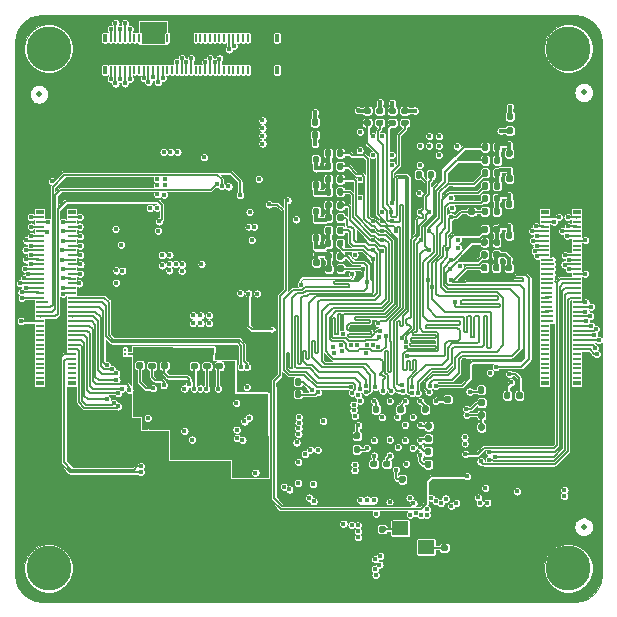
<source format=gbr>
%TF.GenerationSoftware,KiCad,Pcbnew,5.1.10-88a1d61d58~88~ubuntu20.04.1*%
%TF.CreationDate,2021-06-10T18:40:27+05:30*%
%TF.ProjectId,LB1A_DCA7M4_R512MB_F4GB,4c423141-5f44-4434-9137-4d345f523531,1.0.0*%
%TF.SameCoordinates,Original*%
%TF.FileFunction,Copper,L6,Bot*%
%TF.FilePolarity,Positive*%
%FSLAX46Y46*%
G04 Gerber Fmt 4.6, Leading zero omitted, Abs format (unit mm)*
G04 Created by KiCad (PCBNEW 5.1.10-88a1d61d58~88~ubuntu20.04.1) date 2021-06-10 18:40:27*
%MOMM*%
%LPD*%
G01*
G04 APERTURE LIST*
%TA.AperFunction,ComponentPad*%
%ADD10C,3.800000*%
%TD*%
%TA.AperFunction,SMDPad,CuDef*%
%ADD11R,0.660000X0.230000*%
%TD*%
%TA.AperFunction,SMDPad,CuDef*%
%ADD12R,0.660000X0.350000*%
%TD*%
%TA.AperFunction,SMDPad,CuDef*%
%ADD13R,0.230000X0.660000*%
%TD*%
%TA.AperFunction,SMDPad,CuDef*%
%ADD14R,0.350000X0.660000*%
%TD*%
%TA.AperFunction,SMDPad,CuDef*%
%ADD15C,0.500000*%
%TD*%
%TA.AperFunction,SMDPad,CuDef*%
%ADD16R,1.400000X1.150000*%
%TD*%
%TA.AperFunction,ViaPad*%
%ADD17C,0.400050*%
%TD*%
%TA.AperFunction,ViaPad*%
%ADD18C,0.275590*%
%TD*%
%TA.AperFunction,Conductor*%
%ADD19C,0.300000*%
%TD*%
%TA.AperFunction,Conductor*%
%ADD20C,0.304800*%
%TD*%
%TA.AperFunction,Conductor*%
%ADD21C,0.200000*%
%TD*%
%TA.AperFunction,Conductor*%
%ADD22C,0.203200*%
%TD*%
%TA.AperFunction,Conductor*%
%ADD23C,0.152400*%
%TD*%
%TA.AperFunction,Conductor*%
%ADD24C,0.120000*%
%TD*%
%TA.AperFunction,Conductor*%
%ADD25C,0.127000*%
%TD*%
%TA.AperFunction,Conductor*%
%ADD26C,0.090000*%
%TD*%
%TA.AperFunction,Conductor*%
%ADD27C,0.100000*%
%TD*%
%TA.AperFunction,Conductor*%
%ADD28C,0.101600*%
%TD*%
G04 APERTURE END LIST*
D10*
%TO.P,H4,1*%
%TO.N,N/C*%
X118000000Y-113500000D03*
%TD*%
%TO.P,H3,1*%
%TO.N,N/C*%
X162000000Y-113500000D03*
%TD*%
%TO.P,H2,1*%
%TO.N,N/C*%
X162000000Y-69500000D03*
%TD*%
%TO.P,H1,1*%
%TO.N,N/C*%
X118000000Y-69500000D03*
%TD*%
D11*
%TO.P,U7,1*%
%TO.N,Net-(U7-Pad1)*%
X160005000Y-97370000D03*
%TO.P,U7,2*%
%TO.N,Net-(U7-Pad2)*%
X162715000Y-97370000D03*
%TO.P,U7,3*%
%TO.N,Net-(U7-Pad3)*%
X160005000Y-96970000D03*
%TO.P,U7,4*%
%TO.N,Net-(U7-Pad4)*%
X162715000Y-96970000D03*
%TO.P,U7,5*%
%TO.N,Net-(U7-Pad5)*%
X160005000Y-96570000D03*
%TO.P,U7,6*%
%TO.N,Net-(U7-Pad6)*%
X162715000Y-96570000D03*
%TO.P,U7,7*%
%TO.N,Net-(U7-Pad7)*%
X160005000Y-96170000D03*
%TO.P,U7,8*%
%TO.N,Net-(U7-Pad8)*%
X162715000Y-96170000D03*
%TO.P,U7,9*%
%TO.N,Net-(U7-Pad9)*%
X160005000Y-95770000D03*
%TO.P,U7,10*%
%TO.N,Net-(U7-Pad10)*%
X162715000Y-95770000D03*
%TO.P,U7,11*%
%TO.N,Net-(U7-Pad11)*%
X160005000Y-95370000D03*
%TO.P,U7,12*%
%TO.N,Net-(U7-Pad12)*%
X162715000Y-95370000D03*
%TO.P,U7,13*%
%TO.N,Net-(U7-Pad13)*%
X160005000Y-94970000D03*
%TO.P,U7,14*%
%TO.N,LCD_R1*%
X162715000Y-94970000D03*
%TO.P,U7,15*%
%TO.N,Net-(U7-Pad15)*%
X160005000Y-94570000D03*
%TO.P,U7,16*%
%TO.N,ETH_RX_CLK*%
X162715000Y-94570000D03*
%TO.P,U7,17*%
%TO.N,Net-(U7-Pad17)*%
X160005000Y-94170000D03*
%TO.P,U7,18*%
%TO.N,ETH_NRST*%
X162715000Y-94170000D03*
%TO.P,U7,19*%
%TO.N,Net-(U7-Pad19)*%
X160005000Y-93770000D03*
%TO.P,U7,20*%
%TO.N,ETH_GTX_CLK*%
X162715000Y-93770000D03*
%TO.P,U7,21*%
%TO.N,Net-(U7-Pad21)*%
X160005000Y-93370000D03*
%TO.P,U7,22*%
%TO.N,ETH_MDIO*%
X162715000Y-93370000D03*
%TO.P,U7,23*%
%TO.N,Net-(U7-Pad23)*%
X160005000Y-92970000D03*
%TO.P,U7,24*%
%TO.N,U_LED_2*%
X162715000Y-92970000D03*
%TO.P,U7,25*%
%TO.N,STUSB1600_IRQOUTn*%
X160005000Y-92570000D03*
%TO.P,U7,26*%
%TO.N,LCD_R0*%
X162715000Y-92570000D03*
%TO.P,U7,27*%
%TO.N,LCD_HSYNC*%
X160005000Y-92170000D03*
%TO.P,U7,28*%
%TO.N,ETH_MDC*%
X162715000Y-92170000D03*
%TO.P,U7,29*%
%TO.N,U_BUTTON_2*%
X160005000Y-91770000D03*
%TO.P,U7,30*%
%TO.N,LCD_G0*%
X162715000Y-91770000D03*
%TO.P,U7,31*%
%TO.N,ANA0*%
X160005000Y-91370000D03*
%TO.P,U7,32*%
%TO.N,ETH_CLK125*%
X162715000Y-91370000D03*
%TO.P,U7,33*%
%TO.N,ANA1*%
X160005000Y-90970000D03*
%TO.P,U7,34*%
%TO.N,LCD_R5*%
X162715000Y-90970000D03*
%TO.P,U7,35*%
%TO.N,LCD_B5*%
X160005000Y-90570000D03*
%TO.P,U7,36*%
%TO.N,ETH_RXD2*%
X162715000Y-90570000D03*
%TO.P,U7,37*%
%TO.N,HDMI_INT*%
X160005000Y-90170000D03*
%TO.P,U7,38*%
%TO.N,ETH_RXD1*%
X162715000Y-90170000D03*
%TO.P,U7,39*%
%TO.N,ETH_TXD3*%
X160005000Y-89770000D03*
%TO.P,U7,40*%
%TO.N,USART1_TX*%
X162715000Y-89770000D03*
%TO.P,U7,41*%
%TO.N,ETH_TXD2*%
X160005000Y-89370000D03*
%TO.P,U7,42*%
%TO.N,ETH_RXD0*%
X162715000Y-89370000D03*
%TO.P,U7,43*%
%TO.N,ETH_TXD1*%
X160005000Y-88970000D03*
%TO.P,U7,44*%
%TO.N,ETH_RX_DV*%
X162715000Y-88970000D03*
%TO.P,U7,45*%
%TO.N,ETH_TX_EN*%
X160005000Y-88570000D03*
%TO.P,U7,46*%
%TO.N,ETH_MDINT*%
X162715000Y-88570000D03*
%TO.P,U7,47*%
%TO.N,I2C1_SDA*%
X160005000Y-88170000D03*
%TO.P,U7,48*%
%TO.N,ETH_CLK*%
X162715000Y-88170000D03*
%TO.P,U7,49*%
%TO.N,ETH_TXD0*%
X160005000Y-87770000D03*
%TO.P,U7,50*%
%TO.N,LCD_DE*%
X162715000Y-87770000D03*
%TO.P,U7,51*%
%TO.N,ETH_RXD3*%
X160005000Y-87370000D03*
%TO.P,U7,52*%
%TO.N,SPI5_MISO*%
X162715000Y-87370000D03*
%TO.P,U7,53*%
%TO.N,HDMI_CEC*%
X160005000Y-86970000D03*
%TO.P,U7,54*%
%TO.N,LCD_B2*%
X162715000Y-86970000D03*
%TO.P,U7,55*%
%TO.N,USART1_RX*%
X160005000Y-86570000D03*
%TO.P,U7,56*%
%TO.N,Net-(U7-Pad56)*%
X162715000Y-86570000D03*
%TO.P,U7,57*%
%TO.N,USB_DP2*%
X160005000Y-86170000D03*
%TO.P,U7,58*%
%TO.N,Net-(U7-Pad58)*%
X162715000Y-86170000D03*
%TO.P,U7,59*%
%TO.N,USB_DM2*%
X160005000Y-85770000D03*
%TO.P,U7,60*%
%TO.N,SPI5_SCK*%
X162715000Y-85770000D03*
%TO.P,U7,61*%
%TO.N,USB_DP1*%
X160005000Y-85370000D03*
%TO.P,U7,62*%
%TO.N,SPI5_MOSI*%
X162715000Y-85370000D03*
%TO.P,U7,63*%
%TO.N,USB_DM1*%
X160005000Y-84970000D03*
%TO.P,U7,64*%
%TO.N,SPI5_NSS*%
X162715000Y-84970000D03*
%TO.P,U7,65*%
%TO.N,HDMI_NRST*%
X160005000Y-84570000D03*
%TO.P,U7,66*%
%TO.N,LCD_CLK*%
X162715000Y-84570000D03*
%TO.P,U7,67*%
%TO.N,I2C1_SCL*%
X160005000Y-84170000D03*
%TO.P,U7,68*%
%TO.N,Net-(U7-Pad68)*%
X162715000Y-84170000D03*
%TO.P,U7,69*%
%TO.N,USART1_RTS*%
X160005000Y-83770000D03*
%TO.P,U7,70*%
%TO.N,DSI_BL_CTRL*%
X162715000Y-83770000D03*
D12*
%TO.P,U7,MP1*%
%TO.N,N/C*%
X160005000Y-83295000D03*
%TO.P,U7,MP2*%
X162715000Y-83295000D03*
%TO.P,U7,MP3*%
X162715000Y-97845000D03*
%TO.P,U7,MP4*%
X160005000Y-97845000D03*
%TD*%
D13*
%TO.P,U6,1*%
%TO.N,PMIC_VOUT4_3V3*%
X123250000Y-68585000D03*
%TO.P,U6,2*%
%TO.N,5V_VIN*%
X123250000Y-71295000D03*
%TO.P,U6,3*%
%TO.N,PMIC_VOUT4_3V3*%
X123650000Y-68585000D03*
%TO.P,U6,4*%
%TO.N,5V_VIN*%
X123650000Y-71295000D03*
%TO.P,U6,5*%
%TO.N,PMIC_VOUT4_3V3*%
X124050000Y-68585000D03*
%TO.P,U6,6*%
%TO.N,5V_VIN*%
X124050000Y-71295000D03*
%TO.P,U6,7*%
%TO.N,PMIC_VOUT4_3V3*%
X124450000Y-68585000D03*
%TO.P,U6,8*%
%TO.N,5V_VIN*%
X124450000Y-71295000D03*
%TO.P,U6,9*%
%TO.N,PMIC_VOUT4_3V3*%
X124850000Y-68585000D03*
%TO.P,U6,10*%
%TO.N,5V_VIN*%
X124850000Y-71295000D03*
%TO.P,U6,11*%
%TO.N,Net-(U6-Pad11)*%
X125250000Y-68585000D03*
%TO.P,U6,12*%
%TO.N,Net-(U6-Pad12)*%
X125250000Y-71295000D03*
%TO.P,U6,13*%
%TO.N,Net-(U6-Pad13)*%
X125650000Y-68585000D03*
%TO.P,U6,14*%
%TO.N,Net-(U6-Pad14)*%
X125650000Y-71295000D03*
%TO.P,U6,15*%
%TO.N,PMIC_VOUT3_VDD*%
X126050000Y-68585000D03*
%TO.P,U6,16*%
%TO.N,PMIC_LDO1_1V8*%
X126050000Y-71295000D03*
%TO.P,U6,17*%
%TO.N,PMIC_VOUT3_VDD*%
X126450000Y-68585000D03*
%TO.P,U6,18*%
%TO.N,PMIC_LDO1_1V8*%
X126450000Y-71295000D03*
%TO.P,U6,19*%
%TO.N,PMIC_VOUT3_VDD*%
X126850000Y-68585000D03*
%TO.P,U6,20*%
%TO.N,PMIC_LDO1_1V8*%
X126850000Y-71295000D03*
%TO.P,U6,21*%
%TO.N,PMIC_VOUT3_VDD*%
X127250000Y-68585000D03*
%TO.P,U6,22*%
%TO.N,PMIC_LDO1_1V8*%
X127250000Y-71295000D03*
%TO.P,U6,23*%
%TO.N,PMIC_VOUT3_VDD*%
X127650000Y-68585000D03*
%TO.P,U6,24*%
%TO.N,PMIC_LDO1_1V8*%
X127650000Y-71295000D03*
%TO.P,U6,25*%
%TO.N,Net-(U6-Pad25)*%
X128050000Y-68585000D03*
%TO.P,U6,26*%
%TO.N,Net-(U6-Pad26)*%
X128050000Y-71295000D03*
%TO.P,U6,27*%
%TO.N,GND*%
X128450000Y-68585000D03*
%TO.P,U6,28*%
%TO.N,Net-(U6-Pad28)*%
X128450000Y-71295000D03*
%TO.P,U6,29*%
%TO.N,GND*%
X128850000Y-68585000D03*
%TO.P,U6,30*%
%TO.N,PMIC_LDO2_2V9*%
X128850000Y-71295000D03*
%TO.P,U6,31*%
%TO.N,GND*%
X129250000Y-68585000D03*
%TO.P,U6,32*%
%TO.N,PMIC_LDO2_2V9*%
X129250000Y-71295000D03*
%TO.P,U6,33*%
%TO.N,GND*%
X129650000Y-68585000D03*
%TO.P,U6,34*%
%TO.N,PMIC_LDO2_2V9*%
X129650000Y-71295000D03*
%TO.P,U6,35*%
%TO.N,GND*%
X130050000Y-68585000D03*
%TO.P,U6,36*%
%TO.N,PMIC_LDO2_2V9*%
X130050000Y-71295000D03*
%TO.P,U6,37*%
%TO.N,Net-(U6-Pad37)*%
X130450000Y-68585000D03*
%TO.P,U6,38*%
%TO.N,Net-(U6-Pad38)*%
X130450000Y-71295000D03*
%TO.P,U6,39*%
%TO.N,Net-(U6-Pad39)*%
X130850000Y-68585000D03*
%TO.P,U6,40*%
%TO.N,Net-(U6-Pad40)*%
X130850000Y-71295000D03*
%TO.P,U6,41*%
%TO.N,Net-(U6-Pad41)*%
X131250000Y-68585000D03*
%TO.P,U6,42*%
%TO.N,PMIC_LDO6_1V0*%
X131250000Y-71295000D03*
%TO.P,U6,43*%
%TO.N,Net-(U6-Pad43)*%
X131650000Y-68585000D03*
%TO.P,U6,44*%
%TO.N,PMIC_LDO6_1V0*%
X131650000Y-71295000D03*
%TO.P,U6,45*%
%TO.N,Net-(U6-Pad45)*%
X132050000Y-68585000D03*
%TO.P,U6,46*%
%TO.N,PMIC_LDO6_1V0*%
X132050000Y-71295000D03*
%TO.P,U6,47*%
%TO.N,Net-(U6-Pad47)*%
X132450000Y-68585000D03*
%TO.P,U6,48*%
%TO.N,PMIC_LDO6_1V0*%
X132450000Y-71295000D03*
%TO.P,U6,49*%
%TO.N,Net-(U6-Pad49)*%
X132850000Y-68585000D03*
%TO.P,U6,50*%
%TO.N,Net-(U6-Pad50)*%
X132850000Y-71295000D03*
%TO.P,U6,51*%
%TO.N,PMIC_LDO5_2V9*%
X133250000Y-68585000D03*
%TO.P,U6,52*%
%TO.N,Net-(U6-Pad52)*%
X133250000Y-71295000D03*
%TO.P,U6,53*%
%TO.N,PMIC_LDO5_2V9*%
X133650000Y-68585000D03*
%TO.P,U6,54*%
%TO.N,Net-(U6-Pad54)*%
X133650000Y-71295000D03*
%TO.P,U6,55*%
%TO.N,Net-(U6-Pad55)*%
X134050000Y-68585000D03*
%TO.P,U6,56*%
%TO.N,Net-(U6-Pad56)*%
X134050000Y-71295000D03*
%TO.P,U6,57*%
%TO.N,Net-(U6-Pad57)*%
X134450000Y-68585000D03*
%TO.P,U6,58*%
%TO.N,Net-(U6-Pad58)*%
X134450000Y-71295000D03*
%TO.P,U6,59*%
%TO.N,Net-(U6-Pad59)*%
X134850000Y-68585000D03*
%TO.P,U6,60*%
%TO.N,Net-(U6-Pad60)*%
X134850000Y-71295000D03*
%TO.P,U6,61*%
%TO.N,GND*%
X135250000Y-68585000D03*
%TO.P,U6,62*%
X135250000Y-71295000D03*
%TO.P,U6,63*%
X135650000Y-68585000D03*
%TO.P,U6,64*%
X135650000Y-71295000D03*
%TO.P,U6,65*%
X136050000Y-68585000D03*
%TO.P,U6,66*%
X136050000Y-71295000D03*
%TO.P,U6,67*%
X136450000Y-68585000D03*
%TO.P,U6,68*%
X136450000Y-71295000D03*
%TO.P,U6,69*%
X136850000Y-68585000D03*
%TO.P,U6,70*%
X136850000Y-71295000D03*
D14*
%TO.P,U6,MP1*%
%TO.N,N/C*%
X137325000Y-68585000D03*
%TO.P,U6,MP2*%
X137325000Y-71295000D03*
%TO.P,U6,MP3*%
X122775000Y-71295000D03*
%TO.P,U6,MP4*%
X122775000Y-68585000D03*
%TD*%
%TO.P,C4,2*%
%TO.N,GND*%
%TA.AperFunction,SMDPad,CuDef*%
G36*
G01*
X155320000Y-100700000D02*
X155320000Y-100360000D01*
G75*
G02*
X155460000Y-100220000I140000J0D01*
G01*
X155740000Y-100220000D01*
G75*
G02*
X155880000Y-100360000I0J-140000D01*
G01*
X155880000Y-100700000D01*
G75*
G02*
X155740000Y-100840000I-140000J0D01*
G01*
X155460000Y-100840000D01*
G75*
G02*
X155320000Y-100700000I0J140000D01*
G01*
G37*
%TD.AperFunction*%
%TO.P,C4,1*%
%TO.N,MPU_VDDA_1V8_REG*%
%TA.AperFunction,SMDPad,CuDef*%
G36*
G01*
X154360000Y-100700000D02*
X154360000Y-100360000D01*
G75*
G02*
X154500000Y-100220000I140000J0D01*
G01*
X154780000Y-100220000D01*
G75*
G02*
X154920000Y-100360000I0J-140000D01*
G01*
X154920000Y-100700000D01*
G75*
G02*
X154780000Y-100840000I-140000J0D01*
G01*
X154500000Y-100840000D01*
G75*
G02*
X154360000Y-100700000I0J140000D01*
G01*
G37*
%TD.AperFunction*%
%TD*%
%TO.P,C76,1*%
%TO.N,GND*%
%TA.AperFunction,SMDPad,CuDef*%
G36*
G01*
X151670000Y-113000000D02*
X151330000Y-113000000D01*
G75*
G02*
X151190000Y-112860000I0J140000D01*
G01*
X151190000Y-112580000D01*
G75*
G02*
X151330000Y-112440000I140000J0D01*
G01*
X151670000Y-112440000D01*
G75*
G02*
X151810000Y-112580000I0J-140000D01*
G01*
X151810000Y-112860000D01*
G75*
G02*
X151670000Y-113000000I-140000J0D01*
G01*
G37*
%TD.AperFunction*%
%TO.P,C76,2*%
%TO.N,Net-(C76-Pad2)*%
%TA.AperFunction,SMDPad,CuDef*%
G36*
G01*
X151670000Y-112040000D02*
X151330000Y-112040000D01*
G75*
G02*
X151190000Y-111900000I0J140000D01*
G01*
X151190000Y-111620000D01*
G75*
G02*
X151330000Y-111480000I140000J0D01*
G01*
X151670000Y-111480000D01*
G75*
G02*
X151810000Y-111620000I0J-140000D01*
G01*
X151810000Y-111900000D01*
G75*
G02*
X151670000Y-112040000I-140000J0D01*
G01*
G37*
%TD.AperFunction*%
%TD*%
%TO.P,C75,2*%
%TO.N,Net-(C75-Pad2)*%
%TA.AperFunction,SMDPad,CuDef*%
G36*
G01*
X146410000Y-110470000D02*
X146070000Y-110470000D01*
G75*
G02*
X145930000Y-110330000I0J140000D01*
G01*
X145930000Y-110050000D01*
G75*
G02*
X146070000Y-109910000I140000J0D01*
G01*
X146410000Y-109910000D01*
G75*
G02*
X146550000Y-110050000I0J-140000D01*
G01*
X146550000Y-110330000D01*
G75*
G02*
X146410000Y-110470000I-140000J0D01*
G01*
G37*
%TD.AperFunction*%
%TO.P,C75,1*%
%TO.N,GND*%
%TA.AperFunction,SMDPad,CuDef*%
G36*
G01*
X146410000Y-111430000D02*
X146070000Y-111430000D01*
G75*
G02*
X145930000Y-111290000I0J140000D01*
G01*
X145930000Y-111010000D01*
G75*
G02*
X146070000Y-110870000I140000J0D01*
G01*
X146410000Y-110870000D01*
G75*
G02*
X146550000Y-111010000I0J-140000D01*
G01*
X146550000Y-111290000D01*
G75*
G02*
X146410000Y-111430000I-140000J0D01*
G01*
G37*
%TD.AperFunction*%
%TD*%
%TO.P,C74,2*%
%TO.N,GND*%
%TA.AperFunction,SMDPad,CuDef*%
G36*
G01*
X149210000Y-99850000D02*
X149210000Y-100190000D01*
G75*
G02*
X149070000Y-100330000I-140000J0D01*
G01*
X148790000Y-100330000D01*
G75*
G02*
X148650000Y-100190000I0J140000D01*
G01*
X148650000Y-99850000D01*
G75*
G02*
X148790000Y-99710000I140000J0D01*
G01*
X149070000Y-99710000D01*
G75*
G02*
X149210000Y-99850000I0J-140000D01*
G01*
G37*
%TD.AperFunction*%
%TO.P,C74,1*%
%TO.N,PMIC_VOUT2_VDD_DDR*%
%TA.AperFunction,SMDPad,CuDef*%
G36*
G01*
X150170000Y-99850000D02*
X150170000Y-100190000D01*
G75*
G02*
X150030000Y-100330000I-140000J0D01*
G01*
X149750000Y-100330000D01*
G75*
G02*
X149610000Y-100190000I0J140000D01*
G01*
X149610000Y-99850000D01*
G75*
G02*
X149750000Y-99710000I140000J0D01*
G01*
X150030000Y-99710000D01*
G75*
G02*
X150170000Y-99850000I0J-140000D01*
G01*
G37*
%TD.AperFunction*%
%TD*%
%TO.P,C73,2*%
%TO.N,GND*%
%TA.AperFunction,SMDPad,CuDef*%
G36*
G01*
X147110000Y-99860000D02*
X147110000Y-100200000D01*
G75*
G02*
X146970000Y-100340000I-140000J0D01*
G01*
X146690000Y-100340000D01*
G75*
G02*
X146550000Y-100200000I0J140000D01*
G01*
X146550000Y-99860000D01*
G75*
G02*
X146690000Y-99720000I140000J0D01*
G01*
X146970000Y-99720000D01*
G75*
G02*
X147110000Y-99860000I0J-140000D01*
G01*
G37*
%TD.AperFunction*%
%TO.P,C73,1*%
%TO.N,PMIC_VOUT2_VDD_DDR*%
%TA.AperFunction,SMDPad,CuDef*%
G36*
G01*
X148070000Y-99860000D02*
X148070000Y-100200000D01*
G75*
G02*
X147930000Y-100340000I-140000J0D01*
G01*
X147650000Y-100340000D01*
G75*
G02*
X147510000Y-100200000I0J140000D01*
G01*
X147510000Y-99860000D01*
G75*
G02*
X147650000Y-99720000I140000J0D01*
G01*
X147930000Y-99720000D01*
G75*
G02*
X148070000Y-99860000I0J-140000D01*
G01*
G37*
%TD.AperFunction*%
%TD*%
%TO.P,C72,2*%
%TO.N,GND*%
%TA.AperFunction,SMDPad,CuDef*%
G36*
G01*
X145030000Y-99860000D02*
X145030000Y-100200000D01*
G75*
G02*
X144890000Y-100340000I-140000J0D01*
G01*
X144610000Y-100340000D01*
G75*
G02*
X144470000Y-100200000I0J140000D01*
G01*
X144470000Y-99860000D01*
G75*
G02*
X144610000Y-99720000I140000J0D01*
G01*
X144890000Y-99720000D01*
G75*
G02*
X145030000Y-99860000I0J-140000D01*
G01*
G37*
%TD.AperFunction*%
%TO.P,C72,1*%
%TO.N,PMIC_VOUT2_VDD_DDR*%
%TA.AperFunction,SMDPad,CuDef*%
G36*
G01*
X145990000Y-99860000D02*
X145990000Y-100200000D01*
G75*
G02*
X145850000Y-100340000I-140000J0D01*
G01*
X145570000Y-100340000D01*
G75*
G02*
X145430000Y-100200000I0J140000D01*
G01*
X145430000Y-99860000D01*
G75*
G02*
X145570000Y-99720000I140000J0D01*
G01*
X145850000Y-99720000D01*
G75*
G02*
X145990000Y-99860000I0J-140000D01*
G01*
G37*
%TD.AperFunction*%
%TD*%
%TO.P,C70,2*%
%TO.N,GND*%
%TA.AperFunction,SMDPad,CuDef*%
G36*
G01*
X150800000Y-104850000D02*
X150800000Y-104510000D01*
G75*
G02*
X150940000Y-104370000I140000J0D01*
G01*
X151220000Y-104370000D01*
G75*
G02*
X151360000Y-104510000I0J-140000D01*
G01*
X151360000Y-104850000D01*
G75*
G02*
X151220000Y-104990000I-140000J0D01*
G01*
X150940000Y-104990000D01*
G75*
G02*
X150800000Y-104850000I0J140000D01*
G01*
G37*
%TD.AperFunction*%
%TO.P,C70,1*%
%TO.N,PMIC_VOUT3_VDD*%
%TA.AperFunction,SMDPad,CuDef*%
G36*
G01*
X149840000Y-104850000D02*
X149840000Y-104510000D01*
G75*
G02*
X149980000Y-104370000I140000J0D01*
G01*
X150260000Y-104370000D01*
G75*
G02*
X150400000Y-104510000I0J-140000D01*
G01*
X150400000Y-104850000D01*
G75*
G02*
X150260000Y-104990000I-140000J0D01*
G01*
X149980000Y-104990000D01*
G75*
G02*
X149840000Y-104850000I0J140000D01*
G01*
G37*
%TD.AperFunction*%
%TD*%
%TO.P,C69,2*%
%TO.N,GND*%
%TA.AperFunction,SMDPad,CuDef*%
G36*
G01*
X150800000Y-103770000D02*
X150800000Y-103430000D01*
G75*
G02*
X150940000Y-103290000I140000J0D01*
G01*
X151220000Y-103290000D01*
G75*
G02*
X151360000Y-103430000I0J-140000D01*
G01*
X151360000Y-103770000D01*
G75*
G02*
X151220000Y-103910000I-140000J0D01*
G01*
X150940000Y-103910000D01*
G75*
G02*
X150800000Y-103770000I0J140000D01*
G01*
G37*
%TD.AperFunction*%
%TO.P,C69,1*%
%TO.N,PMIC_VOUT3_VDD*%
%TA.AperFunction,SMDPad,CuDef*%
G36*
G01*
X149840000Y-103770000D02*
X149840000Y-103430000D01*
G75*
G02*
X149980000Y-103290000I140000J0D01*
G01*
X150260000Y-103290000D01*
G75*
G02*
X150400000Y-103430000I0J-140000D01*
G01*
X150400000Y-103770000D01*
G75*
G02*
X150260000Y-103910000I-140000J0D01*
G01*
X149980000Y-103910000D01*
G75*
G02*
X149840000Y-103770000I0J140000D01*
G01*
G37*
%TD.AperFunction*%
%TD*%
%TO.P,C68,2*%
%TO.N,GND*%
%TA.AperFunction,SMDPad,CuDef*%
G36*
G01*
X150820000Y-102700000D02*
X150820000Y-102360000D01*
G75*
G02*
X150960000Y-102220000I140000J0D01*
G01*
X151240000Y-102220000D01*
G75*
G02*
X151380000Y-102360000I0J-140000D01*
G01*
X151380000Y-102700000D01*
G75*
G02*
X151240000Y-102840000I-140000J0D01*
G01*
X150960000Y-102840000D01*
G75*
G02*
X150820000Y-102700000I0J140000D01*
G01*
G37*
%TD.AperFunction*%
%TO.P,C68,1*%
%TO.N,PMIC_VOUT3_VDD*%
%TA.AperFunction,SMDPad,CuDef*%
G36*
G01*
X149860000Y-102700000D02*
X149860000Y-102360000D01*
G75*
G02*
X150000000Y-102220000I140000J0D01*
G01*
X150280000Y-102220000D01*
G75*
G02*
X150420000Y-102360000I0J-140000D01*
G01*
X150420000Y-102700000D01*
G75*
G02*
X150280000Y-102840000I-140000J0D01*
G01*
X150000000Y-102840000D01*
G75*
G02*
X149860000Y-102700000I0J140000D01*
G01*
G37*
%TD.AperFunction*%
%TD*%
%TO.P,C67,2*%
%TO.N,GND*%
%TA.AperFunction,SMDPad,CuDef*%
G36*
G01*
X150840000Y-101630000D02*
X150840000Y-101290000D01*
G75*
G02*
X150980000Y-101150000I140000J0D01*
G01*
X151260000Y-101150000D01*
G75*
G02*
X151400000Y-101290000I0J-140000D01*
G01*
X151400000Y-101630000D01*
G75*
G02*
X151260000Y-101770000I-140000J0D01*
G01*
X150980000Y-101770000D01*
G75*
G02*
X150840000Y-101630000I0J140000D01*
G01*
G37*
%TD.AperFunction*%
%TO.P,C67,1*%
%TO.N,PMIC_VOUT3_VDD*%
%TA.AperFunction,SMDPad,CuDef*%
G36*
G01*
X149880000Y-101630000D02*
X149880000Y-101290000D01*
G75*
G02*
X150020000Y-101150000I140000J0D01*
G01*
X150300000Y-101150000D01*
G75*
G02*
X150440000Y-101290000I0J-140000D01*
G01*
X150440000Y-101630000D01*
G75*
G02*
X150300000Y-101770000I-140000J0D01*
G01*
X150020000Y-101770000D01*
G75*
G02*
X149880000Y-101630000I0J140000D01*
G01*
G37*
%TD.AperFunction*%
%TD*%
%TO.P,C66,2*%
%TO.N,GND*%
%TA.AperFunction,SMDPad,CuDef*%
G36*
G01*
X146450000Y-105340000D02*
X146790000Y-105340000D01*
G75*
G02*
X146930000Y-105480000I0J-140000D01*
G01*
X146930000Y-105760000D01*
G75*
G02*
X146790000Y-105900000I-140000J0D01*
G01*
X146450000Y-105900000D01*
G75*
G02*
X146310000Y-105760000I0J140000D01*
G01*
X146310000Y-105480000D01*
G75*
G02*
X146450000Y-105340000I140000J0D01*
G01*
G37*
%TD.AperFunction*%
%TO.P,C66,1*%
%TO.N,PMIC_VOUT1_VDD_CORE*%
%TA.AperFunction,SMDPad,CuDef*%
G36*
G01*
X146450000Y-104380000D02*
X146790000Y-104380000D01*
G75*
G02*
X146930000Y-104520000I0J-140000D01*
G01*
X146930000Y-104800000D01*
G75*
G02*
X146790000Y-104940000I-140000J0D01*
G01*
X146450000Y-104940000D01*
G75*
G02*
X146310000Y-104800000I0J140000D01*
G01*
X146310000Y-104520000D01*
G75*
G02*
X146450000Y-104380000I140000J0D01*
G01*
G37*
%TD.AperFunction*%
%TD*%
%TO.P,C65,2*%
%TO.N,GND*%
%TA.AperFunction,SMDPad,CuDef*%
G36*
G01*
X145350000Y-105340000D02*
X145690000Y-105340000D01*
G75*
G02*
X145830000Y-105480000I0J-140000D01*
G01*
X145830000Y-105760000D01*
G75*
G02*
X145690000Y-105900000I-140000J0D01*
G01*
X145350000Y-105900000D01*
G75*
G02*
X145210000Y-105760000I0J140000D01*
G01*
X145210000Y-105480000D01*
G75*
G02*
X145350000Y-105340000I140000J0D01*
G01*
G37*
%TD.AperFunction*%
%TO.P,C65,1*%
%TO.N,PMIC_VOUT1_VDD_CORE*%
%TA.AperFunction,SMDPad,CuDef*%
G36*
G01*
X145350000Y-104380000D02*
X145690000Y-104380000D01*
G75*
G02*
X145830000Y-104520000I0J-140000D01*
G01*
X145830000Y-104800000D01*
G75*
G02*
X145690000Y-104940000I-140000J0D01*
G01*
X145350000Y-104940000D01*
G75*
G02*
X145210000Y-104800000I0J140000D01*
G01*
X145210000Y-104520000D01*
G75*
G02*
X145350000Y-104380000I140000J0D01*
G01*
G37*
%TD.AperFunction*%
%TD*%
%TO.P,C64,2*%
%TO.N,GND*%
%TA.AperFunction,SMDPad,CuDef*%
G36*
G01*
X143420000Y-103270000D02*
X143420000Y-103610000D01*
G75*
G02*
X143280000Y-103750000I-140000J0D01*
G01*
X143000000Y-103750000D01*
G75*
G02*
X142860000Y-103610000I0J140000D01*
G01*
X142860000Y-103270000D01*
G75*
G02*
X143000000Y-103130000I140000J0D01*
G01*
X143280000Y-103130000D01*
G75*
G02*
X143420000Y-103270000I0J-140000D01*
G01*
G37*
%TD.AperFunction*%
%TO.P,C64,1*%
%TO.N,PMIC_VOUT1_VDD_CORE*%
%TA.AperFunction,SMDPad,CuDef*%
G36*
G01*
X144380000Y-103270000D02*
X144380000Y-103610000D01*
G75*
G02*
X144240000Y-103750000I-140000J0D01*
G01*
X143960000Y-103750000D01*
G75*
G02*
X143820000Y-103610000I0J140000D01*
G01*
X143820000Y-103270000D01*
G75*
G02*
X143960000Y-103130000I140000J0D01*
G01*
X144240000Y-103130000D01*
G75*
G02*
X144380000Y-103270000I0J-140000D01*
G01*
G37*
%TD.AperFunction*%
%TD*%
%TO.P,C63,1*%
%TO.N,PMIC_VOUT1_VDD_CORE*%
%TA.AperFunction,SMDPad,CuDef*%
G36*
G01*
X144370000Y-102110000D02*
X144370000Y-102450000D01*
G75*
G02*
X144230000Y-102590000I-140000J0D01*
G01*
X143950000Y-102590000D01*
G75*
G02*
X143810000Y-102450000I0J140000D01*
G01*
X143810000Y-102110000D01*
G75*
G02*
X143950000Y-101970000I140000J0D01*
G01*
X144230000Y-101970000D01*
G75*
G02*
X144370000Y-102110000I0J-140000D01*
G01*
G37*
%TD.AperFunction*%
%TO.P,C63,2*%
%TO.N,GND*%
%TA.AperFunction,SMDPad,CuDef*%
G36*
G01*
X143410000Y-102110000D02*
X143410000Y-102450000D01*
G75*
G02*
X143270000Y-102590000I-140000J0D01*
G01*
X142990000Y-102590000D01*
G75*
G02*
X142850000Y-102450000I0J140000D01*
G01*
X142850000Y-102110000D01*
G75*
G02*
X142990000Y-101970000I140000J0D01*
G01*
X143270000Y-101970000D01*
G75*
G02*
X143410000Y-102110000I0J-140000D01*
G01*
G37*
%TD.AperFunction*%
%TD*%
D15*
%TO.P,FID6,*%
%TO.N,*%
X163300000Y-109990000D03*
%TD*%
%TO.P,FID5,*%
%TO.N,*%
X163310000Y-73210000D03*
%TD*%
%TO.P,FID4,*%
%TO.N,*%
X117180000Y-73360000D03*
%TD*%
D16*
%TO.P,X2,4*%
%TO.N,GND*%
X149970000Y-110090000D03*
%TO.P,X2,3*%
%TO.N,Net-(C75-Pad2)*%
X147770000Y-110090000D03*
%TO.P,X2,2*%
%TO.N,GND*%
X147770000Y-111690000D03*
%TO.P,X2,1*%
%TO.N,Net-(C76-Pad2)*%
X149970000Y-111690000D03*
%TD*%
D11*
%TO.P,U5,1*%
%TO.N,Net-(U5-Pad1)*%
X117235000Y-97370000D03*
%TO.P,U5,2*%
%TO.N,Net-(U5-Pad2)*%
X119945000Y-97370000D03*
%TO.P,U5,3*%
%TO.N,Net-(U5-Pad3)*%
X117235000Y-96970000D03*
%TO.P,U5,4*%
%TO.N,Net-(U5-Pad4)*%
X119945000Y-96970000D03*
%TO.P,U5,5*%
%TO.N,Net-(U5-Pad5)*%
X117235000Y-96570000D03*
%TO.P,U5,6*%
%TO.N,Net-(U5-Pad6)*%
X119945000Y-96570000D03*
%TO.P,U5,7*%
%TO.N,Net-(U5-Pad7)*%
X117235000Y-96170000D03*
%TO.P,U5,8*%
%TO.N,Net-(U5-Pad8)*%
X119945000Y-96170000D03*
%TO.P,U5,9*%
%TO.N,Net-(U5-Pad9)*%
X117235000Y-95770000D03*
%TO.P,U5,10*%
%TO.N,LCD_R3*%
X119945000Y-95770000D03*
%TO.P,U5,11*%
%TO.N,Net-(U5-Pad11)*%
X117235000Y-95370000D03*
%TO.P,U5,12*%
%TO.N,LCD_R2*%
X119945000Y-95370000D03*
%TO.P,U5,13*%
%TO.N,Net-(U5-Pad13)*%
X117235000Y-94970000D03*
%TO.P,U5,14*%
%TO.N,DSI_LCD_INT*%
X119945000Y-94970000D03*
%TO.P,U5,15*%
%TO.N,Net-(U5-Pad15)*%
X117235000Y-94570000D03*
%TO.P,U5,16*%
%TO.N,DSI_TE*%
X119945000Y-94570000D03*
%TO.P,U5,17*%
%TO.N,Net-(U5-Pad17)*%
X117235000Y-94170000D03*
%TO.P,U5,18*%
%TO.N,DSI_D0_N*%
X119945000Y-94170000D03*
%TO.P,U5,19*%
%TO.N,Net-(U5-Pad19)*%
X117235000Y-93770000D03*
%TO.P,U5,20*%
%TO.N,SDMMC1_CMD*%
X119945000Y-93770000D03*
%TO.P,U5,21*%
%TO.N,Net-(U5-Pad21)*%
X117235000Y-93370000D03*
%TO.P,U5,22*%
%TO.N,SDMMC1_CK*%
X119945000Y-93370000D03*
%TO.P,U5,23*%
%TO.N,Net-(U5-Pad23)*%
X117235000Y-92970000D03*
%TO.P,U5,24*%
%TO.N,I2S2_CK*%
X119945000Y-92970000D03*
%TO.P,U5,25*%
%TO.N,BOOT1*%
X117235000Y-92570000D03*
%TO.P,U5,26*%
%TO.N,SDMMC1_D2*%
X119945000Y-92570000D03*
%TO.P,U5,27*%
%TO.N,nPONKEY*%
X117235000Y-92170000D03*
%TO.P,U5,28*%
%TO.N,SDMMC1_D3*%
X119945000Y-92170000D03*
%TO.P,U5,29*%
%TO.N,I2C4_SCL*%
X117235000Y-91770000D03*
%TO.P,U5,30*%
%TO.N,SDMMC1_D1*%
X119945000Y-91770000D03*
%TO.P,U5,31*%
%TO.N,I2C4_SDA*%
X117235000Y-91370000D03*
%TO.P,U5,32*%
%TO.N,SDMMC1_D0*%
X119945000Y-91370000D03*
%TO.P,U5,33*%
%TO.N,NRST*%
X117235000Y-90970000D03*
%TO.P,U5,34*%
%TO.N,JTMS_SWDIO*%
X119945000Y-90970000D03*
%TO.P,U5,35*%
%TO.N,U_LED_1*%
X117235000Y-90570000D03*
%TO.P,U5,36*%
%TO.N,DSI_RESET*%
X119945000Y-90570000D03*
%TO.P,U5,37*%
%TO.N,BOOT0*%
X117235000Y-90170000D03*
%TO.P,U5,38*%
%TO.N,LCD_R7*%
X119945000Y-90170000D03*
%TO.P,U5,39*%
%TO.N,U_BUTTON_1*%
X117235000Y-89770000D03*
%TO.P,U5,40*%
%TO.N,LCD_G3*%
X119945000Y-89770000D03*
%TO.P,U5,41*%
%TO.N,BOOT2*%
X117235000Y-89370000D03*
%TO.P,U5,42*%
%TO.N,LCD_B4*%
X119945000Y-89370000D03*
%TO.P,U5,43*%
%TO.N,LCD_B7*%
X117235000Y-88970000D03*
%TO.P,U5,44*%
%TO.N,LCD_B3*%
X119945000Y-88970000D03*
%TO.P,U5,45*%
%TO.N,LCD_B1*%
X117235000Y-88570000D03*
%TO.P,U5,46*%
%TO.N,STLINK_UART4_RX*%
X119945000Y-88570000D03*
%TO.P,U5,47*%
%TO.N,LCD_VSYNC*%
X117235000Y-88170000D03*
%TO.P,U5,48*%
%TO.N,STLINK_UART4_TX*%
X119945000Y-88170000D03*
%TO.P,U5,49*%
%TO.N,USART1_CTS*%
X117235000Y-87770000D03*
%TO.P,U5,50*%
%TO.N,I2S2_WS*%
X119945000Y-87770000D03*
%TO.P,U5,51*%
%TO.N,LCD_B6*%
X117235000Y-87370000D03*
%TO.P,U5,52*%
%TO.N,LCD_G1*%
X119945000Y-87370000D03*
%TO.P,U5,53*%
%TO.N,LCD_B0*%
X117235000Y-86970000D03*
%TO.P,U5,54*%
%TO.N,DSI_D0_P*%
X119945000Y-86970000D03*
%TO.P,U5,55*%
%TO.N,LCD_G7*%
X117235000Y-86570000D03*
%TO.P,U5,56*%
%TO.N,DSI_CKN*%
X119945000Y-86570000D03*
%TO.P,U5,57*%
%TO.N,I2S2_SDO*%
X117235000Y-86170000D03*
%TO.P,U5,58*%
%TO.N,DSI_CKP*%
X119945000Y-86170000D03*
%TO.P,U5,59*%
%TO.N,LCD_G6*%
X117235000Y-85770000D03*
%TO.P,U5,60*%
%TO.N,DSI_D1_N*%
X119945000Y-85770000D03*
%TO.P,U5,61*%
%TO.N,LCD_G2*%
X117235000Y-85370000D03*
%TO.P,U5,62*%
%TO.N,DSI_D1_P*%
X119945000Y-85370000D03*
%TO.P,U5,63*%
%TO.N,LCD_G5*%
X117235000Y-84970000D03*
%TO.P,U5,64*%
%TO.N,JTDO_TRACESWO*%
X119945000Y-84970000D03*
%TO.P,U5,65*%
%TO.N,LCD_R4*%
X117235000Y-84570000D03*
%TO.P,U5,66*%
%TO.N,NJRST*%
X119945000Y-84570000D03*
%TO.P,U5,67*%
%TO.N,LCD_G4*%
X117235000Y-84170000D03*
%TO.P,U5,68*%
%TO.N,JTDI*%
X119945000Y-84170000D03*
%TO.P,U5,69*%
%TO.N,LCD_R6*%
X117235000Y-83770000D03*
%TO.P,U5,70*%
%TO.N,JTCK_SWCLK*%
X119945000Y-83770000D03*
D12*
%TO.P,U5,MP1*%
%TO.N,N/C*%
X117235000Y-83295000D03*
%TO.P,U5,MP2*%
X119945000Y-83295000D03*
%TO.P,U5,MP3*%
X119945000Y-97845000D03*
%TO.P,U5,MP4*%
X117235000Y-97845000D03*
%TD*%
%TO.P,R45,2*%
%TO.N,SDMMC2_CK*%
%TA.AperFunction,SMDPad,CuDef*%
G36*
G01*
X127615000Y-96070000D02*
X127985000Y-96070000D01*
G75*
G02*
X128120000Y-96205000I0J-135000D01*
G01*
X128120000Y-96475000D01*
G75*
G02*
X127985000Y-96610000I-135000J0D01*
G01*
X127615000Y-96610000D01*
G75*
G02*
X127480000Y-96475000I0J135000D01*
G01*
X127480000Y-96205000D01*
G75*
G02*
X127615000Y-96070000I135000J0D01*
G01*
G37*
%TD.AperFunction*%
%TO.P,R45,1*%
%TO.N,PMIC_LDO5_2V9*%
%TA.AperFunction,SMDPad,CuDef*%
G36*
G01*
X127615000Y-95050000D02*
X127985000Y-95050000D01*
G75*
G02*
X128120000Y-95185000I0J-135000D01*
G01*
X128120000Y-95455000D01*
G75*
G02*
X127985000Y-95590000I-135000J0D01*
G01*
X127615000Y-95590000D01*
G75*
G02*
X127480000Y-95455000I0J135000D01*
G01*
X127480000Y-95185000D01*
G75*
G02*
X127615000Y-95050000I135000J0D01*
G01*
G37*
%TD.AperFunction*%
%TD*%
%TO.P,R44,2*%
%TO.N,SDMMC2_CMD*%
%TA.AperFunction,SMDPad,CuDef*%
G36*
G01*
X126555000Y-96090000D02*
X126925000Y-96090000D01*
G75*
G02*
X127060000Y-96225000I0J-135000D01*
G01*
X127060000Y-96495000D01*
G75*
G02*
X126925000Y-96630000I-135000J0D01*
G01*
X126555000Y-96630000D01*
G75*
G02*
X126420000Y-96495000I0J135000D01*
G01*
X126420000Y-96225000D01*
G75*
G02*
X126555000Y-96090000I135000J0D01*
G01*
G37*
%TD.AperFunction*%
%TO.P,R44,1*%
%TO.N,PMIC_LDO5_2V9*%
%TA.AperFunction,SMDPad,CuDef*%
G36*
G01*
X126555000Y-95070000D02*
X126925000Y-95070000D01*
G75*
G02*
X127060000Y-95205000I0J-135000D01*
G01*
X127060000Y-95475000D01*
G75*
G02*
X126925000Y-95610000I-135000J0D01*
G01*
X126555000Y-95610000D01*
G75*
G02*
X126420000Y-95475000I0J135000D01*
G01*
X126420000Y-95205000D01*
G75*
G02*
X126555000Y-95070000I135000J0D01*
G01*
G37*
%TD.AperFunction*%
%TD*%
%TO.P,R42,2*%
%TO.N,SDMMC2_D6*%
%TA.AperFunction,SMDPad,CuDef*%
G36*
G01*
X130155000Y-96110000D02*
X130525000Y-96110000D01*
G75*
G02*
X130660000Y-96245000I0J-135000D01*
G01*
X130660000Y-96515000D01*
G75*
G02*
X130525000Y-96650000I-135000J0D01*
G01*
X130155000Y-96650000D01*
G75*
G02*
X130020000Y-96515000I0J135000D01*
G01*
X130020000Y-96245000D01*
G75*
G02*
X130155000Y-96110000I135000J0D01*
G01*
G37*
%TD.AperFunction*%
%TO.P,R42,1*%
%TO.N,PMIC_LDO5_2V9*%
%TA.AperFunction,SMDPad,CuDef*%
G36*
G01*
X130155000Y-95090000D02*
X130525000Y-95090000D01*
G75*
G02*
X130660000Y-95225000I0J-135000D01*
G01*
X130660000Y-95495000D01*
G75*
G02*
X130525000Y-95630000I-135000J0D01*
G01*
X130155000Y-95630000D01*
G75*
G02*
X130020000Y-95495000I0J135000D01*
G01*
X130020000Y-95225000D01*
G75*
G02*
X130155000Y-95090000I135000J0D01*
G01*
G37*
%TD.AperFunction*%
%TD*%
%TO.P,R41,2*%
%TO.N,SDMMC2_D5*%
%TA.AperFunction,SMDPad,CuDef*%
G36*
G01*
X131215000Y-96120000D02*
X131585000Y-96120000D01*
G75*
G02*
X131720000Y-96255000I0J-135000D01*
G01*
X131720000Y-96525000D01*
G75*
G02*
X131585000Y-96660000I-135000J0D01*
G01*
X131215000Y-96660000D01*
G75*
G02*
X131080000Y-96525000I0J135000D01*
G01*
X131080000Y-96255000D01*
G75*
G02*
X131215000Y-96120000I135000J0D01*
G01*
G37*
%TD.AperFunction*%
%TO.P,R41,1*%
%TO.N,PMIC_LDO5_2V9*%
%TA.AperFunction,SMDPad,CuDef*%
G36*
G01*
X131215000Y-95100000D02*
X131585000Y-95100000D01*
G75*
G02*
X131720000Y-95235000I0J-135000D01*
G01*
X131720000Y-95505000D01*
G75*
G02*
X131585000Y-95640000I-135000J0D01*
G01*
X131215000Y-95640000D01*
G75*
G02*
X131080000Y-95505000I0J135000D01*
G01*
X131080000Y-95235000D01*
G75*
G02*
X131215000Y-95100000I135000J0D01*
G01*
G37*
%TD.AperFunction*%
%TD*%
%TO.P,R35,2*%
%TO.N,DDR_CKE*%
%TA.AperFunction,SMDPad,CuDef*%
G36*
G01*
X153995000Y-83560000D02*
X153625000Y-83560000D01*
G75*
G02*
X153490000Y-83425000I0J135000D01*
G01*
X153490000Y-83155000D01*
G75*
G02*
X153625000Y-83020000I135000J0D01*
G01*
X153995000Y-83020000D01*
G75*
G02*
X154130000Y-83155000I0J-135000D01*
G01*
X154130000Y-83425000D01*
G75*
G02*
X153995000Y-83560000I-135000J0D01*
G01*
G37*
%TD.AperFunction*%
%TO.P,R35,1*%
%TO.N,GND*%
%TA.AperFunction,SMDPad,CuDef*%
G36*
G01*
X153995000Y-84580000D02*
X153625000Y-84580000D01*
G75*
G02*
X153490000Y-84445000I0J135000D01*
G01*
X153490000Y-84175000D01*
G75*
G02*
X153625000Y-84040000I135000J0D01*
G01*
X153995000Y-84040000D01*
G75*
G02*
X154130000Y-84175000I0J-135000D01*
G01*
X154130000Y-84445000D01*
G75*
G02*
X153995000Y-84580000I-135000J0D01*
G01*
G37*
%TD.AperFunction*%
%TD*%
%TO.P,R33,2*%
%TO.N,DDR_CASN*%
%TA.AperFunction,SMDPad,CuDef*%
G36*
G01*
X146895000Y-75500000D02*
X147265000Y-75500000D01*
G75*
G02*
X147400000Y-75635000I0J-135000D01*
G01*
X147400000Y-75905000D01*
G75*
G02*
X147265000Y-76040000I-135000J0D01*
G01*
X146895000Y-76040000D01*
G75*
G02*
X146760000Y-75905000I0J135000D01*
G01*
X146760000Y-75635000D01*
G75*
G02*
X146895000Y-75500000I135000J0D01*
G01*
G37*
%TD.AperFunction*%
%TO.P,R33,1*%
%TO.N,PMIC_LDO3_VTT_DDR*%
%TA.AperFunction,SMDPad,CuDef*%
G36*
G01*
X146895000Y-74480000D02*
X147265000Y-74480000D01*
G75*
G02*
X147400000Y-74615000I0J-135000D01*
G01*
X147400000Y-74885000D01*
G75*
G02*
X147265000Y-75020000I-135000J0D01*
G01*
X146895000Y-75020000D01*
G75*
G02*
X146760000Y-74885000I0J135000D01*
G01*
X146760000Y-74615000D01*
G75*
G02*
X146895000Y-74480000I135000J0D01*
G01*
G37*
%TD.AperFunction*%
%TD*%
%TO.P,R32,2*%
%TO.N,PMIC_LDO3_VTT_DDR*%
%TA.AperFunction,SMDPad,CuDef*%
G36*
G01*
X146215000Y-75020000D02*
X145845000Y-75020000D01*
G75*
G02*
X145710000Y-74885000I0J135000D01*
G01*
X145710000Y-74615000D01*
G75*
G02*
X145845000Y-74480000I135000J0D01*
G01*
X146215000Y-74480000D01*
G75*
G02*
X146350000Y-74615000I0J-135000D01*
G01*
X146350000Y-74885000D01*
G75*
G02*
X146215000Y-75020000I-135000J0D01*
G01*
G37*
%TD.AperFunction*%
%TO.P,R32,1*%
%TO.N,DDR_WEN*%
%TA.AperFunction,SMDPad,CuDef*%
G36*
G01*
X146215000Y-76040000D02*
X145845000Y-76040000D01*
G75*
G02*
X145710000Y-75905000I0J135000D01*
G01*
X145710000Y-75635000D01*
G75*
G02*
X145845000Y-75500000I135000J0D01*
G01*
X146215000Y-75500000D01*
G75*
G02*
X146350000Y-75635000I0J-135000D01*
G01*
X146350000Y-75905000D01*
G75*
G02*
X146215000Y-76040000I-135000J0D01*
G01*
G37*
%TD.AperFunction*%
%TD*%
%TO.P,R31,2*%
%TO.N,DDR_ODT*%
%TA.AperFunction,SMDPad,CuDef*%
G36*
G01*
X142410000Y-78535000D02*
X142410000Y-78165000D01*
G75*
G02*
X142545000Y-78030000I135000J0D01*
G01*
X142815000Y-78030000D01*
G75*
G02*
X142950000Y-78165000I0J-135000D01*
G01*
X142950000Y-78535000D01*
G75*
G02*
X142815000Y-78670000I-135000J0D01*
G01*
X142545000Y-78670000D01*
G75*
G02*
X142410000Y-78535000I0J135000D01*
G01*
G37*
%TD.AperFunction*%
%TO.P,R31,1*%
%TO.N,PMIC_LDO3_VTT_DDR*%
%TA.AperFunction,SMDPad,CuDef*%
G36*
G01*
X141390000Y-78535000D02*
X141390000Y-78165000D01*
G75*
G02*
X141525000Y-78030000I135000J0D01*
G01*
X141795000Y-78030000D01*
G75*
G02*
X141930000Y-78165000I0J-135000D01*
G01*
X141930000Y-78535000D01*
G75*
G02*
X141795000Y-78670000I-135000J0D01*
G01*
X141525000Y-78670000D01*
G75*
G02*
X141390000Y-78535000I0J135000D01*
G01*
G37*
%TD.AperFunction*%
%TD*%
%TO.P,R30,2*%
%TO.N,PMIC_LDO3_VTT_DDR*%
%TA.AperFunction,SMDPad,CuDef*%
G36*
G01*
X145145000Y-75010000D02*
X144775000Y-75010000D01*
G75*
G02*
X144640000Y-74875000I0J135000D01*
G01*
X144640000Y-74605000D01*
G75*
G02*
X144775000Y-74470000I135000J0D01*
G01*
X145145000Y-74470000D01*
G75*
G02*
X145280000Y-74605000I0J-135000D01*
G01*
X145280000Y-74875000D01*
G75*
G02*
X145145000Y-75010000I-135000J0D01*
G01*
G37*
%TD.AperFunction*%
%TO.P,R30,1*%
%TO.N,DDR_CSN*%
%TA.AperFunction,SMDPad,CuDef*%
G36*
G01*
X145145000Y-76030000D02*
X144775000Y-76030000D01*
G75*
G02*
X144640000Y-75895000I0J135000D01*
G01*
X144640000Y-75625000D01*
G75*
G02*
X144775000Y-75490000I135000J0D01*
G01*
X145145000Y-75490000D01*
G75*
G02*
X145280000Y-75625000I0J-135000D01*
G01*
X145280000Y-75895000D01*
G75*
G02*
X145145000Y-76030000I-135000J0D01*
G01*
G37*
%TD.AperFunction*%
%TD*%
%TO.P,R29,2*%
%TO.N,DDR_RASN*%
%TA.AperFunction,SMDPad,CuDef*%
G36*
G01*
X147975000Y-75500000D02*
X148345000Y-75500000D01*
G75*
G02*
X148480000Y-75635000I0J-135000D01*
G01*
X148480000Y-75905000D01*
G75*
G02*
X148345000Y-76040000I-135000J0D01*
G01*
X147975000Y-76040000D01*
G75*
G02*
X147840000Y-75905000I0J135000D01*
G01*
X147840000Y-75635000D01*
G75*
G02*
X147975000Y-75500000I135000J0D01*
G01*
G37*
%TD.AperFunction*%
%TO.P,R29,1*%
%TO.N,PMIC_LDO3_VTT_DDR*%
%TA.AperFunction,SMDPad,CuDef*%
G36*
G01*
X147975000Y-74480000D02*
X148345000Y-74480000D01*
G75*
G02*
X148480000Y-74615000I0J-135000D01*
G01*
X148480000Y-74885000D01*
G75*
G02*
X148345000Y-75020000I-135000J0D01*
G01*
X147975000Y-75020000D01*
G75*
G02*
X147840000Y-74885000I0J135000D01*
G01*
X147840000Y-74615000D01*
G75*
G02*
X147975000Y-74480000I135000J0D01*
G01*
G37*
%TD.AperFunction*%
%TD*%
%TO.P,R28,2*%
%TO.N,PMIC_LDO3_VTT_DDR*%
%TA.AperFunction,SMDPad,CuDef*%
G36*
G01*
X155680000Y-83455000D02*
X155680000Y-83085000D01*
G75*
G02*
X155815000Y-82950000I135000J0D01*
G01*
X156085000Y-82950000D01*
G75*
G02*
X156220000Y-83085000I0J-135000D01*
G01*
X156220000Y-83455000D01*
G75*
G02*
X156085000Y-83590000I-135000J0D01*
G01*
X155815000Y-83590000D01*
G75*
G02*
X155680000Y-83455000I0J135000D01*
G01*
G37*
%TD.AperFunction*%
%TO.P,R28,1*%
%TO.N,DDR_CKE*%
%TA.AperFunction,SMDPad,CuDef*%
G36*
G01*
X154660000Y-83455000D02*
X154660000Y-83085000D01*
G75*
G02*
X154795000Y-82950000I135000J0D01*
G01*
X155065000Y-82950000D01*
G75*
G02*
X155200000Y-83085000I0J-135000D01*
G01*
X155200000Y-83455000D01*
G75*
G02*
X155065000Y-83590000I-135000J0D01*
G01*
X154795000Y-83590000D01*
G75*
G02*
X154660000Y-83455000I0J135000D01*
G01*
G37*
%TD.AperFunction*%
%TD*%
%TO.P,R26,2*%
%TO.N,DDR_CLK_P*%
%TA.AperFunction,SMDPad,CuDef*%
G36*
G01*
X150080000Y-80365000D02*
X150080000Y-79995000D01*
G75*
G02*
X150215000Y-79860000I135000J0D01*
G01*
X150485000Y-79860000D01*
G75*
G02*
X150620000Y-79995000I0J-135000D01*
G01*
X150620000Y-80365000D01*
G75*
G02*
X150485000Y-80500000I-135000J0D01*
G01*
X150215000Y-80500000D01*
G75*
G02*
X150080000Y-80365000I0J135000D01*
G01*
G37*
%TD.AperFunction*%
%TO.P,R26,1*%
%TO.N,DDR_CLK_N*%
%TA.AperFunction,SMDPad,CuDef*%
G36*
G01*
X149060000Y-80365000D02*
X149060000Y-79995000D01*
G75*
G02*
X149195000Y-79860000I135000J0D01*
G01*
X149465000Y-79860000D01*
G75*
G02*
X149600000Y-79995000I0J-135000D01*
G01*
X149600000Y-80365000D01*
G75*
G02*
X149465000Y-80500000I-135000J0D01*
G01*
X149195000Y-80500000D01*
G75*
G02*
X149060000Y-80365000I0J135000D01*
G01*
G37*
%TD.AperFunction*%
%TD*%
%TO.P,R25,2*%
%TO.N,DDR_BA2*%
%TA.AperFunction,SMDPad,CuDef*%
G36*
G01*
X142410000Y-79655000D02*
X142410000Y-79285000D01*
G75*
G02*
X142545000Y-79150000I135000J0D01*
G01*
X142815000Y-79150000D01*
G75*
G02*
X142950000Y-79285000I0J-135000D01*
G01*
X142950000Y-79655000D01*
G75*
G02*
X142815000Y-79790000I-135000J0D01*
G01*
X142545000Y-79790000D01*
G75*
G02*
X142410000Y-79655000I0J135000D01*
G01*
G37*
%TD.AperFunction*%
%TO.P,R25,1*%
%TO.N,PMIC_LDO3_VTT_DDR*%
%TA.AperFunction,SMDPad,CuDef*%
G36*
G01*
X141390000Y-79655000D02*
X141390000Y-79285000D01*
G75*
G02*
X141525000Y-79150000I135000J0D01*
G01*
X141795000Y-79150000D01*
G75*
G02*
X141930000Y-79285000I0J-135000D01*
G01*
X141930000Y-79655000D01*
G75*
G02*
X141795000Y-79790000I-135000J0D01*
G01*
X141525000Y-79790000D01*
G75*
G02*
X141390000Y-79655000I0J135000D01*
G01*
G37*
%TD.AperFunction*%
%TD*%
%TO.P,R24,2*%
%TO.N,DDR_BA1*%
%TA.AperFunction,SMDPad,CuDef*%
G36*
G01*
X155180000Y-84615000D02*
X155180000Y-84985000D01*
G75*
G02*
X155045000Y-85120000I-135000J0D01*
G01*
X154775000Y-85120000D01*
G75*
G02*
X154640000Y-84985000I0J135000D01*
G01*
X154640000Y-84615000D01*
G75*
G02*
X154775000Y-84480000I135000J0D01*
G01*
X155045000Y-84480000D01*
G75*
G02*
X155180000Y-84615000I0J-135000D01*
G01*
G37*
%TD.AperFunction*%
%TO.P,R24,1*%
%TO.N,PMIC_LDO3_VTT_DDR*%
%TA.AperFunction,SMDPad,CuDef*%
G36*
G01*
X156200000Y-84615000D02*
X156200000Y-84985000D01*
G75*
G02*
X156065000Y-85120000I-135000J0D01*
G01*
X155795000Y-85120000D01*
G75*
G02*
X155660000Y-84985000I0J135000D01*
G01*
X155660000Y-84615000D01*
G75*
G02*
X155795000Y-84480000I135000J0D01*
G01*
X156065000Y-84480000D01*
G75*
G02*
X156200000Y-84615000I0J-135000D01*
G01*
G37*
%TD.AperFunction*%
%TD*%
%TO.P,R23,2*%
%TO.N,DDR_BA0*%
%TA.AperFunction,SMDPad,CuDef*%
G36*
G01*
X142420000Y-80735000D02*
X142420000Y-80365000D01*
G75*
G02*
X142555000Y-80230000I135000J0D01*
G01*
X142825000Y-80230000D01*
G75*
G02*
X142960000Y-80365000I0J-135000D01*
G01*
X142960000Y-80735000D01*
G75*
G02*
X142825000Y-80870000I-135000J0D01*
G01*
X142555000Y-80870000D01*
G75*
G02*
X142420000Y-80735000I0J135000D01*
G01*
G37*
%TD.AperFunction*%
%TO.P,R23,1*%
%TO.N,PMIC_LDO3_VTT_DDR*%
%TA.AperFunction,SMDPad,CuDef*%
G36*
G01*
X141400000Y-80735000D02*
X141400000Y-80365000D01*
G75*
G02*
X141535000Y-80230000I135000J0D01*
G01*
X141805000Y-80230000D01*
G75*
G02*
X141940000Y-80365000I0J-135000D01*
G01*
X141940000Y-80735000D01*
G75*
G02*
X141805000Y-80870000I-135000J0D01*
G01*
X141535000Y-80870000D01*
G75*
G02*
X141400000Y-80735000I0J135000D01*
G01*
G37*
%TD.AperFunction*%
%TD*%
%TO.P,R22,2*%
%TO.N,DDR_A14*%
%TA.AperFunction,SMDPad,CuDef*%
G36*
G01*
X155210000Y-81995000D02*
X155210000Y-82365000D01*
G75*
G02*
X155075000Y-82500000I-135000J0D01*
G01*
X154805000Y-82500000D01*
G75*
G02*
X154670000Y-82365000I0J135000D01*
G01*
X154670000Y-81995000D01*
G75*
G02*
X154805000Y-81860000I135000J0D01*
G01*
X155075000Y-81860000D01*
G75*
G02*
X155210000Y-81995000I0J-135000D01*
G01*
G37*
%TD.AperFunction*%
%TO.P,R22,1*%
%TO.N,PMIC_LDO3_VTT_DDR*%
%TA.AperFunction,SMDPad,CuDef*%
G36*
G01*
X156230000Y-81995000D02*
X156230000Y-82365000D01*
G75*
G02*
X156095000Y-82500000I-135000J0D01*
G01*
X155825000Y-82500000D01*
G75*
G02*
X155690000Y-82365000I0J135000D01*
G01*
X155690000Y-81995000D01*
G75*
G02*
X155825000Y-81860000I135000J0D01*
G01*
X156095000Y-81860000D01*
G75*
G02*
X156230000Y-81995000I0J-135000D01*
G01*
G37*
%TD.AperFunction*%
%TD*%
%TO.P,R21,2*%
%TO.N,DDR_A13*%
%TA.AperFunction,SMDPad,CuDef*%
G36*
G01*
X142430000Y-87245000D02*
X142430000Y-86875000D01*
G75*
G02*
X142565000Y-86740000I135000J0D01*
G01*
X142835000Y-86740000D01*
G75*
G02*
X142970000Y-86875000I0J-135000D01*
G01*
X142970000Y-87245000D01*
G75*
G02*
X142835000Y-87380000I-135000J0D01*
G01*
X142565000Y-87380000D01*
G75*
G02*
X142430000Y-87245000I0J135000D01*
G01*
G37*
%TD.AperFunction*%
%TO.P,R21,1*%
%TO.N,PMIC_LDO3_VTT_DDR*%
%TA.AperFunction,SMDPad,CuDef*%
G36*
G01*
X141410000Y-87245000D02*
X141410000Y-86875000D01*
G75*
G02*
X141545000Y-86740000I135000J0D01*
G01*
X141815000Y-86740000D01*
G75*
G02*
X141950000Y-86875000I0J-135000D01*
G01*
X141950000Y-87245000D01*
G75*
G02*
X141815000Y-87380000I-135000J0D01*
G01*
X141545000Y-87380000D01*
G75*
G02*
X141410000Y-87245000I0J135000D01*
G01*
G37*
%TD.AperFunction*%
%TD*%
%TO.P,R20,2*%
%TO.N,DDR_A12*%
%TA.AperFunction,SMDPad,CuDef*%
G36*
G01*
X155220000Y-77655000D02*
X155220000Y-78025000D01*
G75*
G02*
X155085000Y-78160000I-135000J0D01*
G01*
X154815000Y-78160000D01*
G75*
G02*
X154680000Y-78025000I0J135000D01*
G01*
X154680000Y-77655000D01*
G75*
G02*
X154815000Y-77520000I135000J0D01*
G01*
X155085000Y-77520000D01*
G75*
G02*
X155220000Y-77655000I0J-135000D01*
G01*
G37*
%TD.AperFunction*%
%TO.P,R20,1*%
%TO.N,PMIC_LDO3_VTT_DDR*%
%TA.AperFunction,SMDPad,CuDef*%
G36*
G01*
X156240000Y-77655000D02*
X156240000Y-78025000D01*
G75*
G02*
X156105000Y-78160000I-135000J0D01*
G01*
X155835000Y-78160000D01*
G75*
G02*
X155700000Y-78025000I0J135000D01*
G01*
X155700000Y-77655000D01*
G75*
G02*
X155835000Y-77520000I135000J0D01*
G01*
X156105000Y-77520000D01*
G75*
G02*
X156240000Y-77655000I0J-135000D01*
G01*
G37*
%TD.AperFunction*%
%TD*%
%TO.P,R19,2*%
%TO.N,DDR_A11*%
%TA.AperFunction,SMDPad,CuDef*%
G36*
G01*
X155220000Y-80925000D02*
X155220000Y-81295000D01*
G75*
G02*
X155085000Y-81430000I-135000J0D01*
G01*
X154815000Y-81430000D01*
G75*
G02*
X154680000Y-81295000I0J135000D01*
G01*
X154680000Y-80925000D01*
G75*
G02*
X154815000Y-80790000I135000J0D01*
G01*
X155085000Y-80790000D01*
G75*
G02*
X155220000Y-80925000I0J-135000D01*
G01*
G37*
%TD.AperFunction*%
%TO.P,R19,1*%
%TO.N,PMIC_LDO3_VTT_DDR*%
%TA.AperFunction,SMDPad,CuDef*%
G36*
G01*
X156240000Y-80925000D02*
X156240000Y-81295000D01*
G75*
G02*
X156105000Y-81430000I-135000J0D01*
G01*
X155835000Y-81430000D01*
G75*
G02*
X155700000Y-81295000I0J135000D01*
G01*
X155700000Y-80925000D01*
G75*
G02*
X155835000Y-80790000I135000J0D01*
G01*
X156105000Y-80790000D01*
G75*
G02*
X156240000Y-80925000I0J-135000D01*
G01*
G37*
%TD.AperFunction*%
%TD*%
%TO.P,R18,2*%
%TO.N,DDR_A10*%
%TA.AperFunction,SMDPad,CuDef*%
G36*
G01*
X155210000Y-79835000D02*
X155210000Y-80205000D01*
G75*
G02*
X155075000Y-80340000I-135000J0D01*
G01*
X154805000Y-80340000D01*
G75*
G02*
X154670000Y-80205000I0J135000D01*
G01*
X154670000Y-79835000D01*
G75*
G02*
X154805000Y-79700000I135000J0D01*
G01*
X155075000Y-79700000D01*
G75*
G02*
X155210000Y-79835000I0J-135000D01*
G01*
G37*
%TD.AperFunction*%
%TO.P,R18,1*%
%TO.N,PMIC_LDO3_VTT_DDR*%
%TA.AperFunction,SMDPad,CuDef*%
G36*
G01*
X156230000Y-79835000D02*
X156230000Y-80205000D01*
G75*
G02*
X156095000Y-80340000I-135000J0D01*
G01*
X155825000Y-80340000D01*
G75*
G02*
X155690000Y-80205000I0J135000D01*
G01*
X155690000Y-79835000D01*
G75*
G02*
X155825000Y-79700000I135000J0D01*
G01*
X156095000Y-79700000D01*
G75*
G02*
X156230000Y-79835000I0J-135000D01*
G01*
G37*
%TD.AperFunction*%
%TD*%
%TO.P,R17,2*%
%TO.N,DDR_A9*%
%TA.AperFunction,SMDPad,CuDef*%
G36*
G01*
X142420000Y-86165000D02*
X142420000Y-85795000D01*
G75*
G02*
X142555000Y-85660000I135000J0D01*
G01*
X142825000Y-85660000D01*
G75*
G02*
X142960000Y-85795000I0J-135000D01*
G01*
X142960000Y-86165000D01*
G75*
G02*
X142825000Y-86300000I-135000J0D01*
G01*
X142555000Y-86300000D01*
G75*
G02*
X142420000Y-86165000I0J135000D01*
G01*
G37*
%TD.AperFunction*%
%TO.P,R17,1*%
%TO.N,PMIC_LDO3_VTT_DDR*%
%TA.AperFunction,SMDPad,CuDef*%
G36*
G01*
X141400000Y-86165000D02*
X141400000Y-85795000D01*
G75*
G02*
X141535000Y-85660000I135000J0D01*
G01*
X141805000Y-85660000D01*
G75*
G02*
X141940000Y-85795000I0J-135000D01*
G01*
X141940000Y-86165000D01*
G75*
G02*
X141805000Y-86300000I-135000J0D01*
G01*
X141535000Y-86300000D01*
G75*
G02*
X141400000Y-86165000I0J135000D01*
G01*
G37*
%TD.AperFunction*%
%TD*%
%TO.P,R16,2*%
%TO.N,DDR_A8*%
%TA.AperFunction,SMDPad,CuDef*%
G36*
G01*
X155150000Y-87855000D02*
X155150000Y-88225000D01*
G75*
G02*
X155015000Y-88360000I-135000J0D01*
G01*
X154745000Y-88360000D01*
G75*
G02*
X154610000Y-88225000I0J135000D01*
G01*
X154610000Y-87855000D01*
G75*
G02*
X154745000Y-87720000I135000J0D01*
G01*
X155015000Y-87720000D01*
G75*
G02*
X155150000Y-87855000I0J-135000D01*
G01*
G37*
%TD.AperFunction*%
%TO.P,R16,1*%
%TO.N,PMIC_LDO3_VTT_DDR*%
%TA.AperFunction,SMDPad,CuDef*%
G36*
G01*
X156170000Y-87855000D02*
X156170000Y-88225000D01*
G75*
G02*
X156035000Y-88360000I-135000J0D01*
G01*
X155765000Y-88360000D01*
G75*
G02*
X155630000Y-88225000I0J135000D01*
G01*
X155630000Y-87855000D01*
G75*
G02*
X155765000Y-87720000I135000J0D01*
G01*
X156035000Y-87720000D01*
G75*
G02*
X156170000Y-87855000I0J-135000D01*
G01*
G37*
%TD.AperFunction*%
%TD*%
%TO.P,R15,2*%
%TO.N,DDR_A7*%
%TA.AperFunction,SMDPad,CuDef*%
G36*
G01*
X142450000Y-88315000D02*
X142450000Y-87945000D01*
G75*
G02*
X142585000Y-87810000I135000J0D01*
G01*
X142855000Y-87810000D01*
G75*
G02*
X142990000Y-87945000I0J-135000D01*
G01*
X142990000Y-88315000D01*
G75*
G02*
X142855000Y-88450000I-135000J0D01*
G01*
X142585000Y-88450000D01*
G75*
G02*
X142450000Y-88315000I0J135000D01*
G01*
G37*
%TD.AperFunction*%
%TO.P,R15,1*%
%TO.N,PMIC_LDO3_VTT_DDR*%
%TA.AperFunction,SMDPad,CuDef*%
G36*
G01*
X141430000Y-88315000D02*
X141430000Y-87945000D01*
G75*
G02*
X141565000Y-87810000I135000J0D01*
G01*
X141835000Y-87810000D01*
G75*
G02*
X141970000Y-87945000I0J-135000D01*
G01*
X141970000Y-88315000D01*
G75*
G02*
X141835000Y-88450000I-135000J0D01*
G01*
X141565000Y-88450000D01*
G75*
G02*
X141430000Y-88315000I0J135000D01*
G01*
G37*
%TD.AperFunction*%
%TD*%
%TO.P,R14,2*%
%TO.N,DDR_A6*%
%TA.AperFunction,SMDPad,CuDef*%
G36*
G01*
X155160000Y-86765000D02*
X155160000Y-87135000D01*
G75*
G02*
X155025000Y-87270000I-135000J0D01*
G01*
X154755000Y-87270000D01*
G75*
G02*
X154620000Y-87135000I0J135000D01*
G01*
X154620000Y-86765000D01*
G75*
G02*
X154755000Y-86630000I135000J0D01*
G01*
X155025000Y-86630000D01*
G75*
G02*
X155160000Y-86765000I0J-135000D01*
G01*
G37*
%TD.AperFunction*%
%TO.P,R14,1*%
%TO.N,PMIC_LDO3_VTT_DDR*%
%TA.AperFunction,SMDPad,CuDef*%
G36*
G01*
X156180000Y-86765000D02*
X156180000Y-87135000D01*
G75*
G02*
X156045000Y-87270000I-135000J0D01*
G01*
X155775000Y-87270000D01*
G75*
G02*
X155640000Y-87135000I0J135000D01*
G01*
X155640000Y-86765000D01*
G75*
G02*
X155775000Y-86630000I135000J0D01*
G01*
X156045000Y-86630000D01*
G75*
G02*
X156180000Y-86765000I0J-135000D01*
G01*
G37*
%TD.AperFunction*%
%TD*%
%TO.P,R13,2*%
%TO.N,DDR_A5*%
%TA.AperFunction,SMDPad,CuDef*%
G36*
G01*
X142420000Y-85075000D02*
X142420000Y-84705000D01*
G75*
G02*
X142555000Y-84570000I135000J0D01*
G01*
X142825000Y-84570000D01*
G75*
G02*
X142960000Y-84705000I0J-135000D01*
G01*
X142960000Y-85075000D01*
G75*
G02*
X142825000Y-85210000I-135000J0D01*
G01*
X142555000Y-85210000D01*
G75*
G02*
X142420000Y-85075000I0J135000D01*
G01*
G37*
%TD.AperFunction*%
%TO.P,R13,1*%
%TO.N,PMIC_LDO3_VTT_DDR*%
%TA.AperFunction,SMDPad,CuDef*%
G36*
G01*
X141400000Y-85075000D02*
X141400000Y-84705000D01*
G75*
G02*
X141535000Y-84570000I135000J0D01*
G01*
X141805000Y-84570000D01*
G75*
G02*
X141940000Y-84705000I0J-135000D01*
G01*
X141940000Y-85075000D01*
G75*
G02*
X141805000Y-85210000I-135000J0D01*
G01*
X141535000Y-85210000D01*
G75*
G02*
X141400000Y-85075000I0J135000D01*
G01*
G37*
%TD.AperFunction*%
%TD*%
%TO.P,R12,2*%
%TO.N,DDR_A4*%
%TA.AperFunction,SMDPad,CuDef*%
G36*
G01*
X155170000Y-85695000D02*
X155170000Y-86065000D01*
G75*
G02*
X155035000Y-86200000I-135000J0D01*
G01*
X154765000Y-86200000D01*
G75*
G02*
X154630000Y-86065000I0J135000D01*
G01*
X154630000Y-85695000D01*
G75*
G02*
X154765000Y-85560000I135000J0D01*
G01*
X155035000Y-85560000D01*
G75*
G02*
X155170000Y-85695000I0J-135000D01*
G01*
G37*
%TD.AperFunction*%
%TO.P,R12,1*%
%TO.N,PMIC_LDO3_VTT_DDR*%
%TA.AperFunction,SMDPad,CuDef*%
G36*
G01*
X156190000Y-85695000D02*
X156190000Y-86065000D01*
G75*
G02*
X156055000Y-86200000I-135000J0D01*
G01*
X155785000Y-86200000D01*
G75*
G02*
X155650000Y-86065000I0J135000D01*
G01*
X155650000Y-85695000D01*
G75*
G02*
X155785000Y-85560000I135000J0D01*
G01*
X156055000Y-85560000D01*
G75*
G02*
X156190000Y-85695000I0J-135000D01*
G01*
G37*
%TD.AperFunction*%
%TD*%
%TO.P,R11,2*%
%TO.N,DDR_A3*%
%TA.AperFunction,SMDPad,CuDef*%
G36*
G01*
X142430000Y-82935000D02*
X142430000Y-82565000D01*
G75*
G02*
X142565000Y-82430000I135000J0D01*
G01*
X142835000Y-82430000D01*
G75*
G02*
X142970000Y-82565000I0J-135000D01*
G01*
X142970000Y-82935000D01*
G75*
G02*
X142835000Y-83070000I-135000J0D01*
G01*
X142565000Y-83070000D01*
G75*
G02*
X142430000Y-82935000I0J135000D01*
G01*
G37*
%TD.AperFunction*%
%TO.P,R11,1*%
%TO.N,PMIC_LDO3_VTT_DDR*%
%TA.AperFunction,SMDPad,CuDef*%
G36*
G01*
X141410000Y-82935000D02*
X141410000Y-82565000D01*
G75*
G02*
X141545000Y-82430000I135000J0D01*
G01*
X141815000Y-82430000D01*
G75*
G02*
X141950000Y-82565000I0J-135000D01*
G01*
X141950000Y-82935000D01*
G75*
G02*
X141815000Y-83070000I-135000J0D01*
G01*
X141545000Y-83070000D01*
G75*
G02*
X141410000Y-82935000I0J135000D01*
G01*
G37*
%TD.AperFunction*%
%TD*%
%TO.P,R10,2*%
%TO.N,DDR_A2*%
%TA.AperFunction,SMDPad,CuDef*%
G36*
G01*
X142430000Y-83995000D02*
X142430000Y-83625000D01*
G75*
G02*
X142565000Y-83490000I135000J0D01*
G01*
X142835000Y-83490000D01*
G75*
G02*
X142970000Y-83625000I0J-135000D01*
G01*
X142970000Y-83995000D01*
G75*
G02*
X142835000Y-84130000I-135000J0D01*
G01*
X142565000Y-84130000D01*
G75*
G02*
X142430000Y-83995000I0J135000D01*
G01*
G37*
%TD.AperFunction*%
%TO.P,R10,1*%
%TO.N,PMIC_LDO3_VTT_DDR*%
%TA.AperFunction,SMDPad,CuDef*%
G36*
G01*
X141410000Y-83995000D02*
X141410000Y-83625000D01*
G75*
G02*
X141545000Y-83490000I135000J0D01*
G01*
X141815000Y-83490000D01*
G75*
G02*
X141950000Y-83625000I0J-135000D01*
G01*
X141950000Y-83995000D01*
G75*
G02*
X141815000Y-84130000I-135000J0D01*
G01*
X141545000Y-84130000D01*
G75*
G02*
X141410000Y-83995000I0J135000D01*
G01*
G37*
%TD.AperFunction*%
%TD*%
%TO.P,R9,2*%
%TO.N,DDR_A1*%
%TA.AperFunction,SMDPad,CuDef*%
G36*
G01*
X155220000Y-78765000D02*
X155220000Y-79135000D01*
G75*
G02*
X155085000Y-79270000I-135000J0D01*
G01*
X154815000Y-79270000D01*
G75*
G02*
X154680000Y-79135000I0J135000D01*
G01*
X154680000Y-78765000D01*
G75*
G02*
X154815000Y-78630000I135000J0D01*
G01*
X155085000Y-78630000D01*
G75*
G02*
X155220000Y-78765000I0J-135000D01*
G01*
G37*
%TD.AperFunction*%
%TO.P,R9,1*%
%TO.N,PMIC_LDO3_VTT_DDR*%
%TA.AperFunction,SMDPad,CuDef*%
G36*
G01*
X156240000Y-78765000D02*
X156240000Y-79135000D01*
G75*
G02*
X156105000Y-79270000I-135000J0D01*
G01*
X155835000Y-79270000D01*
G75*
G02*
X155700000Y-79135000I0J135000D01*
G01*
X155700000Y-78765000D01*
G75*
G02*
X155835000Y-78630000I135000J0D01*
G01*
X156105000Y-78630000D01*
G75*
G02*
X156240000Y-78765000I0J-135000D01*
G01*
G37*
%TD.AperFunction*%
%TD*%
%TO.P,R8,2*%
%TO.N,DDR_A0*%
%TA.AperFunction,SMDPad,CuDef*%
G36*
G01*
X142420000Y-81805000D02*
X142420000Y-81435000D01*
G75*
G02*
X142555000Y-81300000I135000J0D01*
G01*
X142825000Y-81300000D01*
G75*
G02*
X142960000Y-81435000I0J-135000D01*
G01*
X142960000Y-81805000D01*
G75*
G02*
X142825000Y-81940000I-135000J0D01*
G01*
X142555000Y-81940000D01*
G75*
G02*
X142420000Y-81805000I0J135000D01*
G01*
G37*
%TD.AperFunction*%
%TO.P,R8,1*%
%TO.N,PMIC_LDO3_VTT_DDR*%
%TA.AperFunction,SMDPad,CuDef*%
G36*
G01*
X141400000Y-81805000D02*
X141400000Y-81435000D01*
G75*
G02*
X141535000Y-81300000I135000J0D01*
G01*
X141805000Y-81300000D01*
G75*
G02*
X141940000Y-81435000I0J-135000D01*
G01*
X141940000Y-81805000D01*
G75*
G02*
X141805000Y-81940000I-135000J0D01*
G01*
X141535000Y-81940000D01*
G75*
G02*
X141400000Y-81805000I0J135000D01*
G01*
G37*
%TD.AperFunction*%
%TD*%
%TO.P,R7,2*%
%TO.N,GND*%
%TA.AperFunction,SMDPad,CuDef*%
G36*
G01*
X155350000Y-98575000D02*
X155350000Y-98205000D01*
G75*
G02*
X155485000Y-98070000I135000J0D01*
G01*
X155755000Y-98070000D01*
G75*
G02*
X155890000Y-98205000I0J-135000D01*
G01*
X155890000Y-98575000D01*
G75*
G02*
X155755000Y-98710000I-135000J0D01*
G01*
X155485000Y-98710000D01*
G75*
G02*
X155350000Y-98575000I0J135000D01*
G01*
G37*
%TD.AperFunction*%
%TO.P,R7,1*%
%TO.N,Net-(R7-Pad1)*%
%TA.AperFunction,SMDPad,CuDef*%
G36*
G01*
X154330000Y-98575000D02*
X154330000Y-98205000D01*
G75*
G02*
X154465000Y-98070000I135000J0D01*
G01*
X154735000Y-98070000D01*
G75*
G02*
X154870000Y-98205000I0J-135000D01*
G01*
X154870000Y-98575000D01*
G75*
G02*
X154735000Y-98710000I-135000J0D01*
G01*
X154465000Y-98710000D01*
G75*
G02*
X154330000Y-98575000I0J135000D01*
G01*
G37*
%TD.AperFunction*%
%TD*%
%TO.P,R2,2*%
%TO.N,PMIC_VOUT3_VDD*%
%TA.AperFunction,SMDPad,CuDef*%
G36*
G01*
X157580000Y-99035000D02*
X157580000Y-98665000D01*
G75*
G02*
X157715000Y-98530000I135000J0D01*
G01*
X157985000Y-98530000D01*
G75*
G02*
X158120000Y-98665000I0J-135000D01*
G01*
X158120000Y-99035000D01*
G75*
G02*
X157985000Y-99170000I-135000J0D01*
G01*
X157715000Y-99170000D01*
G75*
G02*
X157580000Y-99035000I0J135000D01*
G01*
G37*
%TD.AperFunction*%
%TO.P,R2,1*%
%TO.N,I2C1_SCL*%
%TA.AperFunction,SMDPad,CuDef*%
G36*
G01*
X156560000Y-99035000D02*
X156560000Y-98665000D01*
G75*
G02*
X156695000Y-98530000I135000J0D01*
G01*
X156965000Y-98530000D01*
G75*
G02*
X157100000Y-98665000I0J-135000D01*
G01*
X157100000Y-99035000D01*
G75*
G02*
X156965000Y-99170000I-135000J0D01*
G01*
X156695000Y-99170000D01*
G75*
G02*
X156560000Y-99035000I0J135000D01*
G01*
G37*
%TD.AperFunction*%
%TD*%
%TO.P,C42,2*%
%TO.N,GND*%
%TA.AperFunction,SMDPad,CuDef*%
G36*
G01*
X132600000Y-95690000D02*
X132260000Y-95690000D01*
G75*
G02*
X132120000Y-95550000I0J140000D01*
G01*
X132120000Y-95270000D01*
G75*
G02*
X132260000Y-95130000I140000J0D01*
G01*
X132600000Y-95130000D01*
G75*
G02*
X132740000Y-95270000I0J-140000D01*
G01*
X132740000Y-95550000D01*
G75*
G02*
X132600000Y-95690000I-140000J0D01*
G01*
G37*
%TD.AperFunction*%
%TO.P,C42,1*%
%TO.N,Net-(C42-Pad1)*%
%TA.AperFunction,SMDPad,CuDef*%
G36*
G01*
X132600000Y-96650000D02*
X132260000Y-96650000D01*
G75*
G02*
X132120000Y-96510000I0J140000D01*
G01*
X132120000Y-96230000D01*
G75*
G02*
X132260000Y-96090000I140000J0D01*
G01*
X132600000Y-96090000D01*
G75*
G02*
X132740000Y-96230000I0J-140000D01*
G01*
X132740000Y-96510000D01*
G75*
G02*
X132600000Y-96650000I-140000J0D01*
G01*
G37*
%TD.AperFunction*%
%TD*%
%TO.P,C38,2*%
%TO.N,GND*%
%TA.AperFunction,SMDPad,CuDef*%
G36*
G01*
X125530000Y-96030000D02*
X125870000Y-96030000D01*
G75*
G02*
X126010000Y-96170000I0J-140000D01*
G01*
X126010000Y-96450000D01*
G75*
G02*
X125870000Y-96590000I-140000J0D01*
G01*
X125530000Y-96590000D01*
G75*
G02*
X125390000Y-96450000I0J140000D01*
G01*
X125390000Y-96170000D01*
G75*
G02*
X125530000Y-96030000I140000J0D01*
G01*
G37*
%TD.AperFunction*%
%TO.P,C38,1*%
%TO.N,PMIC_LDO5_2V9*%
%TA.AperFunction,SMDPad,CuDef*%
G36*
G01*
X125530000Y-95070000D02*
X125870000Y-95070000D01*
G75*
G02*
X126010000Y-95210000I0J-140000D01*
G01*
X126010000Y-95490000D01*
G75*
G02*
X125870000Y-95630000I-140000J0D01*
G01*
X125530000Y-95630000D01*
G75*
G02*
X125390000Y-95490000I0J140000D01*
G01*
X125390000Y-95210000D01*
G75*
G02*
X125530000Y-95070000I140000J0D01*
G01*
G37*
%TD.AperFunction*%
%TD*%
%TO.P,C22,2*%
%TO.N,GND*%
%TA.AperFunction,SMDPad,CuDef*%
G36*
G01*
X139860000Y-76640000D02*
X139860000Y-76980000D01*
G75*
G02*
X139720000Y-77120000I-140000J0D01*
G01*
X139440000Y-77120000D01*
G75*
G02*
X139300000Y-76980000I0J140000D01*
G01*
X139300000Y-76640000D01*
G75*
G02*
X139440000Y-76500000I140000J0D01*
G01*
X139720000Y-76500000D01*
G75*
G02*
X139860000Y-76640000I0J-140000D01*
G01*
G37*
%TD.AperFunction*%
%TO.P,C22,1*%
%TO.N,PMIC_LDO3_VTT_DDR*%
%TA.AperFunction,SMDPad,CuDef*%
G36*
G01*
X140820000Y-76640000D02*
X140820000Y-76980000D01*
G75*
G02*
X140680000Y-77120000I-140000J0D01*
G01*
X140400000Y-77120000D01*
G75*
G02*
X140260000Y-76980000I0J140000D01*
G01*
X140260000Y-76640000D01*
G75*
G02*
X140400000Y-76500000I140000J0D01*
G01*
X140680000Y-76500000D01*
G75*
G02*
X140820000Y-76640000I0J-140000D01*
G01*
G37*
%TD.AperFunction*%
%TD*%
%TO.P,C21,2*%
%TO.N,GND*%
%TA.AperFunction,SMDPad,CuDef*%
G36*
G01*
X157730000Y-76610000D02*
X157730000Y-76270000D01*
G75*
G02*
X157870000Y-76130000I140000J0D01*
G01*
X158150000Y-76130000D01*
G75*
G02*
X158290000Y-76270000I0J-140000D01*
G01*
X158290000Y-76610000D01*
G75*
G02*
X158150000Y-76750000I-140000J0D01*
G01*
X157870000Y-76750000D01*
G75*
G02*
X157730000Y-76610000I0J140000D01*
G01*
G37*
%TD.AperFunction*%
%TO.P,C21,1*%
%TO.N,PMIC_LDO3_VTT_DDR*%
%TA.AperFunction,SMDPad,CuDef*%
G36*
G01*
X156770000Y-76610000D02*
X156770000Y-76270000D01*
G75*
G02*
X156910000Y-76130000I140000J0D01*
G01*
X157190000Y-76130000D01*
G75*
G02*
X157330000Y-76270000I0J-140000D01*
G01*
X157330000Y-76610000D01*
G75*
G02*
X157190000Y-76750000I-140000J0D01*
G01*
X156910000Y-76750000D01*
G75*
G02*
X156770000Y-76610000I0J140000D01*
G01*
G37*
%TD.AperFunction*%
%TD*%
%TO.P,C20,2*%
%TO.N,GND*%
%TA.AperFunction,SMDPad,CuDef*%
G36*
G01*
X157630000Y-88210000D02*
X157630000Y-87870000D01*
G75*
G02*
X157770000Y-87730000I140000J0D01*
G01*
X158050000Y-87730000D01*
G75*
G02*
X158190000Y-87870000I0J-140000D01*
G01*
X158190000Y-88210000D01*
G75*
G02*
X158050000Y-88350000I-140000J0D01*
G01*
X157770000Y-88350000D01*
G75*
G02*
X157630000Y-88210000I0J140000D01*
G01*
G37*
%TD.AperFunction*%
%TO.P,C20,1*%
%TO.N,PMIC_LDO3_VTT_DDR*%
%TA.AperFunction,SMDPad,CuDef*%
G36*
G01*
X156670000Y-88210000D02*
X156670000Y-87870000D01*
G75*
G02*
X156810000Y-87730000I140000J0D01*
G01*
X157090000Y-87730000D01*
G75*
G02*
X157230000Y-87870000I0J-140000D01*
G01*
X157230000Y-88210000D01*
G75*
G02*
X157090000Y-88350000I-140000J0D01*
G01*
X156810000Y-88350000D01*
G75*
G02*
X156670000Y-88210000I0J140000D01*
G01*
G37*
%TD.AperFunction*%
%TD*%
%TO.P,C19,2*%
%TO.N,GND*%
%TA.AperFunction,SMDPad,CuDef*%
G36*
G01*
X157660000Y-85470000D02*
X157660000Y-85130000D01*
G75*
G02*
X157800000Y-84990000I140000J0D01*
G01*
X158080000Y-84990000D01*
G75*
G02*
X158220000Y-85130000I0J-140000D01*
G01*
X158220000Y-85470000D01*
G75*
G02*
X158080000Y-85610000I-140000J0D01*
G01*
X157800000Y-85610000D01*
G75*
G02*
X157660000Y-85470000I0J140000D01*
G01*
G37*
%TD.AperFunction*%
%TO.P,C19,1*%
%TO.N,PMIC_LDO3_VTT_DDR*%
%TA.AperFunction,SMDPad,CuDef*%
G36*
G01*
X156700000Y-85470000D02*
X156700000Y-85130000D01*
G75*
G02*
X156840000Y-84990000I140000J0D01*
G01*
X157120000Y-84990000D01*
G75*
G02*
X157260000Y-85130000I0J-140000D01*
G01*
X157260000Y-85470000D01*
G75*
G02*
X157120000Y-85610000I-140000J0D01*
G01*
X156840000Y-85610000D01*
G75*
G02*
X156700000Y-85470000I0J140000D01*
G01*
G37*
%TD.AperFunction*%
%TD*%
%TO.P,C18,2*%
%TO.N,GND*%
%TA.AperFunction,SMDPad,CuDef*%
G36*
G01*
X157670000Y-82810000D02*
X157670000Y-82470000D01*
G75*
G02*
X157810000Y-82330000I140000J0D01*
G01*
X158090000Y-82330000D01*
G75*
G02*
X158230000Y-82470000I0J-140000D01*
G01*
X158230000Y-82810000D01*
G75*
G02*
X158090000Y-82950000I-140000J0D01*
G01*
X157810000Y-82950000D01*
G75*
G02*
X157670000Y-82810000I0J140000D01*
G01*
G37*
%TD.AperFunction*%
%TO.P,C18,1*%
%TO.N,PMIC_LDO3_VTT_DDR*%
%TA.AperFunction,SMDPad,CuDef*%
G36*
G01*
X156710000Y-82810000D02*
X156710000Y-82470000D01*
G75*
G02*
X156850000Y-82330000I140000J0D01*
G01*
X157130000Y-82330000D01*
G75*
G02*
X157270000Y-82470000I0J-140000D01*
G01*
X157270000Y-82810000D01*
G75*
G02*
X157130000Y-82950000I-140000J0D01*
G01*
X156850000Y-82950000D01*
G75*
G02*
X156710000Y-82810000I0J140000D01*
G01*
G37*
%TD.AperFunction*%
%TD*%
%TO.P,C17,2*%
%TO.N,GND*%
%TA.AperFunction,SMDPad,CuDef*%
G36*
G01*
X157690000Y-80650000D02*
X157690000Y-80310000D01*
G75*
G02*
X157830000Y-80170000I140000J0D01*
G01*
X158110000Y-80170000D01*
G75*
G02*
X158250000Y-80310000I0J-140000D01*
G01*
X158250000Y-80650000D01*
G75*
G02*
X158110000Y-80790000I-140000J0D01*
G01*
X157830000Y-80790000D01*
G75*
G02*
X157690000Y-80650000I0J140000D01*
G01*
G37*
%TD.AperFunction*%
%TO.P,C17,1*%
%TO.N,PMIC_LDO3_VTT_DDR*%
%TA.AperFunction,SMDPad,CuDef*%
G36*
G01*
X156730000Y-80650000D02*
X156730000Y-80310000D01*
G75*
G02*
X156870000Y-80170000I140000J0D01*
G01*
X157150000Y-80170000D01*
G75*
G02*
X157290000Y-80310000I0J-140000D01*
G01*
X157290000Y-80650000D01*
G75*
G02*
X157150000Y-80790000I-140000J0D01*
G01*
X156870000Y-80790000D01*
G75*
G02*
X156730000Y-80650000I0J140000D01*
G01*
G37*
%TD.AperFunction*%
%TD*%
%TO.P,C16,2*%
%TO.N,GND*%
%TA.AperFunction,SMDPad,CuDef*%
G36*
G01*
X157690000Y-78520000D02*
X157690000Y-78180000D01*
G75*
G02*
X157830000Y-78040000I140000J0D01*
G01*
X158110000Y-78040000D01*
G75*
G02*
X158250000Y-78180000I0J-140000D01*
G01*
X158250000Y-78520000D01*
G75*
G02*
X158110000Y-78660000I-140000J0D01*
G01*
X157830000Y-78660000D01*
G75*
G02*
X157690000Y-78520000I0J140000D01*
G01*
G37*
%TD.AperFunction*%
%TO.P,C16,1*%
%TO.N,PMIC_LDO3_VTT_DDR*%
%TA.AperFunction,SMDPad,CuDef*%
G36*
G01*
X156730000Y-78520000D02*
X156730000Y-78180000D01*
G75*
G02*
X156870000Y-78040000I140000J0D01*
G01*
X157150000Y-78040000D01*
G75*
G02*
X157290000Y-78180000I0J-140000D01*
G01*
X157290000Y-78520000D01*
G75*
G02*
X157150000Y-78660000I-140000J0D01*
G01*
X156870000Y-78660000D01*
G75*
G02*
X156730000Y-78520000I0J140000D01*
G01*
G37*
%TD.AperFunction*%
%TD*%
%TO.P,C15,2*%
%TO.N,GND*%
%TA.AperFunction,SMDPad,CuDef*%
G36*
G01*
X139860000Y-75550000D02*
X139860000Y-75890000D01*
G75*
G02*
X139720000Y-76030000I-140000J0D01*
G01*
X139440000Y-76030000D01*
G75*
G02*
X139300000Y-75890000I0J140000D01*
G01*
X139300000Y-75550000D01*
G75*
G02*
X139440000Y-75410000I140000J0D01*
G01*
X139720000Y-75410000D01*
G75*
G02*
X139860000Y-75550000I0J-140000D01*
G01*
G37*
%TD.AperFunction*%
%TO.P,C15,1*%
%TO.N,PMIC_LDO3_VTT_DDR*%
%TA.AperFunction,SMDPad,CuDef*%
G36*
G01*
X140820000Y-75550000D02*
X140820000Y-75890000D01*
G75*
G02*
X140680000Y-76030000I-140000J0D01*
G01*
X140400000Y-76030000D01*
G75*
G02*
X140260000Y-75890000I0J140000D01*
G01*
X140260000Y-75550000D01*
G75*
G02*
X140400000Y-75410000I140000J0D01*
G01*
X140680000Y-75410000D01*
G75*
G02*
X140820000Y-75550000I0J-140000D01*
G01*
G37*
%TD.AperFunction*%
%TD*%
%TO.P,C14,2*%
%TO.N,GND*%
%TA.AperFunction,SMDPad,CuDef*%
G36*
G01*
X139950000Y-78720000D02*
X139950000Y-79060000D01*
G75*
G02*
X139810000Y-79200000I-140000J0D01*
G01*
X139530000Y-79200000D01*
G75*
G02*
X139390000Y-79060000I0J140000D01*
G01*
X139390000Y-78720000D01*
G75*
G02*
X139530000Y-78580000I140000J0D01*
G01*
X139810000Y-78580000D01*
G75*
G02*
X139950000Y-78720000I0J-140000D01*
G01*
G37*
%TD.AperFunction*%
%TO.P,C14,1*%
%TO.N,PMIC_LDO3_VTT_DDR*%
%TA.AperFunction,SMDPad,CuDef*%
G36*
G01*
X140910000Y-78720000D02*
X140910000Y-79060000D01*
G75*
G02*
X140770000Y-79200000I-140000J0D01*
G01*
X140490000Y-79200000D01*
G75*
G02*
X140350000Y-79060000I0J140000D01*
G01*
X140350000Y-78720000D01*
G75*
G02*
X140490000Y-78580000I140000J0D01*
G01*
X140770000Y-78580000D01*
G75*
G02*
X140910000Y-78720000I0J-140000D01*
G01*
G37*
%TD.AperFunction*%
%TD*%
%TO.P,C13,2*%
%TO.N,GND*%
%TA.AperFunction,SMDPad,CuDef*%
G36*
G01*
X139950000Y-80880000D02*
X139950000Y-81220000D01*
G75*
G02*
X139810000Y-81360000I-140000J0D01*
G01*
X139530000Y-81360000D01*
G75*
G02*
X139390000Y-81220000I0J140000D01*
G01*
X139390000Y-80880000D01*
G75*
G02*
X139530000Y-80740000I140000J0D01*
G01*
X139810000Y-80740000D01*
G75*
G02*
X139950000Y-80880000I0J-140000D01*
G01*
G37*
%TD.AperFunction*%
%TO.P,C13,1*%
%TO.N,PMIC_LDO3_VTT_DDR*%
%TA.AperFunction,SMDPad,CuDef*%
G36*
G01*
X140910000Y-80880000D02*
X140910000Y-81220000D01*
G75*
G02*
X140770000Y-81360000I-140000J0D01*
G01*
X140490000Y-81360000D01*
G75*
G02*
X140350000Y-81220000I0J140000D01*
G01*
X140350000Y-80880000D01*
G75*
G02*
X140490000Y-80740000I140000J0D01*
G01*
X140770000Y-80740000D01*
G75*
G02*
X140910000Y-80880000I0J-140000D01*
G01*
G37*
%TD.AperFunction*%
%TD*%
%TO.P,C12,2*%
%TO.N,GND*%
%TA.AperFunction,SMDPad,CuDef*%
G36*
G01*
X139960000Y-83120000D02*
X139960000Y-83460000D01*
G75*
G02*
X139820000Y-83600000I-140000J0D01*
G01*
X139540000Y-83600000D01*
G75*
G02*
X139400000Y-83460000I0J140000D01*
G01*
X139400000Y-83120000D01*
G75*
G02*
X139540000Y-82980000I140000J0D01*
G01*
X139820000Y-82980000D01*
G75*
G02*
X139960000Y-83120000I0J-140000D01*
G01*
G37*
%TD.AperFunction*%
%TO.P,C12,1*%
%TO.N,PMIC_LDO3_VTT_DDR*%
%TA.AperFunction,SMDPad,CuDef*%
G36*
G01*
X140920000Y-83120000D02*
X140920000Y-83460000D01*
G75*
G02*
X140780000Y-83600000I-140000J0D01*
G01*
X140500000Y-83600000D01*
G75*
G02*
X140360000Y-83460000I0J140000D01*
G01*
X140360000Y-83120000D01*
G75*
G02*
X140500000Y-82980000I140000J0D01*
G01*
X140780000Y-82980000D01*
G75*
G02*
X140920000Y-83120000I0J-140000D01*
G01*
G37*
%TD.AperFunction*%
%TD*%
%TO.P,C11,2*%
%TO.N,GND*%
%TA.AperFunction,SMDPad,CuDef*%
G36*
G01*
X139960000Y-85360000D02*
X139960000Y-85700000D01*
G75*
G02*
X139820000Y-85840000I-140000J0D01*
G01*
X139540000Y-85840000D01*
G75*
G02*
X139400000Y-85700000I0J140000D01*
G01*
X139400000Y-85360000D01*
G75*
G02*
X139540000Y-85220000I140000J0D01*
G01*
X139820000Y-85220000D01*
G75*
G02*
X139960000Y-85360000I0J-140000D01*
G01*
G37*
%TD.AperFunction*%
%TO.P,C11,1*%
%TO.N,PMIC_LDO3_VTT_DDR*%
%TA.AperFunction,SMDPad,CuDef*%
G36*
G01*
X140920000Y-85360000D02*
X140920000Y-85700000D01*
G75*
G02*
X140780000Y-85840000I-140000J0D01*
G01*
X140500000Y-85840000D01*
G75*
G02*
X140360000Y-85700000I0J140000D01*
G01*
X140360000Y-85360000D01*
G75*
G02*
X140500000Y-85220000I140000J0D01*
G01*
X140780000Y-85220000D01*
G75*
G02*
X140920000Y-85360000I0J-140000D01*
G01*
G37*
%TD.AperFunction*%
%TD*%
%TO.P,C10,2*%
%TO.N,GND*%
%TA.AperFunction,SMDPad,CuDef*%
G36*
G01*
X139980000Y-87430000D02*
X139980000Y-87770000D01*
G75*
G02*
X139840000Y-87910000I-140000J0D01*
G01*
X139560000Y-87910000D01*
G75*
G02*
X139420000Y-87770000I0J140000D01*
G01*
X139420000Y-87430000D01*
G75*
G02*
X139560000Y-87290000I140000J0D01*
G01*
X139840000Y-87290000D01*
G75*
G02*
X139980000Y-87430000I0J-140000D01*
G01*
G37*
%TD.AperFunction*%
%TO.P,C10,1*%
%TO.N,PMIC_LDO3_VTT_DDR*%
%TA.AperFunction,SMDPad,CuDef*%
G36*
G01*
X140940000Y-87430000D02*
X140940000Y-87770000D01*
G75*
G02*
X140800000Y-87910000I-140000J0D01*
G01*
X140520000Y-87910000D01*
G75*
G02*
X140380000Y-87770000I0J140000D01*
G01*
X140380000Y-87430000D01*
G75*
G02*
X140520000Y-87290000I140000J0D01*
G01*
X140800000Y-87290000D01*
G75*
G02*
X140940000Y-87430000I0J-140000D01*
G01*
G37*
%TD.AperFunction*%
%TD*%
%TO.P,C9,2*%
%TO.N,GND*%
%TA.AperFunction,SMDPad,CuDef*%
G36*
G01*
X157730000Y-75390000D02*
X157730000Y-75050000D01*
G75*
G02*
X157870000Y-74910000I140000J0D01*
G01*
X158150000Y-74910000D01*
G75*
G02*
X158290000Y-75050000I0J-140000D01*
G01*
X158290000Y-75390000D01*
G75*
G02*
X158150000Y-75530000I-140000J0D01*
G01*
X157870000Y-75530000D01*
G75*
G02*
X157730000Y-75390000I0J140000D01*
G01*
G37*
%TD.AperFunction*%
%TO.P,C9,1*%
%TO.N,PMIC_LDO3_VTT_DDR*%
%TA.AperFunction,SMDPad,CuDef*%
G36*
G01*
X156770000Y-75390000D02*
X156770000Y-75050000D01*
G75*
G02*
X156910000Y-74910000I140000J0D01*
G01*
X157190000Y-74910000D01*
G75*
G02*
X157330000Y-75050000I0J-140000D01*
G01*
X157330000Y-75390000D01*
G75*
G02*
X157190000Y-75530000I-140000J0D01*
G01*
X156910000Y-75530000D01*
G75*
G02*
X156770000Y-75390000I0J140000D01*
G01*
G37*
%TD.AperFunction*%
%TD*%
%TO.P,C7,2*%
%TO.N,GND*%
%TA.AperFunction,SMDPad,CuDef*%
G36*
G01*
X148630000Y-106120000D02*
X148630000Y-105780000D01*
G75*
G02*
X148770000Y-105640000I140000J0D01*
G01*
X149050000Y-105640000D01*
G75*
G02*
X149190000Y-105780000I0J-140000D01*
G01*
X149190000Y-106120000D01*
G75*
G02*
X149050000Y-106260000I-140000J0D01*
G01*
X148770000Y-106260000D01*
G75*
G02*
X148630000Y-106120000I0J140000D01*
G01*
G37*
%TD.AperFunction*%
%TO.P,C7,1*%
%TO.N,Net-(C7-Pad1)*%
%TA.AperFunction,SMDPad,CuDef*%
G36*
G01*
X147670000Y-106120000D02*
X147670000Y-105780000D01*
G75*
G02*
X147810000Y-105640000I140000J0D01*
G01*
X148090000Y-105640000D01*
G75*
G02*
X148230000Y-105780000I0J-140000D01*
G01*
X148230000Y-106120000D01*
G75*
G02*
X148090000Y-106260000I-140000J0D01*
G01*
X147810000Y-106260000D01*
G75*
G02*
X147670000Y-106120000I0J140000D01*
G01*
G37*
%TD.AperFunction*%
%TD*%
%TO.P,C6,2*%
%TO.N,GND*%
%TA.AperFunction,SMDPad,CuDef*%
G36*
G01*
X155330000Y-99640000D02*
X155330000Y-99300000D01*
G75*
G02*
X155470000Y-99160000I140000J0D01*
G01*
X155750000Y-99160000D01*
G75*
G02*
X155890000Y-99300000I0J-140000D01*
G01*
X155890000Y-99640000D01*
G75*
G02*
X155750000Y-99780000I-140000J0D01*
G01*
X155470000Y-99780000D01*
G75*
G02*
X155330000Y-99640000I0J140000D01*
G01*
G37*
%TD.AperFunction*%
%TO.P,C6,1*%
%TO.N,Net-(C6-Pad1)*%
%TA.AperFunction,SMDPad,CuDef*%
G36*
G01*
X154370000Y-99640000D02*
X154370000Y-99300000D01*
G75*
G02*
X154510000Y-99160000I140000J0D01*
G01*
X154790000Y-99160000D01*
G75*
G02*
X154930000Y-99300000I0J-140000D01*
G01*
X154930000Y-99640000D01*
G75*
G02*
X154790000Y-99780000I-140000J0D01*
G01*
X154510000Y-99780000D01*
G75*
G02*
X154370000Y-99640000I0J140000D01*
G01*
G37*
%TD.AperFunction*%
%TD*%
%TO.P,C5,2*%
%TO.N,Net-(C5-Pad2)*%
%TA.AperFunction,SMDPad,CuDef*%
G36*
G01*
X138830000Y-97880000D02*
X138830000Y-97540000D01*
G75*
G02*
X138970000Y-97400000I140000J0D01*
G01*
X139250000Y-97400000D01*
G75*
G02*
X139390000Y-97540000I0J-140000D01*
G01*
X139390000Y-97880000D01*
G75*
G02*
X139250000Y-98020000I-140000J0D01*
G01*
X138970000Y-98020000D01*
G75*
G02*
X138830000Y-97880000I0J140000D01*
G01*
G37*
%TD.AperFunction*%
%TO.P,C5,1*%
%TO.N,GND*%
%TA.AperFunction,SMDPad,CuDef*%
G36*
G01*
X137870000Y-97880000D02*
X137870000Y-97540000D01*
G75*
G02*
X138010000Y-97400000I140000J0D01*
G01*
X138290000Y-97400000D01*
G75*
G02*
X138430000Y-97540000I0J-140000D01*
G01*
X138430000Y-97880000D01*
G75*
G02*
X138290000Y-98020000I-140000J0D01*
G01*
X138010000Y-98020000D01*
G75*
G02*
X137870000Y-97880000I0J140000D01*
G01*
G37*
%TD.AperFunction*%
%TD*%
%TO.P,C3,2*%
%TO.N,GND*%
%TA.AperFunction,SMDPad,CuDef*%
G36*
G01*
X151610000Y-99870000D02*
X151950000Y-99870000D01*
G75*
G02*
X152090000Y-100010000I0J-140000D01*
G01*
X152090000Y-100290000D01*
G75*
G02*
X151950000Y-100430000I-140000J0D01*
G01*
X151610000Y-100430000D01*
G75*
G02*
X151470000Y-100290000I0J140000D01*
G01*
X151470000Y-100010000D01*
G75*
G02*
X151610000Y-99870000I140000J0D01*
G01*
G37*
%TD.AperFunction*%
%TO.P,C3,1*%
%TO.N,PMIC_LDO4_VDD_USB*%
%TA.AperFunction,SMDPad,CuDef*%
G36*
G01*
X151610000Y-98910000D02*
X151950000Y-98910000D01*
G75*
G02*
X152090000Y-99050000I0J-140000D01*
G01*
X152090000Y-99330000D01*
G75*
G02*
X151950000Y-99470000I-140000J0D01*
G01*
X151610000Y-99470000D01*
G75*
G02*
X151470000Y-99330000I0J140000D01*
G01*
X151470000Y-99050000D01*
G75*
G02*
X151610000Y-98910000I140000J0D01*
G01*
G37*
%TD.AperFunction*%
%TD*%
%TO.P,C2,2*%
%TO.N,GND*%
%TA.AperFunction,SMDPad,CuDef*%
G36*
G01*
X138430000Y-98570000D02*
X138430000Y-98910000D01*
G75*
G02*
X138290000Y-99050000I-140000J0D01*
G01*
X138010000Y-99050000D01*
G75*
G02*
X137870000Y-98910000I0J140000D01*
G01*
X137870000Y-98570000D01*
G75*
G02*
X138010000Y-98430000I140000J0D01*
G01*
X138290000Y-98430000D01*
G75*
G02*
X138430000Y-98570000I0J-140000D01*
G01*
G37*
%TD.AperFunction*%
%TO.P,C2,1*%
%TO.N,PMIC_VOUT3_VDD*%
%TA.AperFunction,SMDPad,CuDef*%
G36*
G01*
X139390000Y-98570000D02*
X139390000Y-98910000D01*
G75*
G02*
X139250000Y-99050000I-140000J0D01*
G01*
X138970000Y-99050000D01*
G75*
G02*
X138830000Y-98910000I0J140000D01*
G01*
X138830000Y-98570000D01*
G75*
G02*
X138970000Y-98430000I140000J0D01*
G01*
X139250000Y-98430000D01*
G75*
G02*
X139390000Y-98570000I0J-140000D01*
G01*
G37*
%TD.AperFunction*%
%TD*%
%TO.P,C1,2*%
%TO.N,GND*%
%TA.AperFunction,SMDPad,CuDef*%
G36*
G01*
X155320000Y-101710000D02*
X155320000Y-101370000D01*
G75*
G02*
X155460000Y-101230000I140000J0D01*
G01*
X155740000Y-101230000D01*
G75*
G02*
X155880000Y-101370000I0J-140000D01*
G01*
X155880000Y-101710000D01*
G75*
G02*
X155740000Y-101850000I-140000J0D01*
G01*
X155460000Y-101850000D01*
G75*
G02*
X155320000Y-101710000I0J140000D01*
G01*
G37*
%TD.AperFunction*%
%TO.P,C1,1*%
%TO.N,MPU_VDDA_1V8_REG*%
%TA.AperFunction,SMDPad,CuDef*%
G36*
G01*
X154360000Y-101710000D02*
X154360000Y-101370000D01*
G75*
G02*
X154500000Y-101230000I140000J0D01*
G01*
X154780000Y-101230000D01*
G75*
G02*
X154920000Y-101370000I0J-140000D01*
G01*
X154920000Y-101710000D01*
G75*
G02*
X154780000Y-101850000I-140000J0D01*
G01*
X154500000Y-101850000D01*
G75*
G02*
X154360000Y-101710000I0J140000D01*
G01*
G37*
%TD.AperFunction*%
%TD*%
D17*
%TO.N,GND*%
X132705000Y-83180000D03*
X132705000Y-84320000D03*
X132710000Y-85505000D03*
X131305000Y-85505000D03*
X153160000Y-95890000D03*
X144870000Y-99300000D03*
X147470000Y-99300000D03*
X148820000Y-99350000D03*
X145570000Y-100700000D03*
X146270000Y-101300000D03*
X145570000Y-103300000D03*
X149470000Y-100700000D03*
X147520000Y-102650000D03*
X148870000Y-102600000D03*
X148170000Y-103300000D03*
X148820000Y-103950000D03*
X150420000Y-100350000D03*
X130530000Y-76880000D03*
X124155000Y-87780000D03*
X124155000Y-86730000D03*
X124155000Y-85530000D03*
X124180000Y-84130000D03*
X124180000Y-83105000D03*
X123955000Y-80830000D03*
X123955000Y-82030000D03*
X133280000Y-76380000D03*
X124480000Y-77530000D03*
X127630000Y-92105000D03*
X124180000Y-88855000D03*
X131330000Y-83205000D03*
X131305000Y-84280000D03*
X144270000Y-88520000D03*
X144440000Y-86920000D03*
X145450000Y-83310000D03*
X144340000Y-77320000D03*
X144360000Y-78920000D03*
X144360000Y-79720000D03*
X144360000Y-81330000D03*
X151020000Y-79310000D03*
X152750000Y-76910000D03*
X152110000Y-80490000D03*
X152620000Y-84930000D03*
X153120000Y-88890000D03*
X153110000Y-87110000D03*
X144320000Y-85500000D03*
X141500000Y-95700000D03*
X139690000Y-86790000D03*
X139680000Y-84800000D03*
X139670000Y-82520000D03*
X139670000Y-80270000D03*
X139670000Y-78110000D03*
X157960000Y-81810000D03*
X157980000Y-79610000D03*
X157980000Y-77500000D03*
X158750000Y-75220000D03*
X138820000Y-75710000D03*
X126390000Y-100770000D03*
X126410000Y-102000000D03*
X130150000Y-102600000D03*
X129500000Y-101860000D03*
X133910000Y-101760000D03*
X136850000Y-67740000D03*
X136450000Y-67240000D03*
X136050000Y-67740000D03*
X135650000Y-67240000D03*
X135250000Y-67740000D03*
X136850000Y-70540000D03*
X136450000Y-70040000D03*
X136050000Y-70540000D03*
X135650000Y-70040000D03*
X135250000Y-70540000D03*
X143900000Y-104200000D03*
X149200000Y-105100000D03*
X146220000Y-99350000D03*
X147530000Y-101299999D03*
X156330000Y-100540000D03*
X135510000Y-105400000D03*
X145390000Y-111150000D03*
X151490000Y-113460000D03*
X144670000Y-111840000D03*
X126840000Y-98250000D03*
X157831284Y-84451284D03*
X137443735Y-97970000D03*
X130840000Y-98281826D03*
X129255000Y-90655000D03*
X144790000Y-104900000D03*
X148890000Y-112850000D03*
X152960000Y-111420000D03*
X143655135Y-93070000D03*
X153000000Y-82148366D03*
X147031634Y-77710000D03*
X152080000Y-81321635D03*
X128460000Y-67920000D03*
X128860000Y-67460000D03*
X129250000Y-67920000D03*
X129650000Y-67510000D03*
X130060000Y-67920000D03*
X124180000Y-89858366D03*
X128213815Y-90663815D03*
%TO.N,MPU_VDDA_1V8_REG*%
X143924127Y-100593571D03*
X153380000Y-100510000D03*
%TO.N,PMIC_VOUT3_VDD*%
X148170000Y-102650000D03*
X149470000Y-101350000D03*
X148820000Y-103300000D03*
X149470000Y-102650000D03*
X149470000Y-103250000D03*
X148270000Y-104650000D03*
X134230000Y-90205000D03*
X134905000Y-90230000D03*
X135655000Y-90230000D03*
X135005000Y-83330000D03*
X135780000Y-80530000D03*
X149470000Y-103910000D03*
X148560000Y-107520000D03*
X126050000Y-67900000D03*
X126450000Y-67520000D03*
X126850000Y-67900000D03*
X127260000Y-67500000D03*
X127650000Y-67910000D03*
X157640000Y-106990000D03*
X157000000Y-97040000D03*
X147550000Y-103240000D03*
X145715101Y-108865125D03*
X140800000Y-98569999D03*
D18*
X136880000Y-93260000D03*
D17*
%TO.N,PMIC_LDO4_VDD_USB*%
X150770000Y-99350000D03*
X135410000Y-84580000D03*
X134920000Y-84580000D03*
%TO.N,Net-(C5-Pad2)*%
X140260000Y-98420000D03*
%TO.N,Net-(C6-Pad1)*%
X153360000Y-100000000D03*
%TO.N,Net-(C7-Pad1)*%
X147400000Y-105160000D03*
%TO.N,PMIC_VREF_DDR*%
X144370000Y-82120000D03*
X123660000Y-84780000D03*
X155355708Y-96935708D03*
X152640000Y-85671635D03*
%TO.N,PMIC_LDO3_VTT_DDR*%
X127140000Y-82970000D03*
X140550000Y-74900000D03*
X140560000Y-77570000D03*
X140630000Y-79640000D03*
X140640000Y-81720000D03*
X140640000Y-84010000D03*
X140640000Y-86300000D03*
X140670000Y-86890000D03*
X144170000Y-74710000D03*
X146050000Y-74040000D03*
X147090000Y-74070000D03*
X148990000Y-74740000D03*
X157050000Y-74430000D03*
X156260000Y-76450000D03*
X156990000Y-77600000D03*
X157000000Y-79750000D03*
X156990000Y-81910000D03*
X156990000Y-84550000D03*
X156960000Y-87290000D03*
X126590000Y-82990000D03*
%TO.N,PMIC_VOUT2_VDD_DDR*%
X148170000Y-99350000D03*
X149470000Y-99350000D03*
X145570000Y-99350000D03*
X146870000Y-99350000D03*
X127205000Y-81830000D03*
X127755000Y-81855000D03*
X127730000Y-78255000D03*
X128305000Y-78255000D03*
X128905000Y-78255000D03*
X143920000Y-86930000D03*
X146210000Y-83330000D03*
X144340000Y-76530000D03*
X144340000Y-78120000D03*
X144370000Y-80520000D03*
X151040000Y-76920000D03*
X152560000Y-77780000D03*
X149370000Y-81740000D03*
X152050000Y-82120000D03*
X152170000Y-83020000D03*
X138930000Y-83960000D03*
X152790358Y-87900358D03*
X152650000Y-86358365D03*
%TO.N,Net-(C42-Pad1)*%
X132330000Y-98281826D03*
%TO.N,5V_VIN*%
X127180000Y-80555000D03*
X127180000Y-81055000D03*
X127880000Y-81055000D03*
X127855000Y-80555000D03*
X129280000Y-87755000D03*
X128230000Y-86955000D03*
X127605000Y-86980000D03*
X127605000Y-87855000D03*
X129255000Y-88305000D03*
X123250000Y-72040000D03*
X123650000Y-72440000D03*
X124050000Y-72040000D03*
X124450000Y-72440000D03*
X124850000Y-72040000D03*
X135200000Y-85700000D03*
X127260000Y-84920000D03*
X130940000Y-87740000D03*
X131160000Y-78690000D03*
%TO.N,PMIC_VOUT1_VDD_CORE*%
X146870000Y-103950000D03*
X144220000Y-101400000D03*
X146220000Y-100700000D03*
X144920000Y-103300000D03*
X147520000Y-100700000D03*
X148820000Y-100700000D03*
X145570000Y-103950000D03*
X136105000Y-75580000D03*
X136105000Y-76205000D03*
X136105000Y-76855000D03*
X136105000Y-77530000D03*
X146870000Y-102600000D03*
X148170000Y-101350000D03*
X145550000Y-102650000D03*
%TO.N,PMIC_VOUT4_3V3*%
X123250000Y-67840000D03*
X123650000Y-67340000D03*
X124050000Y-67840000D03*
X124450000Y-67340000D03*
X124850000Y-67840000D03*
X130230000Y-92080000D03*
X130855000Y-92080000D03*
X131580000Y-92080000D03*
X131580000Y-92755000D03*
X130855000Y-92755000D03*
X130205000Y-92755000D03*
%TO.N,PMIC_LDO1_1V8*%
X128210000Y-87740000D03*
X128740000Y-87740000D03*
X128210000Y-88280000D03*
X126050000Y-72000000D03*
X126450000Y-72320000D03*
X126850000Y-71930000D03*
X127250000Y-72340000D03*
X127650000Y-71980000D03*
%TO.N,PMIC_LDO6_1V0*%
X123710000Y-89320000D03*
X131260000Y-70660000D03*
X131640000Y-70330000D03*
X132050000Y-70640000D03*
X132450000Y-70340000D03*
%TO.N,I2C1_SCL*%
X157169082Y-97762089D03*
X160750000Y-84157373D03*
%TO.N,I2C1_SDA*%
X155140000Y-107940000D03*
D18*
X160670000Y-88170000D03*
D17*
%TO.N,I2C4_SCL*%
X144400000Y-107700000D03*
X132225007Y-80916879D03*
%TO.N,I2C4_SDA*%
X144960000Y-107680000D03*
X132650000Y-81140000D03*
%TO.N,ETH_NRST*%
X164560000Y-94180000D03*
X154970000Y-106710000D03*
%TO.N,Net-(R7-Pad1)*%
X153640000Y-98530000D03*
%TO.N,DDR_A0*%
X146270000Y-98450000D03*
X146220000Y-85700000D03*
%TO.N,DDR_A1*%
X150220000Y-86540000D03*
X148770000Y-98650000D03*
%TO.N,DDR_A2*%
X144870000Y-98530003D03*
X146190000Y-86590000D03*
%TO.N,DDR_A3*%
X145670000Y-98150000D03*
X145430000Y-85710000D03*
%TO.N,DDR_A4*%
X150270000Y-98050000D03*
X152102194Y-87385233D03*
%TO.N,DDR_A5*%
X144870000Y-98050000D03*
X145440000Y-86530000D03*
%TO.N,DDR_A6*%
X150770000Y-98050000D03*
X151985842Y-88188494D03*
%TO.N,DDR_A7*%
X144610000Y-88120000D03*
X143609848Y-98151106D03*
%TO.N,DDR_A8*%
X155880000Y-96450000D03*
X152030000Y-89091755D03*
%TO.N,DDR_A9*%
X144370000Y-98350000D03*
X145424865Y-87320000D03*
%TO.N,DDR_A10*%
X150241634Y-84925886D03*
X148382148Y-95507852D03*
%TO.N,DDR_A11*%
X148770000Y-98150000D03*
X150103231Y-89090000D03*
%TO.N,DDR_A12*%
X148296294Y-94774732D03*
X149490000Y-85740000D03*
%TO.N,DDR_A13*%
X144950000Y-89220000D03*
X143686090Y-98622980D03*
%TO.N,DDR_A14*%
X149250003Y-98650000D03*
X150464866Y-89660000D03*
%TO.N,DDR_BA0*%
X145440000Y-84940000D03*
X146520000Y-93830000D03*
%TO.N,DDR_BA1*%
X150170000Y-98550000D03*
X151767853Y-86497540D03*
%TO.N,DDR_BA2*%
X146220000Y-84920000D03*
X145970000Y-93950000D03*
%TO.N,DDR_CLK_P*%
X148229412Y-94299412D03*
X150228365Y-83330000D03*
%TO.N,DDR_CLK_N*%
X149420000Y-83320000D03*
X147890000Y-93960000D03*
%TO.N,DDR_RESETN*%
X143700000Y-88560000D03*
X139360000Y-89480000D03*
%TO.N,DDR_CKE*%
X152030000Y-83720000D03*
X152440000Y-90920000D03*
%TO.N,DDR_RASN*%
X147948175Y-98004292D03*
X147028846Y-82531634D03*
%TO.N,DDR_CSN*%
X146230000Y-84130000D03*
X145910000Y-92760000D03*
%TO.N,DDR_ODT*%
X145420000Y-84120000D03*
X146050000Y-93390000D03*
%TO.N,DDR_WEN*%
X146970000Y-98450000D03*
X147040000Y-84130000D03*
%TO.N,DDR_CASN*%
X147971651Y-98483719D03*
X147020000Y-83320000D03*
%TO.N,SDMMC2_D0*%
X139170875Y-100690786D03*
X134957531Y-100729660D03*
%TO.N,SDMMC2_D1*%
X134580000Y-101060000D03*
X139162342Y-101170712D03*
%TO.N,SDMMC2_D2*%
X139151077Y-102130549D03*
X134406949Y-102625000D03*
%TO.N,SDMMC2_D3*%
X134770000Y-98160000D03*
X141240000Y-101020000D03*
%TO.N,SDMMC2_D4*%
X153210000Y-102380000D03*
X133880000Y-99503315D03*
%TO.N,SDMMC2_D5*%
X140151078Y-103465000D03*
X131350000Y-98281826D03*
%TO.N,SDMMC2_D6*%
X139710000Y-103825000D03*
X130330000Y-98281826D03*
%TO.N,SDMMC2_D7*%
X139149754Y-101650549D03*
X133940000Y-102480000D03*
%TO.N,SDMMC2_CMD*%
X127740000Y-98000000D03*
X138987483Y-102842897D03*
X139140000Y-104500000D03*
%TO.N,SDMMC2_CK*%
X140770000Y-103465000D03*
X129890000Y-97912394D03*
%TO.N,NRST*%
X134200000Y-81880000D03*
X146860000Y-107900000D03*
D18*
X117840000Y-90970000D03*
D17*
X118276817Y-80736817D03*
X129500000Y-98281826D03*
%TO.N,DSI_CKN*%
X119160000Y-86580000D03*
%TO.N,DSI_D1_N*%
X119240000Y-85750000D03*
%TO.N,JTDO_TRACESWO*%
X119190000Y-84970000D03*
%TO.N,JTDI*%
X119220000Y-84160000D03*
%TO.N,LCD_G4*%
X117914990Y-84160000D03*
%TO.N,LCD_R6*%
X116510000Y-83760000D03*
%TO.N,LCD_B4*%
X120580000Y-89380000D03*
X140383308Y-106352945D03*
%TO.N,LCD_B3*%
X119210000Y-88950000D03*
%TO.N,STLINK_UART4_RX*%
X120650000Y-88550000D03*
X139108341Y-106281626D03*
%TO.N,STLINK_UART4_TX*%
X119200000Y-88150000D03*
%TO.N,I2S2_WS*%
X120690000Y-87760000D03*
X138378090Y-106816265D03*
%TO.N,DSI_TE*%
X123509943Y-99496813D03*
%TO.N,DSI_D0_N*%
X122910000Y-99160000D03*
%TO.N,DSI_CKP*%
X120670000Y-86180000D03*
%TO.N,DSI_D1_P*%
X120650000Y-85380000D03*
%TO.N,NJRST*%
X120620000Y-84560000D03*
%TO.N,JTCK_SWCLK*%
X120640000Y-83760000D03*
%TO.N,LCD_G5*%
X117890000Y-84990000D03*
%TO.N,LCD_R4*%
X116500000Y-84560000D03*
%TO.N,LCD_G3*%
X119210000Y-89760000D03*
X140060002Y-107506647D03*
%TO.N,LCD_R3*%
X143900000Y-104719997D03*
X125780000Y-104870000D03*
%TO.N,LCD_G1*%
X119150000Y-87360000D03*
X137911258Y-106587655D03*
%TO.N,DSI_D0_P*%
X120680000Y-86980000D03*
%TO.N,JTMS_SWDIO*%
X134278347Y-96449045D03*
%TO.N,LCD_G2*%
X116520000Y-85360000D03*
%TO.N,LCD_R7*%
X119210000Y-90240003D03*
X140434875Y-107840000D03*
%TO.N,LCD_R2*%
X143900000Y-105200000D03*
X125790210Y-105349893D03*
%TO.N,SDMMC1_CMD*%
X123869483Y-98645894D03*
%TO.N,SDMMC1_CK*%
X124210016Y-98277530D03*
%TO.N,I2S2_CK*%
X124840000Y-98400000D03*
%TO.N,SDMMC1_D2*%
X143820000Y-100125000D03*
X123740000Y-97547269D03*
%TO.N,SDMMC1_D3*%
X143820000Y-99644997D03*
X123730000Y-96990001D03*
%TO.N,SDMMC1_D1*%
X144356922Y-99311683D03*
X123340000Y-96660000D03*
%TO.N,SDMMC1_D0*%
X144170000Y-98850000D03*
X122910000Y-96290000D03*
%TO.N,DSI_RESET*%
X134780000Y-96449045D03*
%TO.N,I2S2_SDO*%
X116510000Y-86170000D03*
%TO.N,LCD_G7*%
X116050000Y-86550000D03*
%TO.N,LCD_G6*%
X116120000Y-85740000D03*
%TO.N,DDR_DQ3*%
X142126111Y-95233889D03*
X145440000Y-78510000D03*
%TO.N,DDR_DQ0*%
X142038506Y-94761949D03*
X145440000Y-76920000D03*
%TO.N,DDR_DQ1*%
X142778205Y-94620493D03*
X147031634Y-78490000D03*
%TO.N,USART1_CTS*%
X116480000Y-87750000D03*
X143643183Y-109843183D03*
%TO.N,DDR_DQ7*%
X146260000Y-76900000D03*
X142800000Y-95100000D03*
%TO.N,DDR_DQS0_P*%
X149430000Y-77720000D03*
X143600000Y-94590000D03*
%TO.N,DDR_DQS0_N*%
X150220000Y-77710000D03*
X144079807Y-94576292D03*
%TO.N,LCD_VSYNC*%
X116010000Y-88130000D03*
X144151366Y-109851366D03*
%TO.N,DDR_DQ2*%
X150230000Y-76910000D03*
X144940000Y-94560000D03*
%TO.N,DDR_DQ6*%
X149410000Y-79340000D03*
X144840000Y-95300000D03*
%TO.N,DDR_DQM0*%
X142960000Y-93650000D03*
X147031634Y-79320000D03*
%TO.N,DDR_DQ4*%
X151020000Y-77720000D03*
X145890000Y-94760000D03*
%TO.N,DDR_DQ5*%
X145430000Y-94570000D03*
X151020000Y-78520000D03*
%TO.N,LCD_B0*%
X116510000Y-86960000D03*
%TO.N,PMIC_WAKEUP*%
X145550000Y-107700000D03*
X133220000Y-81160000D03*
%TO.N,LCD_B7*%
X115910000Y-88950000D03*
X144187038Y-110860067D03*
%TO.N,LCD_B1*%
X116290000Y-88610000D03*
X144203148Y-110350339D03*
%TO.N,U_LED_1*%
X115714991Y-90619976D03*
X145621085Y-113557001D03*
%TO.N,BOOT2*%
X115550000Y-89360000D03*
X146070721Y-112461625D03*
%TO.N,BOOT0*%
X115710000Y-90140000D03*
X146010000Y-113191876D03*
%TO.N,BOOT1*%
X115650000Y-92560000D03*
X145679312Y-114055262D03*
%TO.N,STUSB1600_IRQOUTn*%
X148600000Y-108950000D03*
D18*
X160623733Y-92564627D03*
D17*
%TO.N,POWER_ON*%
X148880000Y-108000000D03*
X138220000Y-82350000D03*
%TO.N,LCD_HSYNC*%
X149064863Y-108830000D03*
D18*
X160590000Y-92170000D03*
D17*
%TO.N,LCD_B5*%
X150360000Y-107530000D03*
D18*
X160570764Y-90546744D03*
D17*
%TO.N,ANA0*%
X149996975Y-108978865D03*
D18*
X160550000Y-91360000D03*
%TO.N,ANA1*%
X160540000Y-90960000D03*
D17*
X150030229Y-108500229D03*
%TO.N,HDMI_INT*%
X150760000Y-107800000D03*
D18*
X160560000Y-90170000D03*
D17*
%TO.N,ETH_RXD3*%
X154350000Y-107500000D03*
D18*
X160650000Y-87360000D03*
D17*
%TO.N,ETH_TXD3*%
X151220000Y-107970000D03*
D18*
X160560000Y-89760000D03*
D17*
%TO.N,ETH_TXD2*%
X151610000Y-107590000D03*
D18*
X160580000Y-89360000D03*
D17*
%TO.N,ETH_CLK125*%
X163940000Y-91350000D03*
%TO.N,USART1_TX*%
X155830000Y-104040000D03*
%TO.N,ETH_CLK*%
X153230000Y-102929749D03*
X162050000Y-88169465D03*
%TO.N,LCD_DE*%
X161682245Y-87778930D03*
%TO.N,HDMI_CEC*%
X159377135Y-87054070D03*
%TO.N,USART1_RX*%
X159160030Y-86625972D03*
%TO.N,HDMI_NRST*%
X159240000Y-84540000D03*
%TO.N,ETH_TXD1*%
X152096543Y-108203833D03*
D18*
X160620000Y-88970000D03*
%TO.N,ETH_TXD0*%
X160660000Y-87760000D03*
D17*
X154490000Y-107960000D03*
%TO.N,LCD_R1*%
X164400000Y-95340000D03*
X161646424Y-107371018D03*
%TO.N,ETH_RX_CLK*%
X164230000Y-94880000D03*
X161671653Y-106870000D03*
%TO.N,ETH_MDC*%
X163850000Y-92140000D03*
%TO.N,SPI5_NSS*%
X161490000Y-84938424D03*
%TO.N,SPI5_MOSI*%
X161920000Y-85340000D03*
%TO.N,DSI_BL_CTRL*%
X161940000Y-83770000D03*
%TO.N,ETH_TX_EN*%
X152510000Y-107960000D03*
D18*
X160640000Y-88590000D03*
D17*
%TO.N,ETH_GTX_CLK*%
X164200000Y-93730000D03*
%TO.N,PA0_WKUP*%
X153440000Y-105710000D03*
X136660000Y-82689725D03*
%TO.N,LCD_R0*%
X163460000Y-92550000D03*
%TO.N,LCD_R5*%
X163450000Y-90970000D03*
%TO.N,ETH_RXD2*%
X154570000Y-104450000D03*
%TO.N,ETH_RXD1*%
X155270000Y-104300000D03*
%TO.N,ETH_RX_DV*%
X153270000Y-103823376D03*
%TO.N,LCD_B2*%
X161696047Y-86988975D03*
%TO.N,SPI5_SCK*%
X163440000Y-85720000D03*
%TO.N,USB_DM2*%
X159020000Y-85750000D03*
%TO.N,USB_DM1*%
X158950000Y-84960000D03*
%TO.N,USART1_RTS*%
X161180000Y-83770000D03*
%TO.N,ETH_MDIO*%
X164323641Y-93243824D03*
%TO.N,U_LED_2*%
X163910000Y-92960000D03*
%TO.N,ETH_RXD0*%
X155320000Y-103660000D03*
%TO.N,ETH_MDINT*%
X163430000Y-88560000D03*
%TO.N,SPI5_MISO*%
X162053919Y-87379475D03*
%TO.N,LCD_CLK*%
X162011217Y-84547889D03*
%TO.N,USB_DP2*%
X159310000Y-86170000D03*
%TO.N,USB_DP1*%
X159329049Y-85333345D03*
%TO.N,nPONKEY*%
X127355000Y-84130000D03*
%TO.N,PMIC_LDO2_2V9*%
X124130000Y-86105000D03*
X128850000Y-70640000D03*
X129260000Y-70330000D03*
X129650000Y-70670000D03*
X130060000Y-70330000D03*
%TO.N,LCD_B6*%
X116060000Y-87350000D03*
X142960000Y-109715125D03*
%TO.N,DSI_LCD_INT*%
X123890000Y-99790000D03*
%TO.N,U_BUTTON_1*%
X116040000Y-89750000D03*
X145643267Y-112724184D03*
%TO.N,U_BUTTON_2*%
X149517122Y-108990819D03*
D18*
X160580000Y-91750000D03*
D17*
%TO.N,LCD_G0*%
X163450000Y-91770000D03*
%TO.N,Net-(C75-Pad2)*%
X148034771Y-110090000D03*
%TO.N,Net-(C76-Pad2)*%
X149970000Y-111690000D03*
%TO.N,PMIC_LDO5_2V9*%
X130840000Y-101770000D03*
X129340000Y-103270000D03*
X123730000Y-88280000D03*
X133270000Y-69560000D03*
X133660000Y-69270000D03*
X126380000Y-100270000D03*
X126400000Y-101280000D03*
X133870000Y-103760000D03*
X125400000Y-100240000D03*
X136080000Y-105421624D03*
D18*
X124840000Y-95350000D03*
X124470000Y-95360000D03*
X124470000Y-94990000D03*
D17*
X124240000Y-88300000D03*
%TD*%
D19*
%TO.N,GND*%
X139700000Y-86800000D02*
X139690000Y-86790000D01*
D20*
X139700000Y-87600000D02*
X139700000Y-86800000D01*
X139680000Y-85530000D02*
X139680000Y-84800000D01*
D19*
X139680000Y-82530000D02*
X139670000Y-82520000D01*
D20*
X139680000Y-83290000D02*
X139680000Y-82530000D01*
X139670000Y-81050000D02*
X139670000Y-80270000D01*
X139670000Y-78890000D02*
X139670000Y-78110000D01*
D19*
X157950000Y-81820000D02*
X157960000Y-81810000D01*
D20*
X157950000Y-82640000D02*
X157950000Y-81820000D01*
D19*
X157970000Y-79620000D02*
X157980000Y-79610000D01*
D20*
X157970000Y-80480000D02*
X157970000Y-79620000D01*
D19*
X157970000Y-77510000D02*
X157980000Y-77500000D01*
D20*
X157970000Y-78350000D02*
X157970000Y-77510000D01*
D19*
X157960000Y-77480000D02*
X157980000Y-77500000D01*
X158010000Y-77470000D02*
X157980000Y-77500000D01*
D20*
X158010000Y-76440000D02*
X158010000Y-77470000D01*
X158010000Y-75220000D02*
X158750000Y-75220000D01*
X139580000Y-78020000D02*
X139670000Y-78110000D01*
X139580000Y-76810000D02*
X139580000Y-78020000D01*
D19*
X138830000Y-75720000D02*
X138820000Y-75710000D01*
D20*
X139580000Y-75720000D02*
X138830000Y-75720000D01*
D21*
X136850000Y-68585000D02*
X136850000Y-67740000D01*
X136450000Y-68585000D02*
X136450000Y-67240000D01*
X136050000Y-68585000D02*
X136050000Y-67740000D01*
X135650000Y-68585000D02*
X135650000Y-67240000D01*
X135250000Y-68585000D02*
X135250000Y-67740000D01*
X136850000Y-71295000D02*
X136850000Y-70540000D01*
X136450000Y-71295000D02*
X136450000Y-70040000D01*
X136050000Y-71295000D02*
X136050000Y-70540000D01*
X135650000Y-71295000D02*
X135650000Y-70040000D01*
X135250000Y-71295000D02*
X135250000Y-70540000D01*
X143130000Y-103430000D02*
X143140000Y-103440000D01*
D22*
X143130000Y-102280000D02*
X143130000Y-103430000D01*
X145520000Y-105620000D02*
X146620000Y-105620000D01*
D21*
X143140000Y-103440000D02*
X143140000Y-103640000D01*
D22*
X143140000Y-103440000D02*
X143140000Y-103940000D01*
X143400000Y-104200000D02*
X143900000Y-104200000D01*
X143140000Y-103940000D02*
X143400000Y-104200000D01*
X145520000Y-105620000D02*
X145020000Y-105620000D01*
X144800000Y-105400000D02*
X144800000Y-104900000D01*
X145020000Y-105620000D02*
X144800000Y-105400000D01*
X148910000Y-105390000D02*
X149200000Y-105100000D01*
X148910000Y-105950000D02*
X148910000Y-105390000D01*
D21*
X151080000Y-104680000D02*
X151080000Y-103600000D01*
X151080000Y-102550000D02*
X151100000Y-102530000D01*
X151080000Y-103600000D02*
X151080000Y-102550000D01*
X151100000Y-101480000D02*
X151120000Y-101460000D01*
X151100000Y-102530000D02*
X151100000Y-101480000D01*
D22*
X151120000Y-101050000D02*
X150420000Y-100350000D01*
X151120000Y-101460000D02*
X151120000Y-101050000D01*
D20*
X150420000Y-100350000D02*
X150850000Y-100350000D01*
X151050000Y-100150000D02*
X151780000Y-100150000D01*
X150850000Y-100350000D02*
X151050000Y-100150000D01*
D19*
X155620000Y-99460000D02*
X155610000Y-99470000D01*
D20*
X155620000Y-98390000D02*
X155620000Y-99460000D01*
D19*
X155610000Y-100520000D02*
X155600000Y-100530000D01*
D20*
X155610000Y-99470000D02*
X155610000Y-100520000D01*
X155600000Y-100530000D02*
X155600000Y-101540000D01*
D19*
X156320000Y-100530000D02*
X156330000Y-100540000D01*
D20*
X155600000Y-100530000D02*
X156320000Y-100530000D01*
D19*
X138140000Y-97870000D02*
X138130000Y-97860000D01*
D22*
X148930000Y-99460000D02*
X148820000Y-99350000D01*
X148930000Y-100020000D02*
X148930000Y-99460000D01*
X146220000Y-99420000D02*
X146830000Y-100030000D01*
X146220000Y-99350000D02*
X146220000Y-99420000D01*
X144750000Y-99420000D02*
X144870000Y-99300000D01*
X144750000Y-100030000D02*
X144750000Y-99420000D01*
D23*
X145390000Y-111150000D02*
X146240000Y-111150000D01*
D24*
X151500000Y-113450000D02*
X151490000Y-113460000D01*
D23*
X151500000Y-112720000D02*
X151500000Y-113450000D01*
D21*
X153240000Y-84310000D02*
X152620000Y-84930000D01*
X153810000Y-84310000D02*
X153240000Y-84310000D01*
D20*
X157910000Y-85330000D02*
X157940000Y-85300000D01*
X157910000Y-88040000D02*
X157910000Y-85330000D01*
X157940000Y-84560000D02*
X157831284Y-84451284D01*
X157940000Y-85300000D02*
X157940000Y-84560000D01*
D22*
X138150000Y-98740000D02*
X138150000Y-97710000D01*
X137703735Y-97710000D02*
X137443735Y-97970000D01*
X138150000Y-97710000D02*
X137703735Y-97710000D01*
D25*
X144800000Y-104900000D02*
X144790000Y-104900000D01*
D22*
X147770000Y-111690000D02*
X148630000Y-111690000D01*
X148630000Y-111690000D02*
X148890000Y-111950000D01*
X148890000Y-111950000D02*
X148890000Y-112850000D01*
X149970000Y-110090000D02*
X152660000Y-110090000D01*
X152660000Y-110090000D02*
X152960000Y-110390000D01*
X152960000Y-110390000D02*
X152960000Y-111420000D01*
D23*
X125700000Y-96310000D02*
X125700000Y-97730000D01*
X126220000Y-98250000D02*
X126840000Y-98250000D01*
X125700000Y-97730000D02*
X126220000Y-98250000D01*
D21*
X128450000Y-67930000D02*
X128460000Y-67920000D01*
X128450000Y-68585000D02*
X128450000Y-67930000D01*
X128850000Y-67470000D02*
X128860000Y-67460000D01*
X128850000Y-68585000D02*
X128850000Y-67470000D01*
X129250000Y-68585000D02*
X129250000Y-67920000D01*
X129650000Y-68585000D02*
X129650000Y-67510000D01*
X130050000Y-67930000D02*
X130060000Y-67920000D01*
X130050000Y-68585000D02*
X130050000Y-67930000D01*
D26*
%TO.N,MPU_VDDA_1V8_REG*%
X154620000Y-100510000D02*
X154640000Y-100530000D01*
D25*
X153380000Y-100510000D02*
X154620000Y-100510000D01*
X154640000Y-100530000D02*
X154640000Y-101540000D01*
D22*
%TO.N,PMIC_VOUT3_VDD*%
X149580000Y-101460000D02*
X149470000Y-101350000D01*
X150160000Y-101460000D02*
X149580000Y-101460000D01*
X149590000Y-102530000D02*
X149470000Y-102650000D01*
X150140000Y-102530000D02*
X149590000Y-102530000D01*
X149820000Y-103600000D02*
X149470000Y-103250000D01*
X150120000Y-103600000D02*
X149820000Y-103600000D01*
X149470000Y-104430000D02*
X149720000Y-104680000D01*
X149720000Y-104680000D02*
X150120000Y-104680000D01*
X149470000Y-103910000D02*
X149470000Y-104430000D01*
D21*
X126050000Y-68585000D02*
X126050000Y-67900000D01*
X126450000Y-68585000D02*
X126450000Y-67520000D01*
X126850000Y-68585000D02*
X126850000Y-67900000D01*
X127250000Y-67510000D02*
X127260000Y-67500000D01*
X127250000Y-68585000D02*
X127250000Y-67510000D01*
X127650000Y-68585000D02*
X127650000Y-67910000D01*
D25*
X157850000Y-98850000D02*
X157850000Y-97410000D01*
X157850000Y-97410000D02*
X157480000Y-97040000D01*
X157480000Y-97040000D02*
X157000000Y-97040000D01*
X139155101Y-98785101D02*
X139110000Y-98740000D01*
X140584898Y-98785101D02*
X139155101Y-98785101D01*
X140800000Y-98569999D02*
X140584898Y-98785101D01*
D23*
X134905000Y-92975000D02*
X134905000Y-90230000D01*
X135190000Y-93260000D02*
X134905000Y-92975000D01*
X136880000Y-93260000D02*
X135190000Y-93260000D01*
D20*
%TO.N,PMIC_LDO4_VDD_USB*%
X150930000Y-99190000D02*
X150770000Y-99350000D01*
X151780000Y-99190000D02*
X150930000Y-99190000D01*
D25*
%TO.N,Net-(C5-Pad2)*%
X139550000Y-97710000D02*
X140260000Y-98420000D01*
X139110000Y-97710000D02*
X139550000Y-97710000D01*
%TO.N,Net-(C6-Pad1)*%
X153360000Y-100000000D02*
X153750000Y-100000000D01*
X154280000Y-99470000D02*
X154650000Y-99470000D01*
X153750000Y-100000000D02*
X154280000Y-99470000D01*
%TO.N,Net-(C7-Pad1)*%
X147400000Y-105160000D02*
X147400000Y-105870000D01*
X147480000Y-105950000D02*
X147950000Y-105950000D01*
X147400000Y-105870000D02*
X147480000Y-105950000D01*
D19*
%TO.N,PMIC_LDO3_VTT_DDR*%
X140540000Y-74910000D02*
X140550000Y-74900000D01*
D20*
X140540000Y-75720000D02*
X140540000Y-74910000D01*
D19*
X140540000Y-77550000D02*
X140560000Y-77570000D01*
D20*
X140540000Y-76810000D02*
X140540000Y-77550000D01*
X140630000Y-78890000D02*
X140630000Y-79640000D01*
D19*
X140630000Y-81710000D02*
X140640000Y-81720000D01*
D20*
X140630000Y-81050000D02*
X140630000Y-81710000D01*
X140640000Y-83290000D02*
X140640000Y-84010000D01*
X140640000Y-85530000D02*
X140640000Y-86300000D01*
D19*
X140660000Y-86900000D02*
X140670000Y-86890000D01*
D20*
X140660000Y-87600000D02*
X140660000Y-86900000D01*
X141660000Y-78350000D02*
X141660000Y-79470000D01*
D19*
X141490000Y-79640000D02*
X141660000Y-79470000D01*
D20*
X140630000Y-79640000D02*
X141490000Y-79640000D01*
X141670000Y-80550000D02*
X141670000Y-81620000D01*
D19*
X141570000Y-81720000D02*
X141670000Y-81620000D01*
D20*
X140640000Y-81720000D02*
X141570000Y-81720000D01*
X141680000Y-82750000D02*
X141680000Y-83810000D01*
X141480000Y-84010000D02*
X141680000Y-83810000D01*
X140640000Y-84010000D02*
X141480000Y-84010000D01*
X141670000Y-84890000D02*
X141670000Y-85980000D01*
X141350000Y-86300000D02*
X141670000Y-85980000D01*
X140640000Y-86300000D02*
X141350000Y-86300000D01*
D19*
X141700000Y-87080000D02*
X141680000Y-87060000D01*
D20*
X141700000Y-88130000D02*
X141700000Y-87080000D01*
D19*
X141510000Y-86890000D02*
X141680000Y-87060000D01*
D20*
X140670000Y-86890000D02*
X141510000Y-86890000D01*
D19*
X144200000Y-74740000D02*
X144170000Y-74710000D01*
D20*
X144960000Y-74740000D02*
X144200000Y-74740000D01*
D19*
X146030000Y-74060000D02*
X146050000Y-74040000D01*
D20*
X146030000Y-74750000D02*
X146030000Y-74060000D01*
D19*
X147080000Y-74080000D02*
X147090000Y-74070000D01*
D20*
X147080000Y-74750000D02*
X147080000Y-74080000D01*
D19*
X148980000Y-74750000D02*
X148990000Y-74740000D01*
D20*
X148160000Y-74750000D02*
X148980000Y-74750000D01*
X157050000Y-75220000D02*
X157050000Y-74430000D01*
D19*
X156270000Y-76440000D02*
X156260000Y-76450000D01*
D20*
X157050000Y-76440000D02*
X156270000Y-76440000D01*
D19*
X157010000Y-77620000D02*
X156990000Y-77600000D01*
D20*
X157010000Y-78350000D02*
X157010000Y-77620000D01*
X155970000Y-78950000D02*
X155970000Y-77840000D01*
X156210000Y-77600000D02*
X155970000Y-77840000D01*
X156990000Y-77600000D02*
X156210000Y-77600000D01*
D19*
X157010000Y-79760000D02*
X157000000Y-79750000D01*
D20*
X157010000Y-80480000D02*
X157010000Y-79760000D01*
X156990000Y-82640000D02*
X156990000Y-81910000D01*
D19*
X156980000Y-84560000D02*
X156990000Y-84550000D01*
D20*
X156980000Y-85300000D02*
X156980000Y-84560000D01*
D19*
X156950000Y-87300000D02*
X156960000Y-87290000D01*
D20*
X156950000Y-88040000D02*
X156950000Y-87300000D01*
D19*
X155900000Y-86960000D02*
X155910000Y-86950000D01*
D20*
X155900000Y-88040000D02*
X155900000Y-86960000D01*
X156620000Y-86950000D02*
X156960000Y-87290000D01*
X155910000Y-86950000D02*
X156620000Y-86950000D01*
D19*
X155920000Y-84810000D02*
X155930000Y-84800000D01*
D20*
X155920000Y-85880000D02*
X155920000Y-84810000D01*
X156180000Y-84550000D02*
X155930000Y-84800000D01*
X156990000Y-84550000D02*
X156180000Y-84550000D01*
D19*
X155950000Y-82190000D02*
X155960000Y-82180000D01*
D20*
X155950000Y-83270000D02*
X155950000Y-82190000D01*
X156230000Y-81910000D02*
X155960000Y-82180000D01*
X156990000Y-81910000D02*
X156230000Y-81910000D01*
D19*
X155970000Y-80030000D02*
X155960000Y-80020000D01*
D20*
X155970000Y-81110000D02*
X155970000Y-80030000D01*
X156230000Y-79750000D02*
X155960000Y-80020000D01*
X157000000Y-79750000D02*
X156230000Y-79750000D01*
D22*
%TO.N,PMIC_VOUT2_VDD_DDR*%
X149890000Y-99770000D02*
X149470000Y-99350000D01*
X149890000Y-100020000D02*
X149890000Y-99770000D01*
X147790000Y-99730000D02*
X148170000Y-99350000D01*
X147790000Y-100030000D02*
X147790000Y-99730000D01*
X145710000Y-99490000D02*
X145570000Y-99350000D01*
X145710000Y-100030000D02*
X145710000Y-99490000D01*
D25*
%TO.N,Net-(C42-Pad1)*%
X132330000Y-96470000D02*
X132430000Y-96370000D01*
X132330000Y-98281826D02*
X132330000Y-96470000D01*
D21*
%TO.N,5V_VIN*%
X123250000Y-71295000D02*
X123250000Y-72040000D01*
X123650000Y-71295000D02*
X123650000Y-72440000D01*
X124050000Y-71295000D02*
X124050000Y-72040000D01*
X124450000Y-71295000D02*
X124450000Y-72440000D01*
X124850000Y-71295000D02*
X124850000Y-72040000D01*
D22*
%TO.N,PMIC_VOUT1_VDD_CORE*%
X144090000Y-101530000D02*
X144220000Y-101400000D01*
X144090000Y-102280000D02*
X144090000Y-101530000D01*
X144780000Y-103440000D02*
X144920000Y-103300000D01*
X144100000Y-103440000D02*
X144780000Y-103440000D01*
X145520000Y-104000000D02*
X145570000Y-103950000D01*
X145520000Y-104660000D02*
X145520000Y-104000000D01*
X146620000Y-104200000D02*
X146870000Y-103950000D01*
X146620000Y-104660000D02*
X146620000Y-104200000D01*
D21*
%TO.N,PMIC_VOUT4_3V3*%
X123250000Y-68585000D02*
X123250000Y-67840000D01*
X123650000Y-68585000D02*
X123650000Y-67340000D01*
X124050000Y-68585000D02*
X124050000Y-67840000D01*
X124450000Y-68585000D02*
X124450000Y-67340000D01*
X124850000Y-68585000D02*
X124850000Y-67840000D01*
%TO.N,PMIC_LDO1_1V8*%
X126050000Y-71295000D02*
X126050000Y-72000000D01*
X126450000Y-71295000D02*
X126450000Y-72320000D01*
X126850000Y-71295000D02*
X126850000Y-71930000D01*
X127250000Y-71295000D02*
X127250000Y-72340000D01*
X127650000Y-71295000D02*
X127650000Y-71980000D01*
%TO.N,PMIC_LDO6_1V0*%
X131250000Y-70670000D02*
X131260000Y-70660000D01*
X131250000Y-71295000D02*
X131250000Y-70670000D01*
X131650000Y-70340000D02*
X131640000Y-70330000D01*
X131650000Y-71295000D02*
X131650000Y-70340000D01*
X132050000Y-71295000D02*
X132050000Y-70640000D01*
X132450000Y-71295000D02*
X132450000Y-70340000D01*
D25*
%TO.N,I2C1_SCL*%
X156830000Y-98101171D02*
X157169082Y-97762089D01*
X156830000Y-98850000D02*
X156830000Y-98101171D01*
X160737373Y-84170000D02*
X160750000Y-84157373D01*
X160005000Y-84170000D02*
X160737373Y-84170000D01*
%TO.N,I2C1_SDA*%
X160005000Y-88170000D02*
X160670000Y-88170000D01*
%TO.N,I2C4_SCL*%
X118556264Y-81873736D02*
X118556264Y-91513736D01*
X119000000Y-81430000D02*
X118556264Y-81873736D01*
X118300000Y-91770000D02*
X117235000Y-91770000D01*
X131711886Y-81430000D02*
X119000000Y-81430000D01*
X118556264Y-91513736D02*
X118300000Y-91770000D01*
X132225007Y-80916879D02*
X131711886Y-81430000D01*
D27*
%TO.N,I2C4_SDA*%
X117245000Y-91360000D02*
X117235000Y-91370000D01*
D25*
X117720000Y-91370000D02*
X117235000Y-91370000D01*
X118140000Y-91370000D02*
X117720000Y-91370000D01*
X118327654Y-91182346D02*
X118140000Y-91370000D01*
X132269874Y-80189874D02*
X119340126Y-80189874D01*
X132650000Y-80570000D02*
X132269874Y-80189874D01*
X118327654Y-81202346D02*
X118327654Y-91182346D01*
X119340126Y-80189874D02*
X118327654Y-81202346D01*
X132650000Y-81140000D02*
X132650000Y-80570000D01*
%TO.N,ETH_NRST*%
X162715000Y-94170000D02*
X164115658Y-94170000D01*
X164550000Y-94170000D02*
X164560000Y-94180000D01*
X164115658Y-94170000D02*
X164550000Y-94170000D01*
D26*
%TO.N,Net-(R7-Pad1)*%
X154460000Y-98530000D02*
X154600000Y-98390000D01*
D25*
X153640000Y-98530000D02*
X154460000Y-98530000D01*
%TO.N,DDR_A0*%
X143730000Y-81850000D02*
X143500000Y-81620000D01*
X143730000Y-83770387D02*
X143730000Y-81850000D01*
X145304487Y-85344874D02*
X143730000Y-83770387D01*
X145581996Y-85344874D02*
X145304487Y-85344874D01*
X143500000Y-81620000D02*
X142690000Y-81620000D01*
X145937122Y-85700000D02*
X145581996Y-85344874D01*
X146220000Y-85700000D02*
X145937122Y-85700000D01*
X146502878Y-85700000D02*
X146220000Y-85700000D01*
X146240000Y-91420000D02*
X146790000Y-90870000D01*
X142090000Y-91420000D02*
X146240000Y-91420000D01*
X141480000Y-95130000D02*
X141480000Y-92030000D01*
X141748165Y-95398165D02*
X141480000Y-95130000D01*
X141750000Y-95398165D02*
X141748165Y-95398165D01*
X146270000Y-96798127D02*
X146270000Y-95970000D01*
X146102418Y-96926574D02*
X146127121Y-96917930D01*
X146267070Y-96824133D02*
X146270000Y-96798127D01*
X146244502Y-96870996D02*
X146258426Y-96848836D01*
X146080258Y-96940498D02*
X146102418Y-96926574D01*
X146203837Y-96903425D02*
X146225997Y-96889501D01*
X146047829Y-96981163D02*
X146061753Y-96959003D01*
X146036254Y-97031873D02*
X146039185Y-97005866D01*
X146179134Y-96912069D02*
X146203837Y-96903425D01*
X146036254Y-97052127D02*
X146036254Y-97031873D01*
X146047829Y-97102836D02*
X146039185Y-97078133D01*
X146492171Y-97366963D02*
X146500815Y-97342260D01*
X146272930Y-97523993D02*
X146281574Y-97499290D01*
X146270000Y-95970000D02*
X146060000Y-95760000D01*
X146437582Y-97421552D02*
X146459742Y-97407628D01*
X146412879Y-97430196D02*
X146437582Y-97421552D01*
X146336163Y-97444701D02*
X146360866Y-97436057D01*
X146790000Y-85987122D02*
X146502878Y-85700000D01*
X146127121Y-96917930D02*
X146179134Y-96912069D01*
X146039185Y-97078133D02*
X146036254Y-97052127D01*
X146061753Y-97124996D02*
X146047829Y-97102836D01*
X146314003Y-97458625D02*
X146336163Y-97444701D01*
X146281574Y-97499290D02*
X146295498Y-97477130D01*
X146060000Y-95760000D02*
X142111835Y-95760000D01*
X146500815Y-97269993D02*
X146492171Y-97245290D01*
X146790000Y-90870000D02*
X146790000Y-85987122D01*
X146270000Y-97550000D02*
X146272930Y-97523993D01*
X146360866Y-97436057D02*
X146412879Y-97430196D01*
X146258426Y-96848836D02*
X146267070Y-96824133D01*
X146225997Y-96889501D02*
X146244502Y-96870996D01*
X146061753Y-96959003D02*
X146080258Y-96940498D01*
X146039185Y-97005866D02*
X146047829Y-96981163D01*
X146295498Y-97477130D02*
X146314003Y-97458625D01*
X146270000Y-98450000D02*
X146270000Y-97550000D01*
X146478247Y-97223130D02*
X146459742Y-97204625D01*
X146478247Y-97389123D02*
X146492171Y-97366963D01*
X146503746Y-97316254D02*
X146503746Y-97296000D01*
X146153127Y-97169000D02*
X146127121Y-97166069D01*
X146102418Y-97157425D02*
X146080258Y-97143501D01*
X146503746Y-97296000D02*
X146500815Y-97269993D01*
X146386873Y-97179127D02*
X146270000Y-97179127D01*
X146437582Y-97190701D02*
X146412879Y-97182057D01*
X142111835Y-95760000D02*
X141750000Y-95398165D01*
X146459742Y-97407628D02*
X146478247Y-97389123D01*
X146492171Y-97245290D02*
X146478247Y-97223130D01*
X146459742Y-97204625D02*
X146437582Y-97190701D01*
X146412879Y-97182057D02*
X146386873Y-97179127D01*
X146500815Y-97342260D02*
X146503746Y-97316254D01*
X146080258Y-97143501D02*
X146061753Y-97124996D01*
X146270000Y-97179127D02*
X146270000Y-97169000D01*
X141480000Y-92030000D02*
X142090000Y-91420000D01*
X146270000Y-97169000D02*
X146153127Y-97169000D01*
X146127121Y-97166069D02*
X146102418Y-97157425D01*
%TO.N,DDR_A1*%
X149879999Y-86199999D02*
X149879999Y-84633406D01*
X152540000Y-78950000D02*
X154950000Y-78950000D01*
X150811611Y-81548389D02*
X151560000Y-80800000D01*
X151560000Y-80800000D02*
X151560000Y-79930000D01*
X151560000Y-79930000D02*
X152540000Y-78950000D01*
X149879999Y-84633406D02*
X150811611Y-83701794D01*
X150220000Y-86540000D02*
X149879999Y-86199999D01*
X150811611Y-83701794D02*
X150811611Y-81548389D01*
X148404874Y-97815126D02*
X148404874Y-98567752D01*
X148400000Y-97810252D02*
X148404874Y-97815126D01*
X148014874Y-95355126D02*
X148014874Y-96624874D01*
X148070000Y-96680000D02*
X148240000Y-96680000D01*
X151000000Y-93630000D02*
X151000000Y-95020000D01*
X148630000Y-96670000D02*
X148770000Y-96670000D01*
X148400000Y-97436698D02*
X148400000Y-97810252D01*
X149420000Y-86920000D02*
X149420000Y-93180000D01*
X148014874Y-96624874D02*
X148070000Y-96680000D01*
X150860000Y-93490000D02*
X151000000Y-93630000D01*
X149800000Y-86540000D02*
X149420000Y-86920000D01*
X150880142Y-95139858D02*
X148230142Y-95139858D01*
X151000000Y-95020000D02*
X150880142Y-95139858D01*
X148487122Y-98650000D02*
X148770000Y-98650000D01*
X148240000Y-96680000D02*
X148310000Y-96610000D01*
X150220000Y-86540000D02*
X149800000Y-86540000D01*
X148230142Y-95139858D02*
X148014874Y-95355126D01*
X148310000Y-96610000D02*
X148310000Y-95980000D01*
X148404874Y-98567752D02*
X148487122Y-98650000D01*
X148770000Y-96670000D02*
X148830000Y-96610000D01*
X149420000Y-93180000D02*
X149730000Y-93490000D01*
X148310000Y-95980000D02*
X148380000Y-95910000D01*
X149030000Y-95820000D02*
X149090000Y-95880000D01*
X149730000Y-93490000D02*
X150860000Y-93490000D01*
X148380000Y-95910000D02*
X148510000Y-95910000D01*
X148510000Y-95910000D02*
X148570000Y-95970000D01*
X149090000Y-95880000D02*
X149090000Y-96746698D01*
X148570000Y-95970000D02*
X148570000Y-96610000D01*
X148570000Y-96610000D02*
X148630000Y-96670000D01*
X149090000Y-96746698D02*
X148400000Y-97436698D01*
X148830000Y-96610000D02*
X148830000Y-95870000D01*
X148830000Y-95870000D02*
X148880000Y-95820000D01*
X148880000Y-95820000D02*
X149030000Y-95820000D01*
D24*
%TO.N,DDR_A2*%
X144870000Y-98530003D02*
X144893199Y-98530003D01*
D25*
X146190000Y-86590000D02*
X146040000Y-86590000D01*
X146040000Y-86589613D02*
X145615261Y-86164874D01*
X146040000Y-86590000D02*
X146040000Y-86589613D01*
X145615261Y-86164874D02*
X145164874Y-86164874D01*
X145164874Y-86164874D02*
X144880000Y-85880000D01*
X144880000Y-85880000D02*
X144020000Y-85880000D01*
X144020000Y-85880000D02*
X143860000Y-85720000D01*
X143860000Y-85720000D02*
X143860000Y-84800000D01*
X143860000Y-84800000D02*
X143620000Y-84560000D01*
X143620000Y-84560000D02*
X143350000Y-84560000D01*
X143350000Y-84560000D02*
X143220000Y-84430000D01*
X143220000Y-84430000D02*
X143220000Y-83910000D01*
X143120000Y-83810000D02*
X142700000Y-83810000D01*
X143220000Y-83910000D02*
X143120000Y-83810000D01*
X146050000Y-90360000D02*
X146050000Y-86730000D01*
X145660000Y-90750000D02*
X146050000Y-90360000D01*
X140780000Y-90910000D02*
X140940000Y-90750000D01*
X140780000Y-95200000D02*
X140780000Y-90910000D01*
X140720000Y-95260000D02*
X140780000Y-95200000D01*
X144870000Y-98530003D02*
X145152878Y-98530003D01*
X140530000Y-95190000D02*
X140600000Y-95260000D01*
X145152878Y-98530003D02*
X145235126Y-98447755D01*
X140290000Y-95630000D02*
X140290000Y-94320000D01*
X145235126Y-98447755D02*
X145235126Y-97105126D01*
X140290000Y-94320000D02*
X140330000Y-94280000D01*
X140940000Y-90750000D02*
X145660000Y-90750000D01*
X145235126Y-97105126D02*
X144610000Y-96480000D01*
X140330000Y-94280000D02*
X140500000Y-94280000D01*
X144610000Y-96480000D02*
X141140000Y-96480000D01*
X141140000Y-96480000D02*
X140290000Y-95630000D01*
X146050000Y-86730000D02*
X146190000Y-86590000D01*
X140500000Y-94280000D02*
X140530000Y-94310000D01*
X140530000Y-94310000D02*
X140530000Y-95190000D01*
X140600000Y-95260000D02*
X140720000Y-95260000D01*
%TO.N,DDR_A3*%
X143340000Y-82750000D02*
X142700000Y-82750000D01*
X143500000Y-82910000D02*
X143340000Y-82750000D01*
X143500000Y-83980000D02*
X143500000Y-82910000D01*
X145230000Y-85710000D02*
X143500000Y-83980000D01*
X145430000Y-85710000D02*
X145230000Y-85710000D01*
X146018353Y-86170000D02*
X145558353Y-85710000D01*
X146390000Y-86170000D02*
X146018353Y-86170000D01*
X146555126Y-86335126D02*
X146390000Y-86170000D01*
X146555126Y-90674874D02*
X146555126Y-86335126D01*
X145558353Y-85710000D02*
X145430000Y-85710000D01*
X146140000Y-91090000D02*
X146555126Y-90674874D01*
X141120000Y-95930000D02*
X141120000Y-91710000D01*
X141360000Y-96170000D02*
X141120000Y-95930000D01*
X144830000Y-96170000D02*
X141360000Y-96170000D01*
X141120000Y-91710000D02*
X141740000Y-91090000D01*
X145670000Y-97010000D02*
X144830000Y-96170000D01*
X141740000Y-91090000D02*
X146140000Y-91090000D01*
X145670000Y-98150000D02*
X145670000Y-97010000D01*
%TO.N,DDR_A4*%
X157060000Y-89830000D02*
X151796697Y-89830000D01*
X152284767Y-87385233D02*
X152102194Y-87385233D01*
X153790000Y-85880000D02*
X152284767Y-87385233D01*
X150270000Y-98050000D02*
X150270000Y-97767122D01*
X152140000Y-97530000D02*
X152740000Y-96930000D01*
D24*
X152040000Y-87290000D02*
X152102194Y-87352194D01*
D25*
X157860000Y-94890000D02*
X157860000Y-90630000D01*
X157860000Y-90630000D02*
X157060000Y-89830000D01*
X151796697Y-89830000D02*
X151436264Y-89469567D01*
X152989613Y-95520000D02*
X157230000Y-95520000D01*
X154900000Y-85880000D02*
X153790000Y-85880000D01*
X157230000Y-95520000D02*
X157860000Y-94890000D01*
D24*
X152102194Y-87352194D02*
X152102194Y-87385233D01*
D25*
X150270000Y-97767122D02*
X150507122Y-97530000D01*
X150507122Y-97530000D02*
X152140000Y-97530000D01*
X152740000Y-95769613D02*
X152989613Y-95520000D01*
X151436264Y-88051163D02*
X152102194Y-87385233D01*
X151436264Y-89469567D02*
X151436264Y-88051163D01*
X152740000Y-96930000D02*
X152740000Y-95769613D01*
D24*
%TO.N,DDR_A5*%
X145540000Y-86530000D02*
X145440000Y-86530000D01*
D25*
X143500000Y-85060000D02*
X143330000Y-84890000D01*
X143500000Y-85920000D02*
X143500000Y-85060000D01*
X143760000Y-86180000D02*
X143500000Y-85920000D01*
X144730000Y-86180000D02*
X143760000Y-86180000D01*
X145080000Y-86530000D02*
X144730000Y-86180000D01*
X143330000Y-84890000D02*
X142690000Y-84890000D01*
X145440000Y-86530000D02*
X145080000Y-86530000D01*
X145790000Y-86880000D02*
X145440000Y-86530000D01*
X140060000Y-91030000D02*
X140620000Y-90470000D01*
X140000000Y-95790000D02*
X140060000Y-95730000D01*
X144870000Y-98050000D02*
X144870000Y-97530000D01*
X144870000Y-97530000D02*
X144230000Y-96890000D01*
X139570000Y-95980000D02*
X139570000Y-95110000D01*
X145790000Y-90220000D02*
X145790000Y-86880000D01*
X144230000Y-96890000D02*
X140930000Y-96890000D01*
X140930000Y-96890000D02*
X140290000Y-96250000D01*
X140290000Y-96250000D02*
X139840000Y-96250000D01*
X139840000Y-96250000D02*
X139570000Y-95980000D01*
X139570000Y-95110000D02*
X139610000Y-95070000D01*
X139610000Y-95070000D02*
X139780000Y-95070000D01*
X145540000Y-90470000D02*
X145790000Y-90220000D01*
X140060000Y-95730000D02*
X140060000Y-91030000D01*
X139880000Y-95790000D02*
X140000000Y-95790000D01*
X139820000Y-95110000D02*
X139820000Y-95730000D01*
X140620000Y-90470000D02*
X145540000Y-90470000D01*
X139780000Y-95070000D02*
X139820000Y-95110000D01*
X139820000Y-95730000D02*
X139880000Y-95790000D01*
%TO.N,DDR_A6*%
X153810000Y-95970000D02*
X158010000Y-95970000D01*
X158280000Y-89890000D02*
X157930000Y-89540000D01*
X150770000Y-98050000D02*
X152960000Y-98050000D01*
X151830000Y-89540000D02*
X151664874Y-89374874D01*
X152960000Y-98050000D02*
X153610000Y-97400000D01*
X153610000Y-96170000D02*
X153810000Y-95970000D01*
X151664874Y-88509462D02*
X151985842Y-88188494D01*
X153610000Y-97400000D02*
X153610000Y-96170000D01*
X158010000Y-95970000D02*
X158280000Y-95700000D01*
X154330000Y-87510000D02*
X152664336Y-87510000D01*
X154890000Y-86950000D02*
X154330000Y-87510000D01*
X152664336Y-87510000D02*
X151985842Y-88188494D01*
X151664874Y-89374874D02*
X151664874Y-88509462D01*
X158280000Y-95700000D02*
X158280000Y-89890000D01*
X157930000Y-89540000D02*
X151830000Y-89540000D01*
D24*
%TO.N,DDR_A7*%
X142730000Y-88120000D02*
X142720000Y-88130000D01*
D25*
X144610000Y-88120000D02*
X142730000Y-88120000D01*
X140701106Y-98151106D02*
X143609848Y-98151106D01*
X139640000Y-97090000D02*
X140701106Y-98151106D01*
X137900000Y-96680000D02*
X138310000Y-97090000D01*
X144610000Y-88120000D02*
X144635126Y-88145126D01*
X139480387Y-89900000D02*
X138690000Y-89900000D01*
X144154890Y-89205110D02*
X142264890Y-89205110D01*
X138690000Y-89900000D02*
X137900000Y-90690000D01*
X142264890Y-89205110D02*
X142200000Y-89270000D01*
X137900000Y-90690000D02*
X137900000Y-96680000D01*
X142200000Y-89270000D02*
X142200000Y-89370000D01*
X142200000Y-89370000D02*
X142270000Y-89440000D01*
X144635126Y-88145126D02*
X144635126Y-88724874D01*
X142270000Y-89440000D02*
X143400000Y-89440000D01*
X143400000Y-89440000D02*
X143460000Y-89500000D01*
X143460000Y-89630000D02*
X143410000Y-89680000D01*
X143460000Y-89500000D02*
X143460000Y-89630000D01*
X143410000Y-89680000D02*
X139700387Y-89680000D01*
X138310000Y-97090000D02*
X139640000Y-97090000D01*
X144635126Y-88724874D02*
X144154890Y-89205110D01*
X139700387Y-89680000D02*
X139480387Y-89900000D01*
%TO.N,DDR_A8*%
X157520000Y-88760000D02*
X157520000Y-88880000D01*
X152230024Y-89291779D02*
X152030000Y-89091755D01*
X155880000Y-96450000D02*
X158000000Y-96450000D01*
X158090000Y-88950000D02*
X158130000Y-88990000D01*
X153258608Y-89291779D02*
X152230024Y-89291779D01*
X158130000Y-88990000D02*
X158130000Y-89140000D01*
X158130000Y-89140000D02*
X158090000Y-89180000D01*
X158420000Y-88690000D02*
X157590000Y-88690000D01*
X153370387Y-89180000D02*
X153258608Y-89291779D01*
X158680000Y-88950000D02*
X158420000Y-88690000D01*
X158000000Y-96450000D02*
X158680000Y-95770000D01*
X158090000Y-89180000D02*
X153370387Y-89180000D01*
X157590000Y-88950000D02*
X158090000Y-88950000D01*
X153364633Y-88040000D02*
X152312878Y-89091755D01*
X157520000Y-88880000D02*
X157590000Y-88950000D01*
X157590000Y-88690000D02*
X157520000Y-88760000D01*
X158680000Y-95770000D02*
X158680000Y-88950000D01*
X152312878Y-89091755D02*
X152030000Y-89091755D01*
X154880000Y-88040000D02*
X153364633Y-88040000D01*
%TO.N,DDR_A9*%
X145410000Y-90230000D02*
X145500000Y-90140000D01*
X145500000Y-90140000D02*
X145500000Y-87395135D01*
X145500000Y-87395135D02*
X145424865Y-87320000D01*
X144634865Y-86530000D02*
X145424865Y-87320000D01*
X142690000Y-86300000D02*
X142920000Y-86530000D01*
X142920000Y-86530000D02*
X144634865Y-86530000D01*
X142690000Y-85980000D02*
X142690000Y-86300000D01*
X141040000Y-90230000D02*
X141170000Y-90230000D01*
X141170000Y-90230000D02*
X145410000Y-90230000D01*
X139841390Y-90448610D02*
X140060000Y-90230000D01*
X139270000Y-96160000D02*
X139340000Y-96090000D01*
X144370000Y-98350000D02*
X144370000Y-97810000D01*
X144370000Y-97810000D02*
X143910000Y-97350000D01*
X139531390Y-90448610D02*
X139841390Y-90448610D01*
X143910000Y-97350000D02*
X140930000Y-97350000D01*
X140930000Y-97350000D02*
X140140000Y-96560000D01*
X140060000Y-90230000D02*
X141170000Y-90230000D01*
X140140000Y-96560000D02*
X139000000Y-96560000D01*
X139340000Y-96090000D02*
X139340000Y-90640000D01*
X139000000Y-96560000D02*
X138880000Y-96440000D01*
X138880000Y-96440000D02*
X138880000Y-92160000D01*
X139340000Y-90640000D02*
X139531390Y-90448610D01*
X139050000Y-92100000D02*
X139110000Y-92160000D01*
X138880000Y-92160000D02*
X138940000Y-92100000D01*
X138940000Y-92100000D02*
X139050000Y-92100000D01*
X139110000Y-92160000D02*
X139110000Y-96100000D01*
X139110000Y-96100000D02*
X139170000Y-96160000D01*
X139170000Y-96160000D02*
X139270000Y-96160000D01*
D24*
%TO.N,DDR_A10*%
X150220000Y-84947520D02*
X150241634Y-84925886D01*
D25*
X151790000Y-80960000D02*
X151080000Y-81670000D01*
X151080000Y-81670000D02*
X151080000Y-83804642D01*
X151080000Y-83804642D02*
X150241634Y-84643008D01*
X150241634Y-84643008D02*
X150241634Y-84925886D01*
X154000000Y-80960000D02*
X151790000Y-80960000D01*
X154940000Y-80020000D02*
X154000000Y-80960000D01*
D24*
X150220000Y-84960000D02*
X150220000Y-84947520D01*
D25*
X149970000Y-92890000D02*
X149910000Y-92950000D01*
X149710000Y-87590000D02*
X149710000Y-92150000D01*
X152810000Y-93360000D02*
X152810000Y-94040000D01*
X151838610Y-94211390D02*
X151560000Y-94490000D01*
X151452148Y-95507852D02*
X148382148Y-95507852D01*
X152770000Y-92890000D02*
X149970000Y-92890000D01*
X151560000Y-94490000D02*
X151560000Y-95400000D01*
X149910000Y-92950000D02*
X149910000Y-93090000D01*
X152600000Y-93150000D02*
X152810000Y-93360000D01*
X150585126Y-85269378D02*
X150585126Y-86714874D01*
X152638610Y-94211390D02*
X151838610Y-94211390D01*
X150090000Y-92530000D02*
X152790000Y-92530000D01*
X152860000Y-92800000D02*
X152770000Y-92890000D01*
X149910000Y-93090000D02*
X149970000Y-93150000D01*
X152860000Y-92600000D02*
X152860000Y-92800000D01*
X149710000Y-92150000D02*
X150090000Y-92530000D01*
X152790000Y-92530000D02*
X152860000Y-92600000D01*
X149970000Y-93150000D02*
X152600000Y-93150000D01*
X152810000Y-94040000D02*
X152638610Y-94211390D01*
X150585126Y-86714874D02*
X149710000Y-87590000D01*
X151560000Y-95400000D02*
X151452148Y-95507852D01*
X150241634Y-84925886D02*
X150585126Y-85269378D01*
%TO.N,DDR_A11*%
X154360000Y-81700000D02*
X151920000Y-81700000D01*
X151328389Y-84141611D02*
X150860000Y-84610000D01*
X154950000Y-81110000D02*
X154360000Y-81700000D01*
X150103231Y-87636769D02*
X150103231Y-89090000D01*
X151328389Y-82291611D02*
X151328389Y-84141611D01*
X150860000Y-86880000D02*
X150103231Y-87636769D01*
X151920000Y-81700000D02*
X151328389Y-82291611D01*
X150860000Y-84610000D02*
X150860000Y-86880000D01*
X148770000Y-97390000D02*
X148770000Y-98150000D01*
X153450000Y-92240000D02*
X153520000Y-92170000D01*
X153960000Y-93940000D02*
X154020000Y-93880000D01*
X153780000Y-93940000D02*
X153960000Y-93940000D01*
X154400000Y-94320000D02*
X154280000Y-94440000D01*
X153230000Y-93500000D02*
X153390000Y-93500000D01*
X154280000Y-94440000D02*
X152180000Y-94440000D01*
X153390000Y-93500000D02*
X153450000Y-93440000D01*
X153160000Y-93430000D02*
X153230000Y-93500000D01*
X153160000Y-92310000D02*
X153160000Y-93430000D01*
X153520000Y-92170000D02*
X153650000Y-92170000D01*
X153050000Y-92200000D02*
X153160000Y-92310000D01*
X151330000Y-96250000D02*
X149910000Y-96250000D01*
X153650000Y-92170000D02*
X153720000Y-92240000D01*
X150099740Y-91489740D02*
X150810000Y-92200000D01*
X150099740Y-89093491D02*
X150099740Y-91489740D01*
X154400000Y-92250000D02*
X154400000Y-94320000D01*
X154320000Y-92170000D02*
X154400000Y-92250000D01*
X151800000Y-95780000D02*
X151330000Y-96250000D01*
X150103231Y-89090000D02*
X150099740Y-89093491D01*
X150810000Y-92200000D02*
X153050000Y-92200000D01*
X153720000Y-92240000D02*
X153720000Y-93880000D01*
X153450000Y-93440000D02*
X153450000Y-92240000D01*
X153720000Y-93880000D02*
X153780000Y-93940000D01*
X149910000Y-96250000D02*
X148770000Y-97390000D01*
X154020000Y-93880000D02*
X154020000Y-92270000D01*
X154020000Y-92270000D02*
X154120000Y-92170000D01*
X154120000Y-92170000D02*
X154320000Y-92170000D01*
X152180000Y-94440000D02*
X151800000Y-94820000D01*
X151800000Y-94820000D02*
X151800000Y-95780000D01*
D24*
%TO.N,DDR_A12*%
X149426585Y-85803415D02*
X149490000Y-85740000D01*
D25*
X149620000Y-84580000D02*
X149620000Y-85610000D01*
X150590000Y-83610000D02*
X149620000Y-84580000D01*
X150590000Y-81260000D02*
X150590000Y-83610000D01*
X151250000Y-80600000D02*
X150590000Y-81260000D01*
X151250000Y-79730000D02*
X151250000Y-80600000D01*
X153150000Y-77830000D02*
X151250000Y-79730000D01*
X154940000Y-77830000D02*
X153150000Y-77830000D01*
D24*
X154950000Y-77840000D02*
X154940000Y-77830000D01*
X149620000Y-85610000D02*
X149490000Y-85740000D01*
D25*
X149310000Y-85920000D02*
X149490000Y-85740000D01*
X149191390Y-86038610D02*
X149310000Y-85920000D01*
X148600000Y-94490000D02*
X148640000Y-94450000D01*
X148296294Y-94774732D02*
X148314732Y-94774732D01*
X148600000Y-94630000D02*
X148600000Y-94490000D01*
X150770000Y-93950000D02*
X150770000Y-93810000D01*
X148930000Y-93520000D02*
X149060000Y-93520000D01*
X148650000Y-94680000D02*
X148600000Y-94630000D01*
X150730000Y-93990000D02*
X150770000Y-93950000D01*
X148862910Y-93587090D02*
X148930000Y-93520000D01*
X150760000Y-94700000D02*
X150740000Y-94680000D01*
X148710000Y-94220000D02*
X148660000Y-94170000D01*
X148660000Y-94050000D02*
X148720000Y-93990000D01*
X150740000Y-94420000D02*
X150740000Y-94260000D01*
X148451248Y-94911248D02*
X150718752Y-94911248D01*
X150760000Y-94870000D02*
X150760000Y-94700000D01*
X150700000Y-94220000D02*
X148710000Y-94220000D01*
X148660000Y-94170000D02*
X148660000Y-94050000D01*
X148640000Y-94450000D02*
X150710000Y-94450000D01*
X150710000Y-94450000D02*
X150740000Y-94420000D01*
X150718752Y-94911248D02*
X150760000Y-94870000D01*
X150740000Y-94260000D02*
X150700000Y-94220000D01*
X148314732Y-94774732D02*
X148451248Y-94911248D01*
X150740000Y-94680000D02*
X148650000Y-94680000D01*
X148720000Y-93990000D02*
X150730000Y-93990000D01*
X148862910Y-93712910D02*
X148862910Y-93587090D01*
X150770000Y-93810000D02*
X150720000Y-93760000D01*
X149060000Y-93520000D02*
X149191390Y-93388610D01*
X150720000Y-93760000D02*
X148910000Y-93760000D01*
X149191390Y-93388610D02*
X149191390Y-86038610D01*
X148910000Y-93760000D02*
X148862910Y-93712910D01*
%TO.N,DDR_A13*%
X144950000Y-89770000D02*
X144950000Y-89220000D01*
X144950000Y-89220000D02*
X144990000Y-89180000D01*
X144990000Y-89180000D02*
X144990000Y-87920000D01*
X144990000Y-87920000D02*
X144710000Y-87640000D01*
X144710000Y-87640000D02*
X143810000Y-87640000D01*
X143230000Y-87060000D02*
X142700000Y-87060000D01*
X143810000Y-87640000D02*
X143230000Y-87060000D01*
X144740000Y-89980000D02*
X144860000Y-89860000D01*
X144860000Y-89860000D02*
X144950000Y-89770000D01*
X138630000Y-96450000D02*
X138580000Y-96500000D01*
X138393302Y-96850000D02*
X139830000Y-96850000D01*
X140750000Y-97770000D02*
X143769129Y-97770000D01*
X143974974Y-97975845D02*
X143974974Y-98334096D01*
X138580000Y-96510000D02*
X138460000Y-96510000D01*
X144860000Y-89860000D02*
X144730000Y-89990000D01*
X144730000Y-89990000D02*
X139800000Y-89990000D01*
X139800000Y-89990000D02*
X139570000Y-90220000D01*
X143974974Y-98334096D02*
X143686090Y-98622980D01*
X139570000Y-90220000D02*
X139050000Y-90220000D01*
X138390000Y-95310000D02*
X138360000Y-95280000D01*
X143769129Y-97770000D02*
X143974974Y-97975845D01*
X139830000Y-96850000D02*
X140750000Y-97770000D01*
X138180000Y-96636698D02*
X138393302Y-96850000D01*
X138460000Y-96510000D02*
X138390000Y-96440000D01*
X138180000Y-95300000D02*
X138180000Y-96636698D01*
X138630000Y-90640000D02*
X138630000Y-96450000D01*
X138200000Y-95280000D02*
X138180000Y-95300000D01*
X138360000Y-95280000D02*
X138200000Y-95280000D01*
X138390000Y-96440000D02*
X138390000Y-95310000D01*
X138580000Y-96500000D02*
X138580000Y-96510000D01*
X139050000Y-90220000D02*
X138630000Y-90640000D01*
D24*
%TO.N,DDR_A14*%
X149250003Y-98650000D02*
X149260000Y-98650000D01*
D25*
X151550000Y-82910000D02*
X151550000Y-84720000D01*
X150464866Y-87625134D02*
X150464866Y-89660000D01*
X151110000Y-86980000D02*
X150464866Y-87625134D01*
X154940000Y-82180000D02*
X154590000Y-82530000D01*
X151110000Y-85160000D02*
X151110000Y-86980000D01*
X151550000Y-84720000D02*
X151110000Y-85160000D01*
X151930000Y-82530000D02*
X151550000Y-82910000D01*
X154590000Y-82530000D02*
X151930000Y-82530000D01*
X149250003Y-97779997D02*
X149250003Y-98650000D01*
X149250003Y-97699997D02*
X149250003Y-97779997D01*
X151660000Y-96600000D02*
X150350000Y-96600000D01*
X152140000Y-96120000D02*
X151660000Y-96600000D01*
X152340000Y-94740000D02*
X152140000Y-94940000D01*
X154710000Y-94740000D02*
X152340000Y-94740000D01*
X154830000Y-94620000D02*
X154710000Y-94740000D01*
X150464866Y-89660000D02*
X150464866Y-90734866D01*
X150350000Y-96600000D02*
X149250003Y-97699997D01*
X150464866Y-90734866D02*
X151540000Y-91810000D01*
X154900000Y-92100000D02*
X154830000Y-92170000D01*
X155380000Y-91810000D02*
X155480000Y-91910000D01*
X155480000Y-91910000D02*
X155480000Y-94720000D01*
X155480000Y-94720000D02*
X155380000Y-94820000D01*
X155380000Y-94820000D02*
X155200000Y-94820000D01*
X151540000Y-91810000D02*
X155380000Y-91810000D01*
X155200000Y-94820000D02*
X155120000Y-94740000D01*
X155120000Y-94740000D02*
X155120000Y-92180000D01*
X152140000Y-94940000D02*
X152140000Y-96120000D01*
X154830000Y-92170000D02*
X154830000Y-94620000D01*
X155120000Y-92180000D02*
X155040000Y-92100000D01*
X155040000Y-92100000D02*
X154900000Y-92100000D01*
D24*
%TO.N,DDR_BA0*%
X145570000Y-84940000D02*
X145440000Y-84940000D01*
D25*
X143994874Y-80714874D02*
X143830000Y-80550000D01*
X143830000Y-80550000D02*
X142690000Y-80550000D01*
X145310000Y-84940000D02*
X143994874Y-83624874D01*
X143994874Y-83624874D02*
X143994874Y-80714874D01*
X145440000Y-84940000D02*
X145310000Y-84940000D01*
X145571208Y-84940000D02*
X145440000Y-84940000D01*
X146583392Y-85300000D02*
X145931208Y-85300000D01*
X147060000Y-90980000D02*
X147060000Y-85776608D01*
X146310000Y-91730000D02*
X147060000Y-90980000D01*
X142350000Y-91730000D02*
X146310000Y-91730000D01*
X141790000Y-92290000D02*
X142350000Y-91730000D01*
X146520000Y-93830000D02*
X146520000Y-94740000D01*
X145931208Y-85300000D02*
X145571208Y-84940000D01*
X146520000Y-94740000D02*
X146134874Y-95125126D01*
X147060000Y-85776608D02*
X146583392Y-85300000D01*
X141790000Y-94050000D02*
X141790000Y-92290000D01*
X145405126Y-95125126D02*
X145205126Y-94925126D01*
X143190000Y-94500000D02*
X142945367Y-94255367D01*
X144170000Y-95060000D02*
X143430000Y-95060000D01*
X145205126Y-94925126D02*
X144304874Y-94925126D01*
X142945367Y-94255367D02*
X141995367Y-94255367D01*
X146134874Y-95125126D02*
X145405126Y-95125126D01*
X144304874Y-94925126D02*
X144170000Y-95060000D01*
X141995367Y-94255367D02*
X141790000Y-94050000D01*
X143430000Y-95060000D02*
X143190000Y-94820000D01*
X143190000Y-94820000D02*
X143190000Y-94500000D01*
%TO.N,DDR_BA1*%
X152390000Y-95670000D02*
X152870000Y-95190000D01*
X151190000Y-89700000D02*
X151190000Y-87699613D01*
X150170000Y-98550000D02*
X149890000Y-98270000D01*
X151767853Y-87121760D02*
X151767853Y-86497540D01*
X150500000Y-97090000D02*
X151800000Y-97090000D01*
X155940000Y-95190000D02*
X156500000Y-94630000D01*
X152390000Y-96500000D02*
X152390000Y-95670000D01*
X156500000Y-90620000D02*
X155990000Y-90110000D01*
X155990000Y-90110000D02*
X151600000Y-90110000D01*
X151967877Y-86297516D02*
X151767853Y-86497540D01*
X151800000Y-97090000D02*
X152390000Y-96500000D01*
X149890000Y-97700000D02*
X150500000Y-97090000D01*
X151967877Y-85632123D02*
X151967877Y-86297516D01*
X152290000Y-85310000D02*
X151967877Y-85632123D01*
X154400000Y-85310000D02*
X152290000Y-85310000D01*
X154910000Y-84800000D02*
X154400000Y-85310000D01*
X151190000Y-87699613D02*
X151767853Y-87121760D01*
X149890000Y-98270000D02*
X149890000Y-97700000D01*
X151600000Y-90110000D02*
X151190000Y-89700000D01*
X152870000Y-95190000D02*
X155940000Y-95190000D01*
X156500000Y-94630000D02*
X156500000Y-90620000D01*
D24*
%TO.N,DDR_BA2*%
X146230000Y-84920000D02*
X146220000Y-84920000D01*
D25*
X146220000Y-84920000D02*
X145923202Y-84920000D01*
X145923202Y-84920000D02*
X145543202Y-84540000D01*
X145336798Y-84540000D02*
X144730000Y-83933202D01*
X145543202Y-84540000D02*
X145336798Y-84540000D01*
X144730000Y-83933202D02*
X144730000Y-80350000D01*
X144730000Y-80350000D02*
X144500000Y-80120000D01*
X144500000Y-80120000D02*
X144060000Y-80120000D01*
X143410000Y-79470000D02*
X142680000Y-79470000D01*
X144060000Y-80120000D02*
X143410000Y-79470000D01*
X142720000Y-93230000D02*
X142720000Y-92060000D01*
X145760000Y-94160000D02*
X145970000Y-93950000D01*
X143215126Y-94015126D02*
X143411166Y-94211166D01*
X142720000Y-92060000D02*
X142660000Y-92000000D01*
X142880000Y-93290000D02*
X142780000Y-93290000D01*
X142030000Y-93930000D02*
X142115126Y-94015126D01*
X142780000Y-93290000D02*
X142720000Y-93230000D01*
X142310000Y-93690000D02*
X142260000Y-93640000D01*
X143030000Y-91970000D02*
X142940000Y-92060000D01*
X142440000Y-93690000D02*
X142310000Y-93690000D01*
X146480000Y-91970000D02*
X143030000Y-91970000D01*
X147302778Y-91147222D02*
X146480000Y-91970000D01*
X147302778Y-85696082D02*
X147302778Y-91147222D01*
X146526696Y-84920000D02*
X147302778Y-85696082D01*
X142490000Y-93640000D02*
X142440000Y-93690000D01*
X144799613Y-94160000D02*
X145760000Y-94160000D01*
X142940000Y-93230000D02*
X142880000Y-93290000D01*
X146220000Y-84920000D02*
X146526696Y-84920000D01*
X142260000Y-93640000D02*
X142260000Y-92360000D01*
X142530000Y-92000000D02*
X142490000Y-92040000D01*
X143411166Y-94211166D02*
X144748447Y-94211166D01*
X142490000Y-92040000D02*
X142490000Y-93640000D01*
X142210000Y-92310000D02*
X142093302Y-92310000D01*
X142093302Y-92310000D02*
X142030000Y-92373302D01*
X142660000Y-92000000D02*
X142530000Y-92000000D01*
X142030000Y-92373302D02*
X142030000Y-93930000D01*
X142115126Y-94015126D02*
X143215126Y-94015126D01*
X142940000Y-92060000D02*
X142940000Y-93230000D01*
X142260000Y-92360000D02*
X142210000Y-92310000D01*
X144748447Y-94211166D02*
X144799613Y-94160000D01*
%TO.N,DDR_CLK_P*%
X150350000Y-80610000D02*
X150350000Y-80180000D01*
X150194300Y-80765700D02*
X150350000Y-80610000D01*
X150194300Y-81797346D02*
X150194300Y-80765700D01*
X149933483Y-83035118D02*
X149933483Y-82058163D01*
X150228365Y-83330000D02*
X149933483Y-83035118D01*
X149933483Y-82058163D02*
X150194300Y-81797346D01*
X148270000Y-94258824D02*
X148270000Y-93851646D01*
X148229412Y-94299412D02*
X148270000Y-94258824D01*
X148270000Y-93851646D02*
X148915810Y-93205836D01*
X149394300Y-84487360D02*
X149943483Y-83938177D01*
X148915810Y-93205836D02*
X148915810Y-85745836D01*
X149394300Y-85267346D02*
X149394300Y-84487360D01*
X149943483Y-83614882D02*
X150228365Y-83330000D01*
X149943483Y-83938177D02*
X149943483Y-83614882D01*
X148915810Y-85745836D02*
X149394300Y-85267346D01*
%TO.N,DDR_CLK_N*%
X149965700Y-80815700D02*
X149330000Y-80180000D01*
X149704883Y-81963471D02*
X149965700Y-81702654D01*
X149420001Y-83320000D02*
X149704883Y-83035118D01*
X149420000Y-83320000D02*
X149420001Y-83320000D01*
X149965700Y-81702654D02*
X149965700Y-80815700D01*
X149704883Y-83035118D02*
X149704883Y-81963471D01*
X149520000Y-83320000D02*
X149420000Y-83320000D01*
X148330844Y-92835841D02*
X148307017Y-92797920D01*
X148292225Y-92755648D02*
X148287210Y-92711144D01*
X149160000Y-85178354D02*
X149160000Y-84000000D01*
X148362513Y-92867510D02*
X148330844Y-92835841D01*
X148687210Y-85651144D02*
X149160000Y-85178354D01*
X148400434Y-92891337D02*
X148362513Y-92867510D01*
X148687210Y-92111144D02*
X148687210Y-85651144D01*
X148442706Y-92906129D02*
X148400434Y-92891337D01*
X148643577Y-92986446D02*
X148611908Y-92954777D01*
X148667404Y-93024367D02*
X148643577Y-92986446D01*
X148682196Y-93066639D02*
X148667404Y-93024367D01*
X147890000Y-93960000D02*
X147890000Y-93908354D01*
X148687210Y-93111144D02*
X148682196Y-93066639D01*
X147890000Y-93908354D02*
X148687210Y-93111144D01*
X148307017Y-92797920D02*
X148292225Y-92755648D01*
X148287210Y-92711144D02*
X148287210Y-92511144D01*
X149290000Y-83870000D02*
X149660000Y-83870000D01*
X148611908Y-92954777D02*
X148573987Y-92930950D01*
X148330844Y-92386446D02*
X148362513Y-92354777D01*
X148287210Y-92511144D02*
X148292225Y-92466639D01*
X149660000Y-83870000D02*
X149714873Y-83815127D01*
X148573987Y-92930950D02*
X148531715Y-92916158D01*
X148362513Y-92354777D02*
X148400434Y-92330950D01*
X148292225Y-92466639D02*
X148307017Y-92424367D01*
X149714873Y-83815127D02*
X149714873Y-83614873D01*
X148531715Y-92916158D02*
X148442706Y-92906129D01*
X148400434Y-92330950D02*
X148442706Y-92316158D01*
X148307017Y-92424367D02*
X148330844Y-92386446D01*
X149714873Y-83614873D02*
X149420000Y-83320000D01*
X148442706Y-92316158D02*
X148531715Y-92306129D01*
X148573987Y-92291337D02*
X148611908Y-92267510D01*
X148531715Y-92306129D02*
X148573987Y-92291337D01*
X149160000Y-84000000D02*
X149290000Y-83870000D01*
X148611908Y-92267510D02*
X148643577Y-92235841D01*
X148643577Y-92235841D02*
X148667404Y-92197920D01*
X148667404Y-92197920D02*
X148682196Y-92155648D01*
X148682196Y-92155648D02*
X148687210Y-92111144D01*
D24*
%TO.N,DDR_RESETN*%
X143700000Y-88560000D02*
X143700000Y-88830000D01*
X143700000Y-88830000D02*
X143550000Y-88980000D01*
X143550000Y-88980000D02*
X139510000Y-88980000D01*
X139360000Y-89130000D02*
X139360000Y-89480000D01*
X139510000Y-88980000D02*
X139360000Y-89130000D01*
D25*
%TO.N,DDR_CKE*%
X152030000Y-83720000D02*
X152510000Y-83720000D01*
X152940000Y-83290000D02*
X153810000Y-83290000D01*
X152510000Y-83720000D02*
X152940000Y-83290000D01*
D24*
X154910000Y-83290000D02*
X154930000Y-83270000D01*
D25*
X153810000Y-83290000D02*
X154910000Y-83290000D01*
X152530000Y-91390000D02*
X152440000Y-91300000D01*
X156120000Y-91390000D02*
X152530000Y-91390000D01*
X156230000Y-91180000D02*
X156230000Y-91280000D01*
X156130000Y-91080000D02*
X156230000Y-91180000D01*
X152440000Y-91300000D02*
X152440000Y-90920000D01*
X152900000Y-91030000D02*
X152950000Y-91080000D01*
X152900000Y-90870000D02*
X152900000Y-91030000D01*
X152950000Y-91080000D02*
X156130000Y-91080000D01*
X151920000Y-83830000D02*
X151920000Y-84910000D01*
X151610000Y-86110000D02*
X151390000Y-86330000D01*
X155990000Y-90780000D02*
X152990000Y-90780000D01*
X151390000Y-86330000D02*
X151390000Y-87030000D01*
X152990000Y-90780000D02*
X152900000Y-90870000D01*
X151920000Y-84910000D02*
X151610000Y-85220000D01*
X151610000Y-85220000D02*
X151610000Y-86110000D01*
X151390000Y-87030000D02*
X150830001Y-87589999D01*
X156230000Y-91280000D02*
X156120000Y-91390000D01*
X152030000Y-83720000D02*
X151920000Y-83830000D01*
X150830001Y-87589999D02*
X150830001Y-90230001D01*
X156070000Y-90540000D02*
X156070000Y-90700000D01*
X150830001Y-90230001D02*
X151050000Y-90450000D01*
X151050000Y-90450000D02*
X155980000Y-90450000D01*
X155980000Y-90450000D02*
X156070000Y-90540000D01*
X156070000Y-90700000D02*
X155990000Y-90780000D01*
%TO.N,DDR_RASN*%
X147028846Y-82531634D02*
X147028846Y-79961154D01*
X147028846Y-79961154D02*
X147660000Y-79330000D01*
X147660000Y-79330000D02*
X147660000Y-76780000D01*
X148160000Y-76280000D02*
X148160000Y-75770000D01*
X147660000Y-76780000D02*
X148160000Y-76280000D01*
X147028846Y-82531634D02*
X147118366Y-82531634D01*
X147270000Y-82290480D02*
X147028846Y-82531634D01*
X147270000Y-80446697D02*
X147270000Y-82290480D01*
X148254693Y-80241390D02*
X147475307Y-80241390D01*
X148458610Y-80445307D02*
X148254693Y-80241390D01*
X147624292Y-98004292D02*
X147524874Y-97904874D01*
X147475307Y-80241390D02*
X147270000Y-80446697D01*
X147524874Y-92645126D02*
X147590000Y-92580000D01*
X147948175Y-98004292D02*
X147624292Y-98004292D01*
X147524874Y-97904874D02*
X147524874Y-92645126D01*
X147590000Y-92580000D02*
X147700000Y-92580000D01*
X147820000Y-92940000D02*
X147940000Y-92940000D01*
X148010000Y-92150000D02*
X148458610Y-91701390D01*
X147700000Y-92580000D02*
X147770000Y-92650000D01*
X148458610Y-91701390D02*
X148458610Y-80445307D01*
X147770000Y-92650000D02*
X147770000Y-92890000D01*
X147770000Y-92890000D02*
X147820000Y-92940000D01*
X148010000Y-92870000D02*
X148010000Y-92150000D01*
X147940000Y-92940000D02*
X148010000Y-92870000D01*
D24*
%TO.N,DDR_CSN*%
X146270000Y-84130000D02*
X146230000Y-84130000D01*
D25*
X145850000Y-78380000D02*
X145850000Y-83520000D01*
X144960000Y-77490000D02*
X145850000Y-78380000D01*
X144960000Y-75760000D02*
X144960000Y-77490000D01*
X146230000Y-83900000D02*
X146230000Y-84130000D01*
X145850000Y-83520000D02*
X146230000Y-83900000D01*
X145910000Y-92760000D02*
X145910000Y-92710000D01*
X147760000Y-84633302D02*
X147696698Y-84570000D01*
X147760000Y-91350000D02*
X147760000Y-84633302D01*
X147520000Y-84620000D02*
X147520000Y-85030000D01*
X147290000Y-85010000D02*
X147290000Y-84610000D01*
X147340000Y-85060000D02*
X147290000Y-85010000D01*
X147490000Y-85060000D02*
X147340000Y-85060000D01*
X147175126Y-84495126D02*
X146748428Y-84495126D01*
X147696698Y-84570000D02*
X147570000Y-84570000D01*
X147570000Y-84570000D02*
X147520000Y-84620000D01*
X147520000Y-85030000D02*
X147490000Y-85060000D01*
X147290000Y-84610000D02*
X147175126Y-84495126D01*
X146748428Y-84495126D02*
X146383302Y-84130000D01*
X146383302Y-84130000D02*
X146230000Y-84130000D01*
X146551390Y-92558610D02*
X147760000Y-91350000D01*
X145910000Y-92710000D02*
X146061390Y-92558610D01*
X146061390Y-92558610D02*
X146551390Y-92558610D01*
%TO.N,DDR_ODT*%
X143700000Y-78540000D02*
X143510000Y-78350000D01*
X143510000Y-78350000D02*
X142680000Y-78350000D01*
X144720000Y-78540000D02*
X143700000Y-78540000D01*
X145020000Y-78840000D02*
X144720000Y-78540000D01*
X145020000Y-83720000D02*
X145020000Y-78840000D01*
X145420000Y-84120000D02*
X145020000Y-83720000D01*
X146050000Y-93390000D02*
X145920000Y-93390000D01*
X145702878Y-84120000D02*
X145420000Y-84120000D01*
X145250000Y-93670000D02*
X145310000Y-93610000D01*
X146122878Y-84540000D02*
X145702878Y-84120000D01*
X143440000Y-93670000D02*
X145250000Y-93670000D01*
X143240000Y-93200000D02*
X143240000Y-92940000D01*
X143454692Y-93931390D02*
X143380000Y-93856698D01*
X143480000Y-93440000D02*
X143240000Y-93200000D01*
X145318610Y-93931390D02*
X143454692Y-93931390D01*
X145135126Y-92704874D02*
X145190000Y-92650000D01*
X143990000Y-92460000D02*
X143940000Y-92410000D01*
X145270000Y-93440000D02*
X143480000Y-93440000D01*
X145580000Y-93670000D02*
X145318610Y-93931390D01*
X143475126Y-92704874D02*
X145135126Y-92704874D01*
X145140000Y-92460000D02*
X143990000Y-92460000D01*
X145310000Y-93610000D02*
X145310000Y-93480000D01*
X145310000Y-93480000D02*
X145270000Y-93440000D01*
X145580000Y-93577122D02*
X145580000Y-93670000D01*
X145767122Y-93390000D02*
X145580000Y-93577122D01*
X143240000Y-92940000D02*
X143475126Y-92704874D01*
X145190000Y-92510000D02*
X145140000Y-92460000D01*
X143380000Y-93856698D02*
X143380000Y-93730000D01*
X143940000Y-92280000D02*
X143960000Y-92260000D01*
X146050000Y-93390000D02*
X145767122Y-93390000D01*
X147531389Y-85601389D02*
X146470000Y-84540000D01*
X143940000Y-92410000D02*
X143940000Y-92280000D01*
X145190000Y-92650000D02*
X145190000Y-92510000D01*
X143960000Y-92260000D02*
X146520000Y-92260000D01*
X146520000Y-92260000D02*
X147531389Y-91248611D01*
X147531389Y-91248611D02*
X147531389Y-85601389D01*
X143380000Y-93730000D02*
X143440000Y-93670000D01*
X146470000Y-84540000D02*
X146122878Y-84540000D01*
%TO.N,DDR_WEN*%
X145880000Y-77230000D02*
X145880000Y-76490000D01*
X146030000Y-76340000D02*
X146030000Y-75770000D01*
X146290000Y-82870000D02*
X146290000Y-77640000D01*
X146640000Y-83220000D02*
X146290000Y-82870000D01*
X146290000Y-77640000D02*
X145880000Y-77230000D01*
X146640000Y-84030000D02*
X146640000Y-83220000D01*
X145880000Y-76490000D02*
X146030000Y-76340000D01*
X146740000Y-84130000D02*
X146640000Y-84030000D01*
X147040000Y-84130000D02*
X146740000Y-84130000D01*
X146739991Y-97149991D02*
X146739991Y-98219991D01*
X146510000Y-96920000D02*
X146739991Y-97149991D01*
X146750000Y-95120000D02*
X146700000Y-95070000D01*
X146739991Y-98219991D02*
X146970000Y-98450000D01*
X146750000Y-96820000D02*
X146750000Y-95120000D01*
X146810000Y-96880000D02*
X146750000Y-96820000D01*
X147040000Y-84130000D02*
X147110000Y-84200000D01*
X147110000Y-84200000D02*
X147650000Y-84200000D01*
X146700000Y-95070000D02*
X146570000Y-95070000D01*
X147650000Y-84200000D02*
X147730000Y-84120000D01*
X148001390Y-82771390D02*
X148001390Y-91445308D01*
X147730000Y-84120000D02*
X147730000Y-82740000D01*
X147930000Y-82700000D02*
X148001390Y-82771390D01*
X147770000Y-82700000D02*
X147930000Y-82700000D01*
X146980000Y-96830000D02*
X146930000Y-96880000D01*
X146510000Y-95130000D02*
X146510000Y-96920000D01*
X146570000Y-95070000D02*
X146510000Y-95130000D01*
X146930000Y-96880000D02*
X146810000Y-96880000D01*
X147730000Y-82740000D02*
X147770000Y-82700000D01*
X146900000Y-94253303D02*
X146980000Y-94333303D01*
X146980000Y-94333303D02*
X146980000Y-96830000D01*
X148001390Y-91445308D02*
X146900000Y-92546697D01*
X146900000Y-92546697D02*
X146900000Y-94253303D01*
D24*
%TO.N,DDR_CASN*%
X147903719Y-98483719D02*
X147971651Y-98483719D01*
X147020000Y-83320000D02*
X147020000Y-83260000D01*
D25*
X146667219Y-76182781D02*
X147080000Y-75770000D01*
X146667219Y-82684341D02*
X146667219Y-76182781D01*
X147020000Y-83320000D02*
X147020000Y-83037122D01*
X147020000Y-83037122D02*
X146667219Y-82684341D01*
X147020000Y-83660000D02*
X147020000Y-83320000D01*
X147971651Y-98483719D02*
X147533719Y-98483719D01*
X147208610Y-98158610D02*
X147208610Y-94208610D01*
X147533719Y-98483719D02*
X147208610Y-98158610D01*
X148160000Y-80470000D02*
X147570000Y-80470000D01*
X147498610Y-80541390D02*
X147498610Y-83611390D01*
X147210000Y-94207220D02*
X147210000Y-92559999D01*
X148230000Y-80540000D02*
X148160000Y-80470000D01*
X147208610Y-94208610D02*
X147210000Y-94207220D01*
X147570000Y-80470000D02*
X147498610Y-80541390D01*
X147210000Y-92559999D02*
X148230000Y-91539999D01*
X148230000Y-91539999D02*
X148230000Y-80540000D01*
X147498610Y-83611390D02*
X147370000Y-83740000D01*
X147100000Y-83740000D02*
X147020000Y-83660000D01*
X147370000Y-83740000D02*
X147100000Y-83740000D01*
%TO.N,SDMMC2_D4*%
X133880000Y-99503315D02*
X133923315Y-99503315D01*
%TO.N,SDMMC2_D5*%
X131400000Y-98231826D02*
X131350000Y-98281826D01*
X131400000Y-96390000D02*
X131400000Y-98231826D01*
%TO.N,SDMMC2_D6*%
X130340000Y-98271826D02*
X130330000Y-98281826D01*
X130340000Y-96380000D02*
X130340000Y-98271826D01*
%TO.N,SDMMC2_CMD*%
X126740000Y-96360000D02*
X126740000Y-97280000D01*
X126740000Y-97280000D02*
X127030000Y-97570000D01*
X127030000Y-97570000D02*
X127610000Y-97570000D01*
X127740000Y-97700000D02*
X127740000Y-98000000D01*
X127610000Y-97570000D02*
X127740000Y-97700000D01*
%TO.N,SDMMC2_CK*%
X129890000Y-97470000D02*
X129890000Y-97912394D01*
X129720000Y-97300000D02*
X129890000Y-97470000D01*
X127800000Y-96970000D02*
X128130000Y-97300000D01*
X128130000Y-97300000D02*
X129720000Y-97300000D01*
X127800000Y-96340000D02*
X127800000Y-96970000D01*
D27*
%TO.N,NRST*%
X117245000Y-90980000D02*
X117235000Y-90970000D01*
D26*
X117255000Y-90990000D02*
X117235000Y-90970000D01*
D25*
X117235000Y-90970000D02*
X117840000Y-90970000D01*
X134200000Y-80740000D02*
X134200000Y-81880000D01*
X118276817Y-80736817D02*
X118469881Y-80736817D01*
X133421264Y-79961264D02*
X133770000Y-80310000D01*
X118469881Y-80736817D02*
X119245433Y-79961264D01*
X133770000Y-80310000D02*
X134200000Y-80740000D01*
X119245433Y-79961264D02*
X133421264Y-79961264D01*
D27*
%TO.N,DSI_CKN*%
X119935000Y-86580000D02*
X119945000Y-86570000D01*
D25*
X119160000Y-86580000D02*
X119935000Y-86580000D01*
D27*
%TO.N,DSI_D1_N*%
X119935000Y-85760000D02*
X119945000Y-85770000D01*
D26*
X119260000Y-85770000D02*
X119240000Y-85750000D01*
D25*
X119945000Y-85770000D02*
X119260000Y-85770000D01*
%TO.N,JTDO_TRACESWO*%
X119945000Y-84970000D02*
X119190000Y-84970000D01*
D27*
%TO.N,JTDI*%
X119230000Y-84170000D02*
X119220000Y-84160000D01*
D25*
X119945000Y-84170000D02*
X119230000Y-84170000D01*
%TO.N,LCD_G4*%
X117235000Y-84170000D02*
X117904990Y-84170000D01*
D27*
X117904990Y-84170000D02*
X117914990Y-84160000D01*
%TO.N,LCD_R6*%
X116520000Y-83770000D02*
X116510000Y-83760000D01*
D25*
X117235000Y-83770000D02*
X116520000Y-83770000D01*
D26*
%TO.N,LCD_B4*%
X119955000Y-89380000D02*
X119945000Y-89370000D01*
D25*
X120580000Y-89380000D02*
X119955000Y-89380000D01*
D26*
%TO.N,LCD_B3*%
X119925000Y-88950000D02*
X119945000Y-88970000D01*
D25*
X119210000Y-88950000D02*
X119925000Y-88950000D01*
D26*
%TO.N,STLINK_UART4_RX*%
X120630000Y-88570000D02*
X120650000Y-88550000D01*
D25*
X119945000Y-88570000D02*
X120630000Y-88570000D01*
D26*
%TO.N,STLINK_UART4_TX*%
X119925000Y-88150000D02*
X119945000Y-88170000D01*
D25*
X119200000Y-88150000D02*
X119925000Y-88150000D01*
D26*
%TO.N,I2S2_WS*%
X120680000Y-87770000D02*
X120690000Y-87760000D01*
D25*
X119945000Y-87770000D02*
X120680000Y-87770000D01*
%TO.N,DSI_TE*%
X123509943Y-99510057D02*
X123338610Y-99681390D01*
X123509943Y-99496813D02*
X123509943Y-99510057D01*
X123338610Y-99681390D02*
X121124692Y-99681390D01*
X121124692Y-99681390D02*
X120798610Y-99355308D01*
X120798610Y-99355308D02*
X120798610Y-94708610D01*
X120660000Y-94570000D02*
X119945000Y-94570000D01*
X120798610Y-94708610D02*
X120660000Y-94570000D01*
D26*
%TO.N,DSI_D0_N*%
X119955000Y-94180000D02*
X119945000Y-94170000D01*
D25*
X121030000Y-94440000D02*
X120760000Y-94170000D01*
X122890000Y-99170000D02*
X121297220Y-99170000D01*
X121030000Y-94611137D02*
X121030000Y-94440000D01*
X120760000Y-94170000D02*
X119945000Y-94170000D01*
X121027220Y-94613917D02*
X121030000Y-94611137D01*
X121027220Y-98900000D02*
X121027220Y-94613917D01*
X121297220Y-99170000D02*
X121027220Y-98900000D01*
X122900000Y-99170000D02*
X122910000Y-99160000D01*
X122890000Y-99170000D02*
X122900000Y-99170000D01*
D27*
%TO.N,DSI_CKP*%
X120660000Y-86170000D02*
X120670000Y-86180000D01*
D25*
X119945000Y-86170000D02*
X120660000Y-86170000D01*
D27*
%TO.N,DSI_D1_P*%
X120640000Y-85370000D02*
X120650000Y-85380000D01*
D25*
X119945000Y-85370000D02*
X120640000Y-85370000D01*
D27*
%TO.N,NJRST*%
X120610000Y-84570000D02*
X120620000Y-84560000D01*
D25*
X119945000Y-84570000D02*
X120610000Y-84570000D01*
D27*
%TO.N,JTCK_SWCLK*%
X120630000Y-83770000D02*
X120640000Y-83760000D01*
D25*
X119945000Y-83770000D02*
X120630000Y-83770000D01*
D26*
%TO.N,LCD_G5*%
X117870000Y-84970000D02*
X117890000Y-84990000D01*
D25*
X117235000Y-84970000D02*
X117870000Y-84970000D01*
D27*
%TO.N,LCD_R4*%
X117225000Y-84560000D02*
X117235000Y-84570000D01*
D25*
X116500000Y-84560000D02*
X117225000Y-84560000D01*
D26*
%TO.N,LCD_G3*%
X119935000Y-89760000D02*
X119945000Y-89770000D01*
D25*
X119210000Y-89760000D02*
X119935000Y-89760000D01*
D26*
%TO.N,LCD_R3*%
X119965000Y-95790000D02*
X119945000Y-95770000D01*
D25*
X119480000Y-95770000D02*
X119945000Y-95770000D01*
X119310000Y-95940000D02*
X119480000Y-95770000D01*
X125497122Y-104870000D02*
X125215732Y-105151390D01*
X119310000Y-104530000D02*
X119310000Y-95940000D01*
X119931390Y-105151390D02*
X119310000Y-104530000D01*
X125215732Y-105151390D02*
X119931390Y-105151390D01*
X125780000Y-104870000D02*
X125497122Y-104870000D01*
D26*
%TO.N,LCD_G1*%
X119935000Y-87360000D02*
X119945000Y-87370000D01*
D25*
X119150000Y-87360000D02*
X119935000Y-87360000D01*
D27*
%TO.N,DSI_D0_P*%
X119955000Y-86980000D02*
X119945000Y-86970000D01*
D25*
X120680000Y-86980000D02*
X119955000Y-86980000D01*
%TO.N,JTMS_SWDIO*%
X134278347Y-94638347D02*
X134278347Y-96449045D01*
X133998610Y-94358610D02*
X134278347Y-94638347D01*
X122865731Y-93839034D02*
X123385307Y-94358610D01*
X123385307Y-94358610D02*
X133998610Y-94358610D01*
X122865731Y-91305731D02*
X122865731Y-93839034D01*
X122530000Y-90970000D02*
X122865731Y-91305731D01*
X119945000Y-90970000D02*
X122530000Y-90970000D01*
D26*
%TO.N,LCD_G2*%
X117225000Y-85360000D02*
X117235000Y-85370000D01*
D25*
X116520000Y-85360000D02*
X117225000Y-85360000D01*
D26*
%TO.N,LCD_R7*%
X119280003Y-90170000D02*
X119210000Y-90240003D01*
D25*
X119945000Y-90170000D02*
X119280003Y-90170000D01*
D26*
%TO.N,LCD_R2*%
X119965000Y-95390000D02*
X119945000Y-95370000D01*
D25*
X119290000Y-95370000D02*
X119945000Y-95370000D01*
X119081390Y-95578610D02*
X119290000Y-95370000D01*
X119081390Y-104624693D02*
X119081390Y-95578610D01*
X119836697Y-105380000D02*
X119081390Y-104624693D01*
X125760103Y-105380000D02*
X119836697Y-105380000D01*
X125790210Y-105349893D02*
X125760103Y-105380000D01*
D26*
%TO.N,SDMMC1_CMD*%
X119955000Y-93780000D02*
X119945000Y-93770000D01*
D25*
X123869483Y-98645894D02*
X121541724Y-98645894D01*
X121258610Y-98362780D02*
X121258610Y-94028610D01*
X121541724Y-98645894D02*
X121258610Y-98362780D01*
X121000000Y-93770000D02*
X119945000Y-93770000D01*
X121258610Y-94028610D02*
X121000000Y-93770000D01*
D26*
%TO.N,SDMMC1_CK*%
X119975000Y-93400000D02*
X119945000Y-93370000D01*
D25*
X121240000Y-93370000D02*
X119945000Y-93370000D01*
X121480000Y-93926697D02*
X121480000Y-93610000D01*
X121490000Y-98030000D02*
X121487220Y-98027220D01*
X121487220Y-98027220D02*
X121487220Y-93933917D01*
X121490000Y-98040000D02*
X121490000Y-98030000D01*
X121480000Y-93610000D02*
X121240000Y-93370000D01*
X123418464Y-98280000D02*
X121730000Y-98280000D01*
X121730000Y-98280000D02*
X121490000Y-98040000D01*
X121487220Y-93933917D02*
X121480000Y-93926697D01*
X123419232Y-98280768D02*
X123418464Y-98280000D01*
X124207546Y-98280000D02*
X124210016Y-98277530D01*
X123418464Y-98280000D02*
X124207546Y-98280000D01*
D26*
%TO.N,I2S2_CK*%
X119965000Y-92990000D02*
X119945000Y-92970000D01*
D25*
X124840000Y-98117122D02*
X124840000Y-98400000D01*
X124635282Y-97912404D02*
X124840000Y-98117122D01*
X121982404Y-97912404D02*
X124635282Y-97912404D01*
X121715830Y-97645830D02*
X121982404Y-97912404D01*
X119945000Y-92970000D02*
X121450000Y-92970000D01*
X121450000Y-92970000D02*
X121715830Y-93235830D01*
X121715830Y-93235830D02*
X121715830Y-97645830D01*
D26*
%TO.N,SDMMC1_D2*%
X119965000Y-92550000D02*
X119945000Y-92570000D01*
D25*
X119945000Y-92570000D02*
X121650000Y-92570000D01*
X121650000Y-92570000D02*
X121944440Y-92864440D01*
X121944440Y-92864440D02*
X121944440Y-93141137D01*
X121944440Y-93141137D02*
X121944440Y-94630000D01*
X121944440Y-93820000D02*
X121944440Y-97260000D01*
X122231709Y-97547269D02*
X123740000Y-97547269D01*
X121944440Y-97260000D02*
X122231709Y-97547269D01*
D26*
%TO.N,SDMMC1_D3*%
X119955000Y-92180000D02*
X119945000Y-92170000D01*
D25*
X119945000Y-92170000D02*
X121779901Y-92170000D01*
X122179901Y-92570000D02*
X122179901Y-96709901D01*
X121779901Y-92170000D02*
X122179901Y-92570000D01*
X123694875Y-97025126D02*
X123730000Y-96990001D01*
X122495126Y-97025126D02*
X123694875Y-97025126D01*
X122179901Y-96709901D02*
X122495126Y-97025126D01*
D26*
%TO.N,SDMMC1_D1*%
X119955000Y-91780000D02*
X119945000Y-91770000D01*
D25*
X119945000Y-91770000D02*
X121960000Y-91770000D01*
X121960000Y-91770000D02*
X122408511Y-92218511D01*
X122408511Y-92218511D02*
X122408511Y-96398511D01*
X122670000Y-96660000D02*
X123340000Y-96660000D01*
X122408511Y-96398511D02*
X122670000Y-96660000D01*
D26*
%TO.N,SDMMC1_D0*%
X119955000Y-91360000D02*
X119945000Y-91370000D01*
D25*
X122637121Y-96037121D02*
X122637121Y-91727121D01*
X122890000Y-96290000D02*
X122637121Y-96037121D01*
X122280000Y-91370000D02*
X119945000Y-91370000D01*
X122637121Y-91727121D02*
X122280000Y-91370000D01*
D22*
X122890000Y-96290000D02*
X122910000Y-96290000D01*
D25*
%TO.N,DSI_RESET*%
X122710000Y-90570000D02*
X123094341Y-90954341D01*
X119945000Y-90570000D02*
X122710000Y-90570000D01*
X123480000Y-94130000D02*
X123094341Y-93744341D01*
X123094341Y-90954341D02*
X123094341Y-93744341D01*
X134780000Y-96449045D02*
X134780000Y-96230000D01*
X134780000Y-96230000D02*
X134506957Y-95956957D01*
X134506957Y-94543654D02*
X134093303Y-94130000D01*
X134506957Y-95956957D02*
X134506957Y-94543654D01*
X133800000Y-94130000D02*
X123480000Y-94130000D01*
X134093303Y-94130000D02*
X133800000Y-94130000D01*
X133890000Y-94130000D02*
X133800000Y-94130000D01*
%TO.N,I2S2_SDO*%
X116510000Y-86170000D02*
X117235000Y-86170000D01*
D26*
%TO.N,LCD_G7*%
X116070000Y-86570000D02*
X116050000Y-86550000D01*
D25*
X117235000Y-86570000D02*
X116070000Y-86570000D01*
D26*
%TO.N,LCD_G6*%
X116150000Y-85770000D02*
X116120000Y-85740000D01*
D25*
X117235000Y-85770000D02*
X116150000Y-85770000D01*
D26*
%TO.N,USART1_CTS*%
X117215000Y-87750000D02*
X117235000Y-87770000D01*
D25*
X116480000Y-87750000D02*
X117215000Y-87750000D01*
D26*
%TO.N,LCD_VSYNC*%
X116050000Y-88170000D02*
X116010000Y-88130000D01*
D25*
X117235000Y-88170000D02*
X116050000Y-88170000D01*
D26*
%TO.N,LCD_B0*%
X117225000Y-86960000D02*
X117235000Y-86970000D01*
D25*
X116510000Y-86960000D02*
X117225000Y-86960000D01*
D26*
%TO.N,LCD_B7*%
X115930000Y-88970000D02*
X115910000Y-88950000D01*
D25*
X117235000Y-88970000D02*
X115930000Y-88970000D01*
D26*
%TO.N,LCD_B1*%
X116330000Y-88570000D02*
X116290000Y-88610000D01*
D25*
X117235000Y-88570000D02*
X116330000Y-88570000D01*
%TO.N,U_LED_1*%
X115764967Y-90570000D02*
X115714991Y-90619976D01*
X117235000Y-90570000D02*
X115764967Y-90570000D01*
D26*
%TO.N,BOOT2*%
X115560000Y-89370000D02*
X115550000Y-89360000D01*
D25*
X117235000Y-89370000D02*
X115560000Y-89370000D01*
D26*
%TO.N,BOOT0*%
X117205000Y-90140000D02*
X117235000Y-90170000D01*
D25*
X115710000Y-90140000D02*
X117205000Y-90140000D01*
%TO.N,BOOT1*%
X115660000Y-92570000D02*
X115650000Y-92560000D01*
X117235000Y-92570000D02*
X115660000Y-92570000D01*
%TO.N,STUSB1600_IRQOUTn*%
X160618360Y-92570000D02*
X160623733Y-92564627D01*
X160005000Y-92570000D02*
X160618360Y-92570000D01*
%TO.N,POWER_ON*%
X138080000Y-82490000D02*
X138220000Y-82350000D01*
X137580000Y-90460000D02*
X138080000Y-89960000D01*
X138080000Y-89960000D02*
X138080000Y-82490000D01*
X137580000Y-97150000D02*
X137580000Y-90460000D01*
X137078610Y-97651390D02*
X137580000Y-97150000D01*
X137760000Y-108250000D02*
X137078610Y-107568610D01*
X137078610Y-107568610D02*
X137078610Y-97651390D01*
X148630000Y-108250000D02*
X137760000Y-108250000D01*
X148880000Y-108000000D02*
X148630000Y-108250000D01*
%TO.N,LCD_HSYNC*%
X160005000Y-92170000D02*
X160590000Y-92170000D01*
%TO.N,LCD_B5*%
X160028256Y-90546744D02*
X160005000Y-90570000D01*
X160570764Y-90546744D02*
X160028256Y-90546744D01*
%TO.N,ANA0*%
X160540000Y-91370000D02*
X160550000Y-91360000D01*
X160005000Y-91370000D02*
X160540000Y-91370000D01*
%TO.N,ANA1*%
X160015000Y-90960000D02*
X160005000Y-90970000D01*
X160540000Y-90960000D02*
X160015000Y-90960000D01*
%TO.N,HDMI_INT*%
X160560000Y-90170000D02*
X160005000Y-90170000D01*
%TO.N,ETH_RXD3*%
X160640000Y-87370000D02*
X160650000Y-87360000D01*
X160005000Y-87370000D02*
X160640000Y-87370000D01*
D27*
%TO.N,ETH_TXD3*%
X160550000Y-89770000D02*
X160560000Y-89760000D01*
D25*
X160015000Y-89760000D02*
X160005000Y-89770000D01*
X160560000Y-89760000D02*
X160015000Y-89760000D01*
%TO.N,ETH_TXD2*%
X160570000Y-89370000D02*
X160580000Y-89360000D01*
X160005000Y-89370000D02*
X160570000Y-89370000D01*
%TO.N,ETH_CLK125*%
X163920000Y-91370000D02*
X163940000Y-91350000D01*
X162715000Y-91370000D02*
X163920000Y-91370000D01*
%TO.N,USART1_TX*%
X155830000Y-104040000D02*
X155910000Y-104040000D01*
X160803304Y-104040000D02*
X161492781Y-103350523D01*
X161492781Y-103350523D02*
X161492781Y-89987219D01*
X155830000Y-104040000D02*
X160803304Y-104040000D01*
X161492781Y-89987219D02*
X161710000Y-89770000D01*
X161710000Y-89770000D02*
X162715000Y-89770000D01*
%TO.N,ETH_CLK*%
X162715000Y-88170000D02*
X162050535Y-88170000D01*
X162050535Y-88170000D02*
X162050000Y-88169465D01*
%TO.N,LCD_DE*%
X161691175Y-87770000D02*
X161682245Y-87778930D01*
X162715000Y-87770000D02*
X161691175Y-87770000D01*
%TO.N,HDMI_CEC*%
X159461205Y-86970000D02*
X159377135Y-87054070D01*
X160005000Y-86970000D02*
X159461205Y-86970000D01*
D27*
%TO.N,USART1_RX*%
X159216002Y-86570000D02*
X159160030Y-86625972D01*
D25*
X160005000Y-86570000D02*
X159216002Y-86570000D01*
D27*
%TO.N,HDMI_NRST*%
X159975000Y-84540000D02*
X160005000Y-84570000D01*
D25*
X159240000Y-84540000D02*
X159975000Y-84540000D01*
%TO.N,ETH_TXD1*%
X160620000Y-88970000D02*
X160005000Y-88970000D01*
%TO.N,ETH_TXD0*%
X160015000Y-87760000D02*
X160005000Y-87770000D01*
X160660000Y-87760000D02*
X160015000Y-87760000D01*
%TO.N,LCD_R1*%
X162715000Y-94970000D02*
X163810000Y-94970000D01*
X164180000Y-95340000D02*
X164400000Y-95340000D01*
X163810000Y-94970000D02*
X164180000Y-95340000D01*
%TO.N,ETH_RX_CLK*%
X162715000Y-94570000D02*
X164130000Y-94570000D01*
X164130000Y-94570000D02*
X164230000Y-94670000D01*
X164230000Y-94670000D02*
X164230000Y-94880000D01*
%TO.N,ETH_MDC*%
X163820000Y-92170000D02*
X163850000Y-92140000D01*
X162715000Y-92170000D02*
X163820000Y-92170000D01*
%TO.N,SPI5_NSS*%
X161501050Y-84949474D02*
X161490000Y-84938424D01*
X162683424Y-84938424D02*
X162715000Y-84970000D01*
X161490000Y-84938424D02*
X162683424Y-84938424D01*
%TO.N,SPI5_MOSI*%
X161961051Y-85370000D02*
X161920000Y-85328949D01*
X162715000Y-85370000D02*
X161961051Y-85370000D01*
D27*
%TO.N,DSI_BL_CTRL*%
X162685000Y-83800000D02*
X162715000Y-83770000D01*
D25*
X162715000Y-83770000D02*
X161940000Y-83770000D01*
%TO.N,ETH_TX_EN*%
X160620000Y-88570000D02*
X160640000Y-88590000D01*
X160005000Y-88570000D02*
X160620000Y-88570000D01*
D27*
%TO.N,ETH_GTX_CLK*%
X164160000Y-93770000D02*
X164200000Y-93730000D01*
D25*
X162715000Y-93770000D02*
X164160000Y-93770000D01*
%TO.N,PA0_WKUP*%
X136670275Y-82700000D02*
X136660000Y-82689725D01*
X153440000Y-105710000D02*
X150380000Y-105710000D01*
X136850000Y-107680000D02*
X136850000Y-97556697D01*
X150380000Y-105710000D02*
X149980000Y-106110000D01*
X137640000Y-108470000D02*
X136850000Y-107680000D01*
X137351390Y-90365307D02*
X137851390Y-89865308D01*
X149980000Y-106110000D02*
X149980000Y-108030000D01*
X149980000Y-108030000D02*
X149540000Y-108470000D01*
X137851390Y-83191390D02*
X137360000Y-82700000D01*
X137360000Y-82700000D02*
X136670275Y-82700000D01*
X149540000Y-108470000D02*
X137640000Y-108470000D01*
X136850000Y-97556697D02*
X137351390Y-97055307D01*
X137351390Y-97055307D02*
X137351390Y-90365307D01*
X137851390Y-89865308D02*
X137851390Y-83191390D01*
%TO.N,LCD_R0*%
X163440000Y-92570000D02*
X163460000Y-92550000D01*
X162715000Y-92570000D02*
X163440000Y-92570000D01*
%TO.N,LCD_R5*%
X163450000Y-90970000D02*
X162715000Y-90970000D01*
%TO.N,ETH_RXD2*%
X154785126Y-104665126D02*
X160864874Y-104665126D01*
X154570000Y-104450000D02*
X154785126Y-104665126D01*
X160864874Y-104665126D02*
X161950000Y-103580000D01*
X161950000Y-103580000D02*
X161950000Y-90790000D01*
X162170000Y-90570000D02*
X162715000Y-90570000D01*
X161950000Y-90790000D02*
X162170000Y-90570000D01*
%TO.N,ETH_RXD1*%
X161721390Y-90348610D02*
X161900000Y-90170000D01*
X160770182Y-104436516D02*
X161721390Y-103485308D01*
X161900000Y-90170000D02*
X162715000Y-90170000D01*
X161721390Y-103485308D02*
X161721390Y-90348610D01*
X155552878Y-104300000D02*
X155689394Y-104436516D01*
X155689394Y-104436516D02*
X160770182Y-104436516D01*
X155270000Y-104300000D02*
X155552878Y-104300000D01*
%TO.N,ETH_RX_DV*%
X161330000Y-88990000D02*
X162695000Y-88990000D01*
X162695000Y-88990000D02*
X162715000Y-88970000D01*
X161035560Y-89284440D02*
X161330000Y-88990000D01*
X160765126Y-103294874D02*
X161035560Y-103024440D01*
X154845126Y-103294874D02*
X160765126Y-103294874D01*
X161035560Y-103024440D02*
X161035560Y-89284440D01*
X154316624Y-103823376D02*
X154845126Y-103294874D01*
X153270000Y-103823376D02*
X154316624Y-103823376D01*
%TO.N,LCD_B2*%
X161715022Y-86970000D02*
X161696047Y-86988975D01*
X162715000Y-86970000D02*
X161715022Y-86970000D01*
%TO.N,SPI5_SCK*%
X163390000Y-85770000D02*
X163440000Y-85720000D01*
X162715000Y-85770000D02*
X163390000Y-85770000D01*
D27*
%TO.N,USB_DM2*%
X159985000Y-85750000D02*
X160005000Y-85770000D01*
D25*
X159020000Y-85750000D02*
X159985000Y-85750000D01*
D27*
%TO.N,USB_DM1*%
X159994999Y-84980001D02*
X160005000Y-84970000D01*
D25*
X159004165Y-84980001D02*
X159994999Y-84980001D01*
D27*
%TO.N,USART1_RTS*%
X159985000Y-83790000D02*
X160005000Y-83770000D01*
D25*
X161176847Y-83766847D02*
X161180000Y-83770000D01*
X160008153Y-83766847D02*
X161176847Y-83766847D01*
X160005000Y-83770000D02*
X160008153Y-83766847D01*
%TO.N,ETH_MDIO*%
X162720126Y-93364874D02*
X164202591Y-93364874D01*
X164202591Y-93364874D02*
X164323641Y-93243824D01*
X162715000Y-93370000D02*
X162720126Y-93364874D01*
%TO.N,U_LED_2*%
X163900000Y-92970000D02*
X163910000Y-92960000D01*
X162715000Y-92970000D02*
X163900000Y-92970000D01*
%TO.N,ETH_RXD0*%
X161590000Y-89370000D02*
X162715000Y-89370000D01*
X161264170Y-89695830D02*
X161590000Y-89370000D01*
X161264170Y-103255830D02*
X161264170Y-89695830D01*
X160860000Y-103660000D02*
X161264170Y-103255830D01*
X155320000Y-103660000D02*
X160860000Y-103660000D01*
%TO.N,ETH_MDINT*%
X163420000Y-88570000D02*
X163430000Y-88560000D01*
X162715000Y-88570000D02*
X163420000Y-88570000D01*
%TO.N,SPI5_MISO*%
X162063394Y-87370000D02*
X162053919Y-87379475D01*
X162715000Y-87370000D02*
X162063394Y-87370000D01*
D27*
%TO.N,LCD_CLK*%
X162695046Y-84550046D02*
X162715000Y-84570000D01*
D25*
X162695046Y-84550046D02*
X162013374Y-84550046D01*
X162013374Y-84550046D02*
X162011217Y-84547889D01*
%TO.N,USB_DP2*%
X159310000Y-86170000D02*
X160005000Y-86170000D01*
D27*
%TO.N,USB_DP1*%
X159968345Y-85333345D02*
X160005000Y-85370000D01*
D25*
X159329049Y-85333345D02*
X159968345Y-85333345D01*
D26*
%TO.N,nPONKEY*%
X117245000Y-92180000D02*
X117235000Y-92170000D01*
D25*
X118560000Y-92170000D02*
X117235000Y-92170000D01*
X118784874Y-91945126D02*
X118560000Y-92170000D01*
X118784874Y-83115126D02*
X118784874Y-91945126D01*
X127260000Y-82410000D02*
X119490000Y-82410000D01*
X127555024Y-82705024D02*
X127260000Y-82410000D01*
X127555024Y-83929976D02*
X127555024Y-82705024D01*
X119490000Y-82410000D02*
X118784874Y-83115126D01*
X127355000Y-84130000D02*
X127555024Y-83929976D01*
D21*
%TO.N,PMIC_LDO2_2V9*%
X128850000Y-71295000D02*
X128850000Y-70640000D01*
X129250000Y-70340000D02*
X129260000Y-70330000D01*
X129250000Y-71295000D02*
X129250000Y-70340000D01*
X129650000Y-71295000D02*
X129650000Y-70670000D01*
X130050000Y-70340000D02*
X130060000Y-70330000D01*
X130050000Y-71295000D02*
X130050000Y-70340000D01*
D26*
%TO.N,LCD_B6*%
X117215000Y-87350000D02*
X117235000Y-87370000D01*
D25*
X116060000Y-87350000D02*
X117215000Y-87350000D01*
D26*
%TO.N,DSI_LCD_INT*%
X119955000Y-94960000D02*
X119945000Y-94970000D01*
D25*
X121030000Y-99910000D02*
X123770000Y-99910000D01*
X120570000Y-95100000D02*
X120570000Y-99450000D01*
X123770000Y-99910000D02*
X123890000Y-99790000D01*
X120570000Y-99450000D02*
X121030000Y-99910000D01*
X120440000Y-94970000D02*
X120570000Y-95100000D01*
X119945000Y-94970000D02*
X120440000Y-94970000D01*
D26*
%TO.N,U_BUTTON_1*%
X117215000Y-89750000D02*
X117235000Y-89770000D01*
D25*
X116040000Y-89750000D02*
X117215000Y-89750000D01*
%TO.N,U_BUTTON_2*%
X160015000Y-91760000D02*
X160005000Y-91770000D01*
X160025000Y-91750000D02*
X160005000Y-91770000D01*
X160580000Y-91750000D02*
X160025000Y-91750000D01*
%TO.N,LCD_G0*%
X163450000Y-91770000D02*
X162715000Y-91770000D01*
D26*
%TO.N,Net-(C75-Pad2)*%
X147670000Y-110190000D02*
X147770000Y-110090000D01*
D25*
X146240000Y-110190000D02*
X147670000Y-110190000D01*
D26*
%TO.N,Net-(C76-Pad2)*%
X150040000Y-111760000D02*
X149970000Y-111690000D01*
D25*
X151500000Y-111760000D02*
X150040000Y-111760000D01*
D21*
%TO.N,PMIC_LDO5_2V9*%
X133250000Y-69540000D02*
X133270000Y-69560000D01*
D22*
X133250000Y-68585000D02*
X133250000Y-69540000D01*
D21*
X133650000Y-69260000D02*
X133660000Y-69270000D01*
D22*
X133650000Y-68585000D02*
X133650000Y-69260000D01*
X130350000Y-95370000D02*
X130340000Y-95360000D01*
X126730000Y-95350000D02*
X126740000Y-95340000D01*
X125700000Y-95350000D02*
X124840000Y-95350000D01*
D27*
%TO.N,Net-(U7-Pad68)*%
X162725000Y-84160000D02*
X162715000Y-84170000D01*
%TD*%
%TO.N,GND*%
X163032008Y-66718199D02*
X163447563Y-66843662D01*
X163830833Y-67047450D01*
X164167221Y-67321801D01*
X164443915Y-67656267D01*
X164650371Y-68038102D01*
X164778734Y-68452773D01*
X164824974Y-68892715D01*
X164825001Y-68900606D01*
X164825000Y-93949990D01*
X164783128Y-93908118D01*
X164725799Y-93869812D01*
X164662099Y-93843426D01*
X164594474Y-93829975D01*
X164536996Y-93829975D01*
X164550025Y-93764474D01*
X164550025Y-93695526D01*
X164536574Y-93627901D01*
X164510188Y-93564201D01*
X164499077Y-93547573D01*
X164546769Y-93515706D01*
X164595523Y-93466952D01*
X164633829Y-93409623D01*
X164660215Y-93345923D01*
X164673666Y-93278298D01*
X164673666Y-93209350D01*
X164660215Y-93141725D01*
X164633829Y-93078025D01*
X164595523Y-93020696D01*
X164546769Y-92971942D01*
X164489440Y-92933636D01*
X164425740Y-92907250D01*
X164358115Y-92893799D01*
X164289167Y-92893799D01*
X164255064Y-92900582D01*
X164246574Y-92857901D01*
X164220188Y-92794201D01*
X164181882Y-92736872D01*
X164133128Y-92688118D01*
X164075799Y-92649812D01*
X164012099Y-92623426D01*
X163944474Y-92609975D01*
X163875526Y-92609975D01*
X163807901Y-92623426D01*
X163801772Y-92625965D01*
X163810025Y-92584474D01*
X163810025Y-92515526D01*
X163804517Y-92487835D01*
X163815526Y-92490025D01*
X163884474Y-92490025D01*
X163952099Y-92476574D01*
X164015799Y-92450188D01*
X164073128Y-92411882D01*
X164121882Y-92363128D01*
X164160188Y-92305799D01*
X164186574Y-92242099D01*
X164200025Y-92174474D01*
X164200025Y-92105526D01*
X164186574Y-92037901D01*
X164160188Y-91974201D01*
X164121882Y-91916872D01*
X164073128Y-91868118D01*
X164015799Y-91829812D01*
X163952099Y-91803426D01*
X163884474Y-91789975D01*
X163815526Y-91789975D01*
X163800025Y-91793058D01*
X163800025Y-91735526D01*
X163786574Y-91667901D01*
X163785280Y-91664777D01*
X163837901Y-91686574D01*
X163905526Y-91700025D01*
X163974474Y-91700025D01*
X164042099Y-91686574D01*
X164105799Y-91660188D01*
X164163128Y-91621882D01*
X164211882Y-91573128D01*
X164250188Y-91515799D01*
X164276574Y-91452099D01*
X164290025Y-91384474D01*
X164290025Y-91315526D01*
X164276574Y-91247901D01*
X164250188Y-91184201D01*
X164211882Y-91126872D01*
X164163128Y-91078118D01*
X164105799Y-91039812D01*
X164042099Y-91013426D01*
X163974474Y-90999975D01*
X163905526Y-90999975D01*
X163837901Y-91013426D01*
X163794684Y-91031328D01*
X163800025Y-91004474D01*
X163800025Y-90935526D01*
X163786574Y-90867901D01*
X163760188Y-90804201D01*
X163721882Y-90746872D01*
X163673128Y-90698118D01*
X163615799Y-90659812D01*
X163552099Y-90633426D01*
X163484474Y-90619975D01*
X163415526Y-90619975D01*
X163347901Y-90633426D01*
X163284201Y-90659812D01*
X163226872Y-90698118D01*
X163185098Y-90739892D01*
X163192829Y-90714405D01*
X163195725Y-90685000D01*
X163195725Y-90455000D01*
X163192829Y-90425595D01*
X163184252Y-90397320D01*
X163170323Y-90371262D01*
X163169287Y-90370000D01*
X163170323Y-90368738D01*
X163184252Y-90342680D01*
X163192829Y-90314405D01*
X163195725Y-90285000D01*
X163195725Y-90055000D01*
X163192829Y-90025595D01*
X163184252Y-89997320D01*
X163170323Y-89971262D01*
X163169287Y-89970000D01*
X163170323Y-89968738D01*
X163184252Y-89942680D01*
X163192829Y-89914405D01*
X163195725Y-89885000D01*
X163195725Y-89655000D01*
X163192829Y-89625595D01*
X163184252Y-89597320D01*
X163170323Y-89571262D01*
X163169287Y-89570000D01*
X163170323Y-89568738D01*
X163184252Y-89542680D01*
X163192829Y-89514405D01*
X163195725Y-89485000D01*
X163195725Y-89255000D01*
X163192829Y-89225595D01*
X163184252Y-89197320D01*
X163170323Y-89171262D01*
X163169287Y-89170000D01*
X163170323Y-89168738D01*
X163184252Y-89142680D01*
X163192829Y-89114405D01*
X163195725Y-89085000D01*
X163195725Y-88855000D01*
X163192829Y-88825595D01*
X163189452Y-88814462D01*
X163206872Y-88831882D01*
X163264201Y-88870188D01*
X163327901Y-88896574D01*
X163395526Y-88910025D01*
X163464474Y-88910025D01*
X163532099Y-88896574D01*
X163595799Y-88870188D01*
X163653128Y-88831882D01*
X163701882Y-88783128D01*
X163740188Y-88725799D01*
X163766574Y-88662099D01*
X163780025Y-88594474D01*
X163780025Y-88525526D01*
X163766574Y-88457901D01*
X163740188Y-88394201D01*
X163701882Y-88336872D01*
X163653128Y-88288118D01*
X163595799Y-88249812D01*
X163532099Y-88223426D01*
X163464474Y-88209975D01*
X163395526Y-88209975D01*
X163327901Y-88223426D01*
X163264201Y-88249812D01*
X163206872Y-88288118D01*
X163194167Y-88300823D01*
X163195725Y-88285000D01*
X163195725Y-88055000D01*
X163192829Y-88025595D01*
X163184252Y-87997320D01*
X163170323Y-87971262D01*
X163169287Y-87970000D01*
X163170323Y-87968738D01*
X163184252Y-87942680D01*
X163192829Y-87914405D01*
X163195725Y-87885000D01*
X163195725Y-87655000D01*
X163192829Y-87625595D01*
X163184252Y-87597320D01*
X163170323Y-87571262D01*
X163169287Y-87570000D01*
X163170323Y-87568738D01*
X163184252Y-87542680D01*
X163192829Y-87514405D01*
X163195725Y-87485000D01*
X163195725Y-87255000D01*
X163192829Y-87225595D01*
X163184252Y-87197320D01*
X163170323Y-87171262D01*
X163169287Y-87170000D01*
X163170323Y-87168738D01*
X163184252Y-87142680D01*
X163192829Y-87114405D01*
X163195725Y-87085000D01*
X163195725Y-86855000D01*
X163192829Y-86825595D01*
X163184252Y-86797320D01*
X163170323Y-86771262D01*
X163169287Y-86770000D01*
X163170323Y-86768738D01*
X163184252Y-86742680D01*
X163192829Y-86714405D01*
X163195725Y-86685000D01*
X163195725Y-86455000D01*
X163192829Y-86425595D01*
X163184252Y-86397320D01*
X163170323Y-86371262D01*
X163169287Y-86370000D01*
X163170323Y-86368738D01*
X163184252Y-86342680D01*
X163192829Y-86314405D01*
X163195725Y-86285000D01*
X163195725Y-86055000D01*
X163192829Y-86025595D01*
X163184252Y-85997320D01*
X163176865Y-85983500D01*
X163208490Y-85983500D01*
X163216872Y-85991882D01*
X163274201Y-86030188D01*
X163337901Y-86056574D01*
X163405526Y-86070025D01*
X163474474Y-86070025D01*
X163542099Y-86056574D01*
X163605799Y-86030188D01*
X163663128Y-85991882D01*
X163711882Y-85943128D01*
X163750188Y-85885799D01*
X163776574Y-85822099D01*
X163790025Y-85754474D01*
X163790025Y-85685526D01*
X163776574Y-85617901D01*
X163750188Y-85554201D01*
X163711882Y-85496872D01*
X163663128Y-85448118D01*
X163605799Y-85409812D01*
X163542099Y-85383426D01*
X163474474Y-85369975D01*
X163405526Y-85369975D01*
X163337901Y-85383426D01*
X163274201Y-85409812D01*
X163216872Y-85448118D01*
X163195725Y-85469265D01*
X163195725Y-85255000D01*
X163192829Y-85225595D01*
X163184252Y-85197320D01*
X163170323Y-85171262D01*
X163169287Y-85170000D01*
X163170323Y-85168738D01*
X163184252Y-85142680D01*
X163192829Y-85114405D01*
X163195725Y-85085000D01*
X163195725Y-84855000D01*
X163192829Y-84825595D01*
X163184252Y-84797320D01*
X163170323Y-84771262D01*
X163169287Y-84770000D01*
X163170323Y-84768738D01*
X163184252Y-84742680D01*
X163192829Y-84714405D01*
X163195725Y-84685000D01*
X163195725Y-84455000D01*
X163192829Y-84425595D01*
X163184252Y-84397320D01*
X163170323Y-84371262D01*
X163169287Y-84370000D01*
X163170323Y-84368738D01*
X163184252Y-84342680D01*
X163192829Y-84314405D01*
X163195725Y-84285000D01*
X163195725Y-84055000D01*
X163192829Y-84025595D01*
X163184252Y-83997320D01*
X163170323Y-83971262D01*
X163169287Y-83970000D01*
X163170323Y-83968738D01*
X163184252Y-83942680D01*
X163192829Y-83914405D01*
X163195725Y-83885000D01*
X163195725Y-83655000D01*
X163192829Y-83625595D01*
X163184252Y-83597320D01*
X163170323Y-83571262D01*
X163163133Y-83562500D01*
X163170323Y-83553738D01*
X163184252Y-83527680D01*
X163192829Y-83499405D01*
X163195725Y-83470000D01*
X163195725Y-83120000D01*
X163192829Y-83090595D01*
X163184252Y-83062320D01*
X163170323Y-83036262D01*
X163151579Y-83013421D01*
X163128738Y-82994677D01*
X163102680Y-82980748D01*
X163074405Y-82972171D01*
X163045000Y-82969275D01*
X162385000Y-82969275D01*
X162355595Y-82972171D01*
X162327320Y-82980748D01*
X162301262Y-82994677D01*
X162278421Y-83013421D01*
X162259677Y-83036262D01*
X162245748Y-83062320D01*
X162237171Y-83090595D01*
X162234275Y-83120000D01*
X162234275Y-83470000D01*
X162237171Y-83499405D01*
X162245748Y-83527680D01*
X162259677Y-83553738D01*
X162261944Y-83556500D01*
X162218315Y-83556500D01*
X162211882Y-83546872D01*
X162163128Y-83498118D01*
X162105799Y-83459812D01*
X162042099Y-83433426D01*
X161974474Y-83419975D01*
X161905526Y-83419975D01*
X161837901Y-83433426D01*
X161774201Y-83459812D01*
X161716872Y-83498118D01*
X161668118Y-83546872D01*
X161629812Y-83604201D01*
X161603426Y-83667901D01*
X161589975Y-83735526D01*
X161589975Y-83804474D01*
X161603426Y-83872099D01*
X161629812Y-83935799D01*
X161668118Y-83993128D01*
X161716872Y-84041882D01*
X161774201Y-84080188D01*
X161837901Y-84106574D01*
X161905526Y-84120025D01*
X161974474Y-84120025D01*
X162042099Y-84106574D01*
X162105799Y-84080188D01*
X162163128Y-84041882D01*
X162211882Y-83993128D01*
X162218315Y-83983500D01*
X162253135Y-83983500D01*
X162245748Y-83997320D01*
X162237171Y-84025595D01*
X162234275Y-84055000D01*
X162234275Y-84275960D01*
X162177016Y-84237701D01*
X162113316Y-84211315D01*
X162045691Y-84197864D01*
X161976743Y-84197864D01*
X161909118Y-84211315D01*
X161845418Y-84237701D01*
X161788089Y-84276007D01*
X161739335Y-84324761D01*
X161701029Y-84382090D01*
X161674643Y-84445790D01*
X161661192Y-84513415D01*
X161661192Y-84582363D01*
X161672542Y-84639423D01*
X161655799Y-84628236D01*
X161592099Y-84601850D01*
X161524474Y-84588399D01*
X161455526Y-84588399D01*
X161387901Y-84601850D01*
X161324201Y-84628236D01*
X161266872Y-84666542D01*
X161218118Y-84715296D01*
X161179812Y-84772625D01*
X161153426Y-84836325D01*
X161139975Y-84903950D01*
X161139975Y-84972898D01*
X161153426Y-85040523D01*
X161179812Y-85104223D01*
X161218118Y-85161552D01*
X161266872Y-85210306D01*
X161324201Y-85248612D01*
X161387901Y-85274998D01*
X161455526Y-85288449D01*
X161524474Y-85288449D01*
X161575386Y-85278322D01*
X161569975Y-85305526D01*
X161569975Y-85374474D01*
X161583426Y-85442099D01*
X161609812Y-85505799D01*
X161648118Y-85563128D01*
X161696872Y-85611882D01*
X161754201Y-85650188D01*
X161817901Y-85676574D01*
X161885526Y-85690025D01*
X161954474Y-85690025D01*
X162022099Y-85676574D01*
X162085799Y-85650188D01*
X162143128Y-85611882D01*
X162171510Y-85583500D01*
X162253135Y-85583500D01*
X162245748Y-85597320D01*
X162237171Y-85625595D01*
X162234275Y-85655000D01*
X162234275Y-85885000D01*
X162237171Y-85914405D01*
X162245748Y-85942680D01*
X162259677Y-85968738D01*
X162260713Y-85970000D01*
X162259677Y-85971262D01*
X162245748Y-85997320D01*
X162237171Y-86025595D01*
X162234275Y-86055000D01*
X162234275Y-86285000D01*
X162237171Y-86314405D01*
X162245748Y-86342680D01*
X162259677Y-86368738D01*
X162260713Y-86370000D01*
X162259677Y-86371262D01*
X162245748Y-86397320D01*
X162237171Y-86425595D01*
X162234275Y-86455000D01*
X162234275Y-86685000D01*
X162237171Y-86714405D01*
X162245748Y-86742680D01*
X162253135Y-86756500D01*
X161958582Y-86756500D01*
X161919175Y-86717093D01*
X161861846Y-86678787D01*
X161798146Y-86652401D01*
X161730521Y-86638950D01*
X161661573Y-86638950D01*
X161593948Y-86652401D01*
X161530248Y-86678787D01*
X161472919Y-86717093D01*
X161424165Y-86765847D01*
X161385859Y-86823176D01*
X161359473Y-86886876D01*
X161346022Y-86954501D01*
X161346022Y-87023449D01*
X161359473Y-87091074D01*
X161385859Y-87154774D01*
X161424165Y-87212103D01*
X161472919Y-87260857D01*
X161530248Y-87299163D01*
X161593948Y-87325549D01*
X161661573Y-87339000D01*
X161705088Y-87339000D01*
X161703894Y-87345001D01*
X161703894Y-87413949D01*
X161706869Y-87428905D01*
X161647771Y-87428905D01*
X161580146Y-87442356D01*
X161516446Y-87468742D01*
X161459117Y-87507048D01*
X161410363Y-87555802D01*
X161372057Y-87613131D01*
X161345671Y-87676831D01*
X161332220Y-87744456D01*
X161332220Y-87813404D01*
X161345671Y-87881029D01*
X161372057Y-87944729D01*
X161410363Y-88002058D01*
X161459117Y-88050812D01*
X161516446Y-88089118D01*
X161580146Y-88115504D01*
X161647771Y-88128955D01*
X161701176Y-88128955D01*
X161699975Y-88134991D01*
X161699975Y-88203939D01*
X161713426Y-88271564D01*
X161739812Y-88335264D01*
X161778118Y-88392593D01*
X161826872Y-88441347D01*
X161884201Y-88479653D01*
X161947901Y-88506039D01*
X162015526Y-88519490D01*
X162084474Y-88519490D01*
X162152099Y-88506039D01*
X162215799Y-88479653D01*
X162234275Y-88467308D01*
X162234275Y-88685000D01*
X162237171Y-88714405D01*
X162245748Y-88742680D01*
X162259677Y-88768738D01*
X162260713Y-88770000D01*
X162259677Y-88771262D01*
X162256877Y-88776500D01*
X161340485Y-88776500D01*
X161329999Y-88775467D01*
X161319513Y-88776500D01*
X161319511Y-88776500D01*
X161288147Y-88779589D01*
X161247902Y-88791797D01*
X161210812Y-88811622D01*
X161178302Y-88838302D01*
X161171616Y-88846449D01*
X160892010Y-89126056D01*
X160883863Y-89132742D01*
X160877177Y-89140889D01*
X160877176Y-89140890D01*
X160857183Y-89165252D01*
X160837358Y-89202342D01*
X160832183Y-89219401D01*
X160810321Y-89186683D01*
X160843545Y-89153459D01*
X160875041Y-89106322D01*
X160896736Y-89053947D01*
X160907795Y-88998345D01*
X160907795Y-88941655D01*
X160896736Y-88886053D01*
X160875041Y-88833678D01*
X160846316Y-88790688D01*
X160863545Y-88773459D01*
X160895041Y-88726322D01*
X160916736Y-88673947D01*
X160927795Y-88618345D01*
X160927795Y-88561655D01*
X160916736Y-88506053D01*
X160895041Y-88453678D01*
X160863545Y-88406541D01*
X160851715Y-88394711D01*
X160853459Y-88393545D01*
X160893545Y-88353459D01*
X160925041Y-88306322D01*
X160946736Y-88253947D01*
X160957795Y-88198345D01*
X160957795Y-88141655D01*
X160946736Y-88086053D01*
X160925041Y-88033678D01*
X160893545Y-87986541D01*
X160867004Y-87960000D01*
X160883545Y-87943459D01*
X160915041Y-87896322D01*
X160936736Y-87843947D01*
X160947795Y-87788345D01*
X160947795Y-87731655D01*
X160936736Y-87676053D01*
X160915041Y-87623678D01*
X160883545Y-87576541D01*
X160862004Y-87555000D01*
X160873545Y-87543459D01*
X160905041Y-87496322D01*
X160926736Y-87443947D01*
X160937795Y-87388345D01*
X160937795Y-87331655D01*
X160926736Y-87276053D01*
X160905041Y-87223678D01*
X160873545Y-87176541D01*
X160833459Y-87136455D01*
X160786322Y-87104959D01*
X160733947Y-87083264D01*
X160678345Y-87072205D01*
X160621655Y-87072205D01*
X160566053Y-87083264D01*
X160513678Y-87104959D01*
X160478581Y-87128410D01*
X160482829Y-87114405D01*
X160485725Y-87085000D01*
X160485725Y-86855000D01*
X160482829Y-86825595D01*
X160474252Y-86797320D01*
X160460323Y-86771262D01*
X160459287Y-86770000D01*
X160460323Y-86768738D01*
X160474252Y-86742680D01*
X160482829Y-86714405D01*
X160485725Y-86685000D01*
X160485725Y-86455000D01*
X160482829Y-86425595D01*
X160474252Y-86397320D01*
X160460323Y-86371262D01*
X160459287Y-86370000D01*
X160460323Y-86368738D01*
X160474252Y-86342680D01*
X160482829Y-86314405D01*
X160485725Y-86285000D01*
X160485725Y-86055000D01*
X160482829Y-86025595D01*
X160474252Y-85997320D01*
X160460323Y-85971262D01*
X160459287Y-85970000D01*
X160460323Y-85968738D01*
X160474252Y-85942680D01*
X160482829Y-85914405D01*
X160485725Y-85885000D01*
X160485725Y-85655000D01*
X160482829Y-85625595D01*
X160474252Y-85597320D01*
X160460323Y-85571262D01*
X160459287Y-85570000D01*
X160460323Y-85568738D01*
X160474252Y-85542680D01*
X160482829Y-85514405D01*
X160485725Y-85485000D01*
X160485725Y-85255000D01*
X160482829Y-85225595D01*
X160474252Y-85197320D01*
X160460323Y-85171262D01*
X160459287Y-85170000D01*
X160460323Y-85168738D01*
X160474252Y-85142680D01*
X160482829Y-85114405D01*
X160485725Y-85085000D01*
X160485725Y-84855000D01*
X160482829Y-84825595D01*
X160474252Y-84797320D01*
X160460323Y-84771262D01*
X160459287Y-84770000D01*
X160460323Y-84768738D01*
X160474252Y-84742680D01*
X160482829Y-84714405D01*
X160485725Y-84685000D01*
X160485725Y-84455000D01*
X160482829Y-84425595D01*
X160474252Y-84397320D01*
X160466865Y-84383500D01*
X160481117Y-84383500D01*
X160526872Y-84429255D01*
X160584201Y-84467561D01*
X160647901Y-84493947D01*
X160715526Y-84507398D01*
X160784474Y-84507398D01*
X160852099Y-84493947D01*
X160915799Y-84467561D01*
X160973128Y-84429255D01*
X161021882Y-84380501D01*
X161060188Y-84323172D01*
X161086574Y-84259472D01*
X161100025Y-84191847D01*
X161100025Y-84122899D01*
X161097555Y-84110483D01*
X161145526Y-84120025D01*
X161214474Y-84120025D01*
X161282099Y-84106574D01*
X161345799Y-84080188D01*
X161403128Y-84041882D01*
X161451882Y-83993128D01*
X161490188Y-83935799D01*
X161516574Y-83872099D01*
X161530025Y-83804474D01*
X161530025Y-83735526D01*
X161516574Y-83667901D01*
X161490188Y-83604201D01*
X161451882Y-83546872D01*
X161403128Y-83498118D01*
X161345799Y-83459812D01*
X161282099Y-83433426D01*
X161214474Y-83419975D01*
X161145526Y-83419975D01*
X161077901Y-83433426D01*
X161014201Y-83459812D01*
X160956872Y-83498118D01*
X160908118Y-83546872D01*
X160903792Y-83553347D01*
X160460532Y-83553347D01*
X160474252Y-83527680D01*
X160482829Y-83499405D01*
X160485725Y-83470000D01*
X160485725Y-83120000D01*
X160482829Y-83090595D01*
X160474252Y-83062320D01*
X160460323Y-83036262D01*
X160441579Y-83013421D01*
X160418738Y-82994677D01*
X160392680Y-82980748D01*
X160364405Y-82972171D01*
X160335000Y-82969275D01*
X159675000Y-82969275D01*
X159645595Y-82972171D01*
X159617320Y-82980748D01*
X159591262Y-82994677D01*
X159568421Y-83013421D01*
X159549677Y-83036262D01*
X159535748Y-83062320D01*
X159527171Y-83090595D01*
X159524275Y-83120000D01*
X159524275Y-83470000D01*
X159527171Y-83499405D01*
X159535748Y-83527680D01*
X159549677Y-83553738D01*
X159556867Y-83562500D01*
X159549677Y-83571262D01*
X159535748Y-83597320D01*
X159527171Y-83625595D01*
X159524275Y-83655000D01*
X159524275Y-83885000D01*
X159527171Y-83914405D01*
X159535748Y-83942680D01*
X159549677Y-83968738D01*
X159550713Y-83970000D01*
X159549677Y-83971262D01*
X159535748Y-83997320D01*
X159527171Y-84025595D01*
X159524275Y-84055000D01*
X159524275Y-84285000D01*
X159527171Y-84314405D01*
X159530840Y-84326500D01*
X159518315Y-84326500D01*
X159511882Y-84316872D01*
X159463128Y-84268118D01*
X159405799Y-84229812D01*
X159342099Y-84203426D01*
X159274474Y-84189975D01*
X159205526Y-84189975D01*
X159137901Y-84203426D01*
X159074201Y-84229812D01*
X159016872Y-84268118D01*
X158968118Y-84316872D01*
X158929812Y-84374201D01*
X158903426Y-84437901D01*
X158889975Y-84505526D01*
X158889975Y-84574474D01*
X158897740Y-84613513D01*
X158847901Y-84623426D01*
X158784201Y-84649812D01*
X158726872Y-84688118D01*
X158678118Y-84736872D01*
X158639812Y-84794201D01*
X158613426Y-84857901D01*
X158599975Y-84925526D01*
X158599975Y-84994474D01*
X158613426Y-85062099D01*
X158639812Y-85125799D01*
X158678118Y-85183128D01*
X158726872Y-85231882D01*
X158784201Y-85270188D01*
X158847901Y-85296574D01*
X158915526Y-85310025D01*
X158979024Y-85310025D01*
X158979024Y-85367819D01*
X158985424Y-85399995D01*
X158917901Y-85413426D01*
X158854201Y-85439812D01*
X158796872Y-85478118D01*
X158748118Y-85526872D01*
X158709812Y-85584201D01*
X158683426Y-85647901D01*
X158669975Y-85715526D01*
X158669975Y-85784474D01*
X158683426Y-85852099D01*
X158709812Y-85915799D01*
X158748118Y-85973128D01*
X158796872Y-86021882D01*
X158854201Y-86060188D01*
X158917901Y-86086574D01*
X158967740Y-86096487D01*
X158959975Y-86135526D01*
X158959975Y-86204474D01*
X158973426Y-86272099D01*
X158992109Y-86317202D01*
X158936902Y-86354090D01*
X158888148Y-86402844D01*
X158849842Y-86460173D01*
X158823456Y-86523873D01*
X158810005Y-86591498D01*
X158810005Y-86660446D01*
X158823456Y-86728071D01*
X158849842Y-86791771D01*
X158888148Y-86849100D01*
X158936902Y-86897854D01*
X158994231Y-86936160D01*
X159039940Y-86955094D01*
X159027110Y-87019596D01*
X159027110Y-87088544D01*
X159040561Y-87156169D01*
X159066947Y-87219869D01*
X159105253Y-87277198D01*
X159154007Y-87325952D01*
X159211336Y-87364258D01*
X159275036Y-87390644D01*
X159342661Y-87404095D01*
X159411609Y-87404095D01*
X159479234Y-87390644D01*
X159524275Y-87371987D01*
X159524275Y-87485000D01*
X159527171Y-87514405D01*
X159535748Y-87542680D01*
X159549677Y-87568738D01*
X159550713Y-87570000D01*
X159549677Y-87571262D01*
X159535748Y-87597320D01*
X159527171Y-87625595D01*
X159524275Y-87655000D01*
X159524275Y-87885000D01*
X159527171Y-87914405D01*
X159535748Y-87942680D01*
X159549677Y-87968738D01*
X159550713Y-87970000D01*
X159549677Y-87971262D01*
X159535748Y-87997320D01*
X159527171Y-88025595D01*
X159524275Y-88055000D01*
X159524275Y-88285000D01*
X159527171Y-88314405D01*
X159535748Y-88342680D01*
X159549677Y-88368738D01*
X159550713Y-88370000D01*
X159549677Y-88371262D01*
X159535748Y-88397320D01*
X159527171Y-88425595D01*
X159524275Y-88455000D01*
X159524275Y-88685000D01*
X159527171Y-88714405D01*
X159535748Y-88742680D01*
X159549677Y-88768738D01*
X159550713Y-88770000D01*
X159549677Y-88771262D01*
X159535748Y-88797320D01*
X159527171Y-88825595D01*
X159524275Y-88855000D01*
X159524275Y-89085000D01*
X159527171Y-89114405D01*
X159535748Y-89142680D01*
X159549677Y-89168738D01*
X159550713Y-89170000D01*
X159549677Y-89171262D01*
X159535748Y-89197320D01*
X159527171Y-89225595D01*
X159524275Y-89255000D01*
X159524275Y-89485000D01*
X159527171Y-89514405D01*
X159535748Y-89542680D01*
X159549677Y-89568738D01*
X159550713Y-89570000D01*
X159549677Y-89571262D01*
X159535748Y-89597320D01*
X159527171Y-89625595D01*
X159524275Y-89655000D01*
X159524275Y-89885000D01*
X159527171Y-89914405D01*
X159535748Y-89942680D01*
X159549677Y-89968738D01*
X159550713Y-89970000D01*
X159549677Y-89971262D01*
X159535748Y-89997320D01*
X159527171Y-90025595D01*
X159524275Y-90055000D01*
X159524275Y-90285000D01*
X159527171Y-90314405D01*
X159535748Y-90342680D01*
X159549677Y-90368738D01*
X159550713Y-90370000D01*
X159549677Y-90371262D01*
X159535748Y-90397320D01*
X159527171Y-90425595D01*
X159524275Y-90455000D01*
X159524275Y-90685000D01*
X159527171Y-90714405D01*
X159535748Y-90742680D01*
X159549677Y-90768738D01*
X159550713Y-90770000D01*
X159549677Y-90771262D01*
X159535748Y-90797320D01*
X159527171Y-90825595D01*
X159524275Y-90855000D01*
X159524275Y-91085000D01*
X159527171Y-91114405D01*
X159535748Y-91142680D01*
X159549677Y-91168738D01*
X159550713Y-91170000D01*
X159549677Y-91171262D01*
X159535748Y-91197320D01*
X159527171Y-91225595D01*
X159524275Y-91255000D01*
X159524275Y-91485000D01*
X159527171Y-91514405D01*
X159535748Y-91542680D01*
X159549677Y-91568738D01*
X159550713Y-91570000D01*
X159549677Y-91571262D01*
X159535748Y-91597320D01*
X159527171Y-91625595D01*
X159524275Y-91655000D01*
X159524275Y-91885000D01*
X159527171Y-91914405D01*
X159535748Y-91942680D01*
X159549677Y-91968738D01*
X159550713Y-91970000D01*
X159549677Y-91971262D01*
X159535748Y-91997320D01*
X159527171Y-92025595D01*
X159524275Y-92055000D01*
X159524275Y-92285000D01*
X159527171Y-92314405D01*
X159535748Y-92342680D01*
X159549677Y-92368738D01*
X159550713Y-92370000D01*
X159549677Y-92371262D01*
X159535748Y-92397320D01*
X159527171Y-92425595D01*
X159524275Y-92455000D01*
X159524275Y-92685000D01*
X159527171Y-92714405D01*
X159535748Y-92742680D01*
X159549677Y-92768738D01*
X159550713Y-92770000D01*
X159549677Y-92771262D01*
X159535748Y-92797320D01*
X159527171Y-92825595D01*
X159524275Y-92855000D01*
X159524275Y-93085000D01*
X159527171Y-93114405D01*
X159535748Y-93142680D01*
X159549677Y-93168738D01*
X159550713Y-93170000D01*
X159549677Y-93171262D01*
X159535748Y-93197320D01*
X159527171Y-93225595D01*
X159524275Y-93255000D01*
X159524275Y-93485000D01*
X159527171Y-93514405D01*
X159535748Y-93542680D01*
X159549677Y-93568738D01*
X159550713Y-93570000D01*
X159549677Y-93571262D01*
X159535748Y-93597320D01*
X159527171Y-93625595D01*
X159524275Y-93655000D01*
X159524275Y-93885000D01*
X159527171Y-93914405D01*
X159535748Y-93942680D01*
X159549677Y-93968738D01*
X159550713Y-93970000D01*
X159549677Y-93971262D01*
X159535748Y-93997320D01*
X159527171Y-94025595D01*
X159524275Y-94055000D01*
X159524275Y-94285000D01*
X159527171Y-94314405D01*
X159535748Y-94342680D01*
X159549677Y-94368738D01*
X159550713Y-94370000D01*
X159549677Y-94371262D01*
X159535748Y-94397320D01*
X159527171Y-94425595D01*
X159524275Y-94455000D01*
X159524275Y-94685000D01*
X159527171Y-94714405D01*
X159535748Y-94742680D01*
X159549677Y-94768738D01*
X159550713Y-94770000D01*
X159549677Y-94771262D01*
X159535748Y-94797320D01*
X159527171Y-94825595D01*
X159524275Y-94855000D01*
X159524275Y-95085000D01*
X159527171Y-95114405D01*
X159535748Y-95142680D01*
X159549677Y-95168738D01*
X159550713Y-95170000D01*
X159549677Y-95171262D01*
X159535748Y-95197320D01*
X159527171Y-95225595D01*
X159524275Y-95255000D01*
X159524275Y-95485000D01*
X159527171Y-95514405D01*
X159535748Y-95542680D01*
X159549677Y-95568738D01*
X159550713Y-95570000D01*
X159549677Y-95571262D01*
X159535748Y-95597320D01*
X159527171Y-95625595D01*
X159524275Y-95655000D01*
X159524275Y-95885000D01*
X159527171Y-95914405D01*
X159535748Y-95942680D01*
X159549677Y-95968738D01*
X159550713Y-95970000D01*
X159549677Y-95971262D01*
X159535748Y-95997320D01*
X159527171Y-96025595D01*
X159524275Y-96055000D01*
X159524275Y-96285000D01*
X159527171Y-96314405D01*
X159535748Y-96342680D01*
X159549677Y-96368738D01*
X159550713Y-96370000D01*
X159549677Y-96371262D01*
X159535748Y-96397320D01*
X159527171Y-96425595D01*
X159524275Y-96455000D01*
X159524275Y-96685000D01*
X159527171Y-96714405D01*
X159535748Y-96742680D01*
X159549677Y-96768738D01*
X159550713Y-96770000D01*
X159549677Y-96771262D01*
X159535748Y-96797320D01*
X159527171Y-96825595D01*
X159524275Y-96855000D01*
X159524275Y-97085000D01*
X159527171Y-97114405D01*
X159535748Y-97142680D01*
X159549677Y-97168738D01*
X159550713Y-97170000D01*
X159549677Y-97171262D01*
X159535748Y-97197320D01*
X159527171Y-97225595D01*
X159524275Y-97255000D01*
X159524275Y-97485000D01*
X159527171Y-97514405D01*
X159535748Y-97542680D01*
X159549677Y-97568738D01*
X159556867Y-97577500D01*
X159549677Y-97586262D01*
X159535748Y-97612320D01*
X159527171Y-97640595D01*
X159524275Y-97670000D01*
X159524275Y-98020000D01*
X159527171Y-98049405D01*
X159535748Y-98077680D01*
X159549677Y-98103738D01*
X159568421Y-98126579D01*
X159591262Y-98145323D01*
X159617320Y-98159252D01*
X159645595Y-98167829D01*
X159675000Y-98170725D01*
X160335000Y-98170725D01*
X160364405Y-98167829D01*
X160392680Y-98159252D01*
X160418738Y-98145323D01*
X160441579Y-98126579D01*
X160460323Y-98103738D01*
X160474252Y-98077680D01*
X160482829Y-98049405D01*
X160485725Y-98020000D01*
X160485725Y-97670000D01*
X160482829Y-97640595D01*
X160474252Y-97612320D01*
X160460323Y-97586262D01*
X160453133Y-97577500D01*
X160460323Y-97568738D01*
X160474252Y-97542680D01*
X160482829Y-97514405D01*
X160485725Y-97485000D01*
X160485725Y-97255000D01*
X160482829Y-97225595D01*
X160474252Y-97197320D01*
X160460323Y-97171262D01*
X160459287Y-97170000D01*
X160460323Y-97168738D01*
X160474252Y-97142680D01*
X160482829Y-97114405D01*
X160485725Y-97085000D01*
X160485725Y-96855000D01*
X160482829Y-96825595D01*
X160474252Y-96797320D01*
X160460323Y-96771262D01*
X160459287Y-96770000D01*
X160460323Y-96768738D01*
X160474252Y-96742680D01*
X160482829Y-96714405D01*
X160485725Y-96685000D01*
X160485725Y-96455000D01*
X160482829Y-96425595D01*
X160474252Y-96397320D01*
X160460323Y-96371262D01*
X160459287Y-96370000D01*
X160460323Y-96368738D01*
X160474252Y-96342680D01*
X160482829Y-96314405D01*
X160485725Y-96285000D01*
X160485725Y-96055000D01*
X160482829Y-96025595D01*
X160474252Y-95997320D01*
X160460323Y-95971262D01*
X160459287Y-95970000D01*
X160460323Y-95968738D01*
X160474252Y-95942680D01*
X160482829Y-95914405D01*
X160485725Y-95885000D01*
X160485725Y-95655000D01*
X160482829Y-95625595D01*
X160474252Y-95597320D01*
X160460323Y-95571262D01*
X160459287Y-95570000D01*
X160460323Y-95568738D01*
X160474252Y-95542680D01*
X160482829Y-95514405D01*
X160485725Y-95485000D01*
X160485725Y-95255000D01*
X160482829Y-95225595D01*
X160474252Y-95197320D01*
X160460323Y-95171262D01*
X160459287Y-95170000D01*
X160460323Y-95168738D01*
X160474252Y-95142680D01*
X160482829Y-95114405D01*
X160485725Y-95085000D01*
X160485725Y-94855000D01*
X160482829Y-94825595D01*
X160474252Y-94797320D01*
X160460323Y-94771262D01*
X160459287Y-94770000D01*
X160460323Y-94768738D01*
X160474252Y-94742680D01*
X160482829Y-94714405D01*
X160485725Y-94685000D01*
X160485725Y-94455000D01*
X160482829Y-94425595D01*
X160474252Y-94397320D01*
X160460323Y-94371262D01*
X160459287Y-94370000D01*
X160460323Y-94368738D01*
X160474252Y-94342680D01*
X160482829Y-94314405D01*
X160485725Y-94285000D01*
X160485725Y-94055000D01*
X160482829Y-94025595D01*
X160474252Y-93997320D01*
X160460323Y-93971262D01*
X160459287Y-93970000D01*
X160460323Y-93968738D01*
X160474252Y-93942680D01*
X160482829Y-93914405D01*
X160485725Y-93885000D01*
X160485725Y-93655000D01*
X160482829Y-93625595D01*
X160474252Y-93597320D01*
X160460323Y-93571262D01*
X160459287Y-93570000D01*
X160460323Y-93568738D01*
X160474252Y-93542680D01*
X160482829Y-93514405D01*
X160485725Y-93485000D01*
X160485725Y-93255000D01*
X160482829Y-93225595D01*
X160474252Y-93197320D01*
X160460323Y-93171262D01*
X160459287Y-93170000D01*
X160460323Y-93168738D01*
X160474252Y-93142680D01*
X160482829Y-93114405D01*
X160485725Y-93085000D01*
X160485725Y-92855000D01*
X160482829Y-92825595D01*
X160479409Y-92814321D01*
X160487411Y-92819668D01*
X160539786Y-92841363D01*
X160595388Y-92852422D01*
X160652078Y-92852422D01*
X160707680Y-92841363D01*
X160760055Y-92819668D01*
X160807192Y-92788172D01*
X160822061Y-92773303D01*
X160822060Y-102936006D01*
X160676692Y-103081374D01*
X154855615Y-103081374D01*
X154845126Y-103080341D01*
X154803272Y-103084463D01*
X154791064Y-103088167D01*
X154763028Y-103096671D01*
X154725938Y-103116496D01*
X154693428Y-103143176D01*
X154686742Y-103151323D01*
X154228190Y-103609876D01*
X153548315Y-103609876D01*
X153541882Y-103600248D01*
X153493128Y-103551494D01*
X153435799Y-103513188D01*
X153372099Y-103486802D01*
X153304474Y-103473351D01*
X153235526Y-103473351D01*
X153167901Y-103486802D01*
X153104201Y-103513188D01*
X153046872Y-103551494D01*
X152998118Y-103600248D01*
X152959812Y-103657577D01*
X152933426Y-103721277D01*
X152919975Y-103788902D01*
X152919975Y-103857850D01*
X152933426Y-103925475D01*
X152959812Y-103989175D01*
X152998118Y-104046504D01*
X153046872Y-104095258D01*
X153104201Y-104133564D01*
X153167901Y-104159950D01*
X153235526Y-104173401D01*
X153304474Y-104173401D01*
X153372099Y-104159950D01*
X153435799Y-104133564D01*
X153493128Y-104095258D01*
X153541882Y-104046504D01*
X153548315Y-104036876D01*
X154306138Y-104036876D01*
X154316624Y-104037909D01*
X154327110Y-104036876D01*
X154327113Y-104036876D01*
X154358477Y-104033787D01*
X154398722Y-104021579D01*
X154435812Y-104001754D01*
X154468322Y-103975074D01*
X154475012Y-103966922D01*
X154933561Y-103508374D01*
X155003941Y-103508374D01*
X154983426Y-103557901D01*
X154969975Y-103625526D01*
X154969975Y-103694474D01*
X154983426Y-103762099D01*
X155009812Y-103825799D01*
X155048118Y-103883128D01*
X155096872Y-103931882D01*
X155153197Y-103969517D01*
X155104201Y-103989812D01*
X155046872Y-104028118D01*
X154998118Y-104076872D01*
X154959812Y-104134201D01*
X154933426Y-104197901D01*
X154919975Y-104265526D01*
X154919975Y-104334474D01*
X154933426Y-104402099D01*
X154953941Y-104451626D01*
X154920025Y-104451626D01*
X154920025Y-104415526D01*
X154906574Y-104347901D01*
X154880188Y-104284201D01*
X154841882Y-104226872D01*
X154793128Y-104178118D01*
X154735799Y-104139812D01*
X154672099Y-104113426D01*
X154604474Y-104099975D01*
X154535526Y-104099975D01*
X154467901Y-104113426D01*
X154404201Y-104139812D01*
X154346872Y-104178118D01*
X154298118Y-104226872D01*
X154259812Y-104284201D01*
X154233426Y-104347901D01*
X154219975Y-104415526D01*
X154219975Y-104484474D01*
X154233426Y-104552099D01*
X154259812Y-104615799D01*
X154298118Y-104673128D01*
X154346872Y-104721882D01*
X154404201Y-104760188D01*
X154467901Y-104786574D01*
X154535526Y-104800025D01*
X154604474Y-104800025D01*
X154615831Y-104797766D01*
X154626742Y-104808677D01*
X154633428Y-104816824D01*
X154665938Y-104843504D01*
X154703028Y-104863329D01*
X154743273Y-104875537D01*
X154774637Y-104878626D01*
X154774639Y-104878626D01*
X154785125Y-104879659D01*
X154795611Y-104878626D01*
X160854388Y-104878626D01*
X160864874Y-104879659D01*
X160875360Y-104878626D01*
X160875363Y-104878626D01*
X160906727Y-104875537D01*
X160946972Y-104863329D01*
X160984062Y-104843504D01*
X161016572Y-104816824D01*
X161023263Y-104808671D01*
X162093552Y-103738383D01*
X162101698Y-103731698D01*
X162128378Y-103699188D01*
X162148203Y-103662098D01*
X162158286Y-103628859D01*
X162160411Y-103621854D01*
X162164533Y-103580000D01*
X162163500Y-103569511D01*
X162163500Y-90878434D01*
X162247050Y-90794885D01*
X162245748Y-90797320D01*
X162237171Y-90825595D01*
X162234275Y-90855000D01*
X162234275Y-91085000D01*
X162237171Y-91114405D01*
X162245748Y-91142680D01*
X162259677Y-91168738D01*
X162260713Y-91170000D01*
X162259677Y-91171262D01*
X162245748Y-91197320D01*
X162237171Y-91225595D01*
X162234275Y-91255000D01*
X162234275Y-91485000D01*
X162237171Y-91514405D01*
X162245748Y-91542680D01*
X162259677Y-91568738D01*
X162260713Y-91570000D01*
X162259677Y-91571262D01*
X162245748Y-91597320D01*
X162237171Y-91625595D01*
X162234275Y-91655000D01*
X162234275Y-91885000D01*
X162237171Y-91914405D01*
X162245748Y-91942680D01*
X162259677Y-91968738D01*
X162260713Y-91970000D01*
X162259677Y-91971262D01*
X162245748Y-91997320D01*
X162237171Y-92025595D01*
X162234275Y-92055000D01*
X162234275Y-92285000D01*
X162237171Y-92314405D01*
X162245748Y-92342680D01*
X162259677Y-92368738D01*
X162260713Y-92370000D01*
X162259677Y-92371262D01*
X162245748Y-92397320D01*
X162237171Y-92425595D01*
X162234275Y-92455000D01*
X162234275Y-92685000D01*
X162237171Y-92714405D01*
X162245748Y-92742680D01*
X162259677Y-92768738D01*
X162260713Y-92770000D01*
X162259677Y-92771262D01*
X162245748Y-92797320D01*
X162237171Y-92825595D01*
X162234275Y-92855000D01*
X162234275Y-93085000D01*
X162237171Y-93114405D01*
X162245748Y-93142680D01*
X162259677Y-93168738D01*
X162260713Y-93170000D01*
X162259677Y-93171262D01*
X162245748Y-93197320D01*
X162237171Y-93225595D01*
X162234275Y-93255000D01*
X162234275Y-93485000D01*
X162237171Y-93514405D01*
X162245748Y-93542680D01*
X162259677Y-93568738D01*
X162260713Y-93570000D01*
X162259677Y-93571262D01*
X162245748Y-93597320D01*
X162237171Y-93625595D01*
X162234275Y-93655000D01*
X162234275Y-93885000D01*
X162237171Y-93914405D01*
X162245748Y-93942680D01*
X162259677Y-93968738D01*
X162260713Y-93970000D01*
X162259677Y-93971262D01*
X162245748Y-93997320D01*
X162237171Y-94025595D01*
X162234275Y-94055000D01*
X162234275Y-94285000D01*
X162237171Y-94314405D01*
X162245748Y-94342680D01*
X162259677Y-94368738D01*
X162260713Y-94370000D01*
X162259677Y-94371262D01*
X162245748Y-94397320D01*
X162237171Y-94425595D01*
X162234275Y-94455000D01*
X162234275Y-94685000D01*
X162237171Y-94714405D01*
X162245748Y-94742680D01*
X162259677Y-94768738D01*
X162260713Y-94770000D01*
X162259677Y-94771262D01*
X162245748Y-94797320D01*
X162237171Y-94825595D01*
X162234275Y-94855000D01*
X162234275Y-95085000D01*
X162237171Y-95114405D01*
X162245748Y-95142680D01*
X162259677Y-95168738D01*
X162260713Y-95170000D01*
X162259677Y-95171262D01*
X162245748Y-95197320D01*
X162237171Y-95225595D01*
X162234275Y-95255000D01*
X162234275Y-95485000D01*
X162237171Y-95514405D01*
X162245748Y-95542680D01*
X162259677Y-95568738D01*
X162260713Y-95570000D01*
X162259677Y-95571262D01*
X162245748Y-95597320D01*
X162237171Y-95625595D01*
X162234275Y-95655000D01*
X162234275Y-95885000D01*
X162237171Y-95914405D01*
X162245748Y-95942680D01*
X162259677Y-95968738D01*
X162260713Y-95970000D01*
X162259677Y-95971262D01*
X162245748Y-95997320D01*
X162237171Y-96025595D01*
X162234275Y-96055000D01*
X162234275Y-96285000D01*
X162237171Y-96314405D01*
X162245748Y-96342680D01*
X162259677Y-96368738D01*
X162260713Y-96370000D01*
X162259677Y-96371262D01*
X162245748Y-96397320D01*
X162237171Y-96425595D01*
X162234275Y-96455000D01*
X162234275Y-96685000D01*
X162237171Y-96714405D01*
X162245748Y-96742680D01*
X162259677Y-96768738D01*
X162260713Y-96770000D01*
X162259677Y-96771262D01*
X162245748Y-96797320D01*
X162237171Y-96825595D01*
X162234275Y-96855000D01*
X162234275Y-97085000D01*
X162237171Y-97114405D01*
X162245748Y-97142680D01*
X162259677Y-97168738D01*
X162260713Y-97170000D01*
X162259677Y-97171262D01*
X162245748Y-97197320D01*
X162237171Y-97225595D01*
X162234275Y-97255000D01*
X162234275Y-97485000D01*
X162237171Y-97514405D01*
X162245748Y-97542680D01*
X162259677Y-97568738D01*
X162266867Y-97577500D01*
X162259677Y-97586262D01*
X162245748Y-97612320D01*
X162237171Y-97640595D01*
X162234275Y-97670000D01*
X162234275Y-98020000D01*
X162237171Y-98049405D01*
X162245748Y-98077680D01*
X162259677Y-98103738D01*
X162278421Y-98126579D01*
X162301262Y-98145323D01*
X162327320Y-98159252D01*
X162355595Y-98167829D01*
X162385000Y-98170725D01*
X163045000Y-98170725D01*
X163074405Y-98167829D01*
X163102680Y-98159252D01*
X163128738Y-98145323D01*
X163151579Y-98126579D01*
X163170323Y-98
... [684298 chars truncated]
</source>
